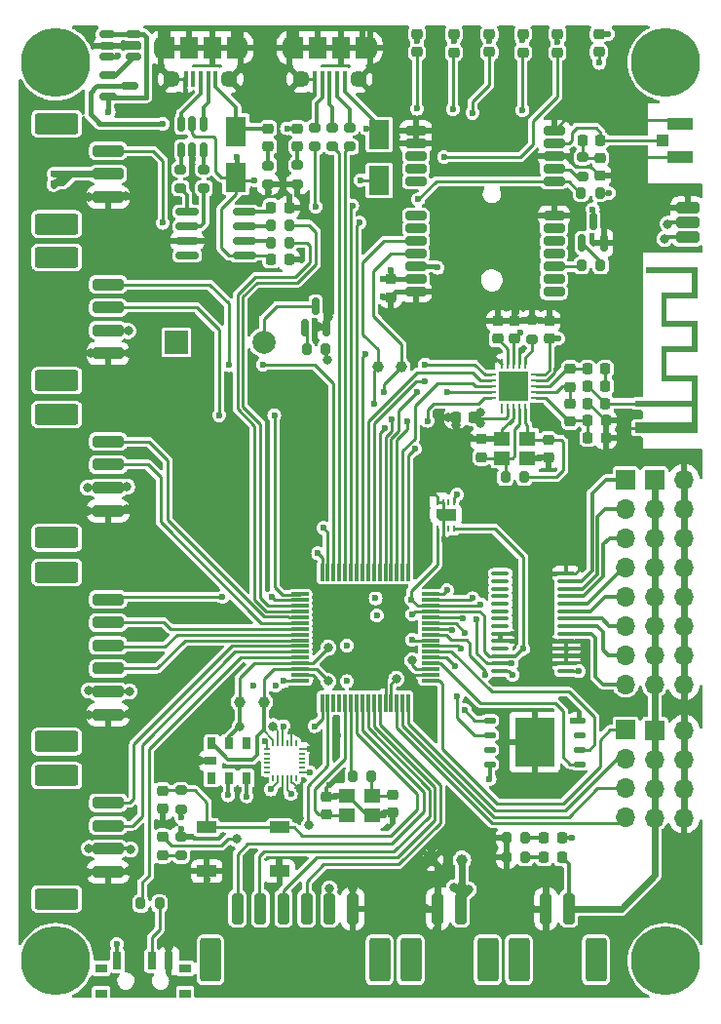
<source format=gbr>
%TF.GenerationSoftware,KiCad,Pcbnew,(6.0.0)*%
%TF.CreationDate,2022-03-02T14:27:28+07:00*%
%TF.ProjectId,FC-32,46432d33-322e-46b6-9963-61645f706362,rev?*%
%TF.SameCoordinates,Original*%
%TF.FileFunction,Copper,L1,Top*%
%TF.FilePolarity,Positive*%
%FSLAX46Y46*%
G04 Gerber Fmt 4.6, Leading zero omitted, Abs format (unit mm)*
G04 Created by KiCad (PCBNEW (6.0.0)) date 2022-03-02 14:27:28*
%MOMM*%
%LPD*%
G01*
G04 APERTURE LIST*
G04 Aperture macros list*
%AMRoundRect*
0 Rectangle with rounded corners*
0 $1 Rounding radius*
0 $2 $3 $4 $5 $6 $7 $8 $9 X,Y pos of 4 corners*
0 Add a 4 corners polygon primitive as box body*
4,1,4,$2,$3,$4,$5,$6,$7,$8,$9,$2,$3,0*
0 Add four circle primitives for the rounded corners*
1,1,$1+$1,$2,$3*
1,1,$1+$1,$4,$5*
1,1,$1+$1,$6,$7*
1,1,$1+$1,$8,$9*
0 Add four rect primitives between the rounded corners*
20,1,$1+$1,$2,$3,$4,$5,0*
20,1,$1+$1,$4,$5,$6,$7,0*
20,1,$1+$1,$6,$7,$8,$9,0*
20,1,$1+$1,$8,$9,$2,$3,0*%
%AMFreePoly0*
4,1,6,0.500000,-0.850000,-0.500000,-0.850000,-0.500000,0.550000,-0.200000,0.850000,0.500000,0.850000,0.500000,-0.850000,0.500000,-0.850000,$1*%
G04 Aperture macros list end*
%TA.AperFunction,ComponentPad*%
%ADD10R,2.000000X2.000000*%
%TD*%
%TA.AperFunction,ComponentPad*%
%ADD11C,2.000000*%
%TD*%
%TA.AperFunction,SMDPad,CuDef*%
%ADD12RoundRect,0.218750X-0.218750X-0.256250X0.218750X-0.256250X0.218750X0.256250X-0.218750X0.256250X0*%
%TD*%
%TA.AperFunction,SMDPad,CuDef*%
%ADD13RoundRect,0.218750X-0.256250X0.218750X-0.256250X-0.218750X0.256250X-0.218750X0.256250X0.218750X0*%
%TD*%
%TA.AperFunction,SMDPad,CuDef*%
%ADD14RoundRect,0.225000X0.250000X-0.225000X0.250000X0.225000X-0.250000X0.225000X-0.250000X-0.225000X0*%
%TD*%
%TA.AperFunction,SMDPad,CuDef*%
%ADD15RoundRect,0.150000X0.150000X-0.512500X0.150000X0.512500X-0.150000X0.512500X-0.150000X-0.512500X0*%
%TD*%
%TA.AperFunction,SMDPad,CuDef*%
%ADD16RoundRect,0.200000X0.275000X-0.200000X0.275000X0.200000X-0.275000X0.200000X-0.275000X-0.200000X0*%
%TD*%
%TA.AperFunction,SMDPad,CuDef*%
%ADD17RoundRect,0.150000X-0.825000X-0.150000X0.825000X-0.150000X0.825000X0.150000X-0.825000X0.150000X0*%
%TD*%
%TA.AperFunction,SMDPad,CuDef*%
%ADD18RoundRect,0.225000X0.225000X0.250000X-0.225000X0.250000X-0.225000X-0.250000X0.225000X-0.250000X0*%
%TD*%
%TA.AperFunction,SMDPad,CuDef*%
%ADD19RoundRect,0.200000X-0.200000X-0.275000X0.200000X-0.275000X0.200000X0.275000X-0.200000X0.275000X0*%
%TD*%
%TA.AperFunction,ComponentPad*%
%ADD20C,0.800000*%
%TD*%
%TA.AperFunction,ComponentPad*%
%ADD21C,6.000000*%
%TD*%
%TA.AperFunction,SMDPad,CuDef*%
%ADD22RoundRect,0.200000X0.200000X0.275000X-0.200000X0.275000X-0.200000X-0.275000X0.200000X-0.275000X0*%
%TD*%
%TA.AperFunction,SMDPad,CuDef*%
%ADD23RoundRect,0.250000X-0.250000X-1.100000X0.250000X-1.100000X0.250000X1.100000X-0.250000X1.100000X0*%
%TD*%
%TA.AperFunction,SMDPad,CuDef*%
%ADD24RoundRect,0.250000X-0.650000X-1.650000X0.650000X-1.650000X0.650000X1.650000X-0.650000X1.650000X0*%
%TD*%
%TA.AperFunction,SMDPad,CuDef*%
%ADD25RoundRect,0.200000X-0.275000X0.200000X-0.275000X-0.200000X0.275000X-0.200000X0.275000X0.200000X0*%
%TD*%
%TA.AperFunction,SMDPad,CuDef*%
%ADD26RoundRect,0.250000X0.750000X0.250000X-0.750000X0.250000X-0.750000X-0.250000X0.750000X-0.250000X0*%
%TD*%
%TA.AperFunction,SMDPad,CuDef*%
%ADD27R,1.400000X1.200000*%
%TD*%
%TA.AperFunction,SMDPad,CuDef*%
%ADD28RoundRect,0.225000X-0.250000X0.225000X-0.250000X-0.225000X0.250000X-0.225000X0.250000X0.225000X0*%
%TD*%
%TA.AperFunction,SMDPad,CuDef*%
%ADD29RoundRect,0.150000X0.150000X-0.587500X0.150000X0.587500X-0.150000X0.587500X-0.150000X-0.587500X0*%
%TD*%
%TA.AperFunction,SMDPad,CuDef*%
%ADD30RoundRect,0.250000X-1.100000X0.250000X-1.100000X-0.250000X1.100000X-0.250000X1.100000X0.250000X0*%
%TD*%
%TA.AperFunction,SMDPad,CuDef*%
%ADD31RoundRect,0.250000X-1.650000X0.650000X-1.650000X-0.650000X1.650000X-0.650000X1.650000X0.650000X0*%
%TD*%
%TA.AperFunction,ComponentPad*%
%ADD32R,1.700000X1.700000*%
%TD*%
%TA.AperFunction,ComponentPad*%
%ADD33O,1.700000X1.700000*%
%TD*%
%TA.AperFunction,SMDPad,CuDef*%
%ADD34RoundRect,0.150000X-0.512500X-0.150000X0.512500X-0.150000X0.512500X0.150000X-0.512500X0.150000X0*%
%TD*%
%TA.AperFunction,SMDPad,CuDef*%
%ADD35RoundRect,0.066000X0.404000X0.154000X-0.404000X0.154000X-0.404000X-0.154000X0.404000X-0.154000X0*%
%TD*%
%TA.AperFunction,SMDPad,CuDef*%
%ADD36R,3.400000X4.300000*%
%TD*%
%TA.AperFunction,SMDPad,CuDef*%
%ADD37C,1.000000*%
%TD*%
%TA.AperFunction,SMDPad,CuDef*%
%ADD38RoundRect,0.218750X0.256250X-0.218750X0.256250X0.218750X-0.256250X0.218750X-0.256250X-0.218750X0*%
%TD*%
%TA.AperFunction,SMDPad,CuDef*%
%ADD39RoundRect,0.050000X-0.225000X-0.050000X0.225000X-0.050000X0.225000X0.050000X-0.225000X0.050000X0*%
%TD*%
%TA.AperFunction,SMDPad,CuDef*%
%ADD40RoundRect,0.050000X0.050000X-0.225000X0.050000X0.225000X-0.050000X0.225000X-0.050000X-0.225000X0*%
%TD*%
%TA.AperFunction,SMDPad,CuDef*%
%ADD41RoundRect,0.150000X-0.587500X-0.150000X0.587500X-0.150000X0.587500X0.150000X-0.587500X0.150000X0*%
%TD*%
%TA.AperFunction,SMDPad,CuDef*%
%ADD42R,1.800000X2.500000*%
%TD*%
%TA.AperFunction,SMDPad,CuDef*%
%ADD43RoundRect,0.062500X-0.350000X-0.062500X0.350000X-0.062500X0.350000X0.062500X-0.350000X0.062500X0*%
%TD*%
%TA.AperFunction,SMDPad,CuDef*%
%ADD44RoundRect,0.062500X-0.062500X-0.350000X0.062500X-0.350000X0.062500X0.350000X-0.062500X0.350000X0*%
%TD*%
%TA.AperFunction,SMDPad,CuDef*%
%ADD45R,2.500000X2.500000*%
%TD*%
%TA.AperFunction,SMDPad,CuDef*%
%ADD46R,1.000000X0.800000*%
%TD*%
%TA.AperFunction,SMDPad,CuDef*%
%ADD47R,0.700000X1.500000*%
%TD*%
%TA.AperFunction,SMDPad,CuDef*%
%ADD48RoundRect,0.100000X0.637500X0.100000X-0.637500X0.100000X-0.637500X-0.100000X0.637500X-0.100000X0*%
%TD*%
%TA.AperFunction,SMDPad,CuDef*%
%ADD49R,0.800000X1.000000*%
%TD*%
%TA.AperFunction,SMDPad,CuDef*%
%ADD50RoundRect,0.075000X0.075000X-0.700000X0.075000X0.700000X-0.075000X0.700000X-0.075000X-0.700000X0*%
%TD*%
%TA.AperFunction,SMDPad,CuDef*%
%ADD51RoundRect,0.075000X0.700000X-0.075000X0.700000X0.075000X-0.700000X0.075000X-0.700000X-0.075000X0*%
%TD*%
%TA.AperFunction,SMDPad,CuDef*%
%ADD52RoundRect,0.200000X0.700000X0.200000X-0.700000X0.200000X-0.700000X-0.200000X0.700000X-0.200000X0*%
%TD*%
%TA.AperFunction,SMDPad,CuDef*%
%ADD53R,1.700000X1.000000*%
%TD*%
%TA.AperFunction,SMDPad,CuDef*%
%ADD54RoundRect,0.225000X-0.225000X-0.250000X0.225000X-0.250000X0.225000X0.250000X-0.225000X0.250000X0*%
%TD*%
%TA.AperFunction,SMDPad,CuDef*%
%ADD55R,0.250000X0.550000*%
%TD*%
%TA.AperFunction,SMDPad,CuDef*%
%ADD56FreePoly0,90.000000*%
%TD*%
%TA.AperFunction,SMDPad,CuDef*%
%ADD57R,0.400000X1.350000*%
%TD*%
%TA.AperFunction,ComponentPad*%
%ADD58O,1.200000X1.900000*%
%TD*%
%TA.AperFunction,ComponentPad*%
%ADD59C,1.450000*%
%TD*%
%TA.AperFunction,SMDPad,CuDef*%
%ADD60R,1.500000X1.900000*%
%TD*%
%TA.AperFunction,SMDPad,CuDef*%
%ADD61R,1.200000X1.900000*%
%TD*%
%TA.AperFunction,SMDPad,CuDef*%
%ADD62R,1.050000X1.000000*%
%TD*%
%TA.AperFunction,SMDPad,CuDef*%
%ADD63R,2.200000X1.050000*%
%TD*%
%TA.AperFunction,ConnectorPad*%
%ADD64R,0.500000X0.500000*%
%TD*%
%TA.AperFunction,ComponentPad*%
%ADD65R,0.500000X0.900000*%
%TD*%
%TA.AperFunction,ViaPad*%
%ADD66C,0.800000*%
%TD*%
%TA.AperFunction,ViaPad*%
%ADD67C,0.600000*%
%TD*%
%TA.AperFunction,Conductor*%
%ADD68C,0.250000*%
%TD*%
%TA.AperFunction,Conductor*%
%ADD69C,0.290000*%
%TD*%
%TA.AperFunction,Conductor*%
%ADD70C,0.400000*%
%TD*%
%TA.AperFunction,Conductor*%
%ADD71C,0.300000*%
%TD*%
%TA.AperFunction,Conductor*%
%ADD72C,0.600000*%
%TD*%
%TA.AperFunction,Conductor*%
%ADD73C,0.200000*%
%TD*%
G04 APERTURE END LIST*
%TO.C,ANT1*%
G36*
X183850000Y-89750000D02*
G01*
X188750000Y-89750000D01*
X188750000Y-88350000D01*
X183850000Y-88350000D01*
X183850000Y-87850000D01*
X188750000Y-87850000D01*
X188750000Y-86150000D01*
X186110000Y-86150000D01*
X186110000Y-83150000D01*
X188750000Y-83150000D01*
X188750000Y-81450000D01*
X186110000Y-81450000D01*
X186110000Y-78450000D01*
X188750000Y-78450000D01*
X188750000Y-76750000D01*
X184810000Y-76750000D01*
X184810000Y-76250000D01*
X189250000Y-76250000D01*
X189250000Y-78950000D01*
X186610000Y-78950000D01*
X186610000Y-80950000D01*
X189250000Y-80950000D01*
X189250000Y-83650000D01*
X186610000Y-83650000D01*
X186610000Y-85650000D01*
X189250000Y-85650000D01*
X189250000Y-90650000D01*
X183850000Y-90650000D01*
X183850000Y-90225156D01*
X183953957Y-90225156D01*
X183966065Y-90267819D01*
X183970419Y-90275731D01*
X184003203Y-90313674D01*
X184045605Y-90337742D01*
X184093215Y-90347583D01*
X184141622Y-90342847D01*
X184186416Y-90323185D01*
X184223186Y-90288245D01*
X184240092Y-90255353D01*
X184247982Y-90207267D01*
X184241408Y-90157682D01*
X184221313Y-90112372D01*
X184188643Y-90077112D01*
X184156417Y-90060218D01*
X184108158Y-90051778D01*
X184058632Y-90058309D01*
X184013447Y-90078868D01*
X183978213Y-90112511D01*
X183967600Y-90131122D01*
X183954700Y-90176637D01*
X183953957Y-90225156D01*
X183850000Y-90225156D01*
X183850000Y-89750000D01*
G37*
%TD*%
D10*
%TO.P,BZ1,1,-*%
%TO.N,+3V3*%
X143990000Y-82790000D03*
D11*
%TO.P,BZ1,2,+*%
%TO.N,Net-(BZ1-Pad2)*%
X151590000Y-82790000D03*
%TD*%
D12*
%TO.P,D2,1,K*%
%TO.N,Net-(D2-Pad1)*%
X175937500Y-127500000D03*
%TO.P,D2,2,A*%
%TO.N,+5V*%
X177512500Y-127500000D03*
%TD*%
D13*
%TO.P,D11,1,K*%
%TO.N,Net-(D11-Pad1)*%
X168100000Y-56025000D03*
%TO.P,D11,2,A*%
%TO.N,LED_2*%
X168100000Y-57600000D03*
%TD*%
D14*
%TO.P,C29,1*%
%TO.N,Net-(C29-Pad1)*%
X171900000Y-82475000D03*
%TO.P,C29,2*%
%TO.N,GND*%
X171900000Y-80925000D03*
%TD*%
D15*
%TO.P,U11,1,I/O1*%
%TO.N,Net-(R23-Pad1)*%
X144418000Y-66097000D03*
%TO.P,U11,2,GND*%
%TO.N,GND*%
X145368000Y-66097000D03*
%TO.P,U11,3,I/O2*%
%TO.N,Net-(R24-Pad1)*%
X146318000Y-66097000D03*
%TO.P,U11,4,I/O2*%
%TO.N,Net-(J5-Pad2)*%
X146318000Y-63822000D03*
%TO.P,U11,5,VBUS*%
%TO.N,V_USB*%
X145368000Y-63822000D03*
%TO.P,U11,6,I/O1*%
%TO.N,Net-(J5-Pad3)*%
X144418000Y-63822000D03*
%TD*%
D16*
%TO.P,R29,1*%
%TO.N,Net-(D9-Pad1)*%
X144400000Y-127350000D03*
%TO.P,R29,2*%
%TO.N,GND*%
X144400000Y-125700000D03*
%TD*%
D17*
%TO.P,U12,1,UD+*%
%TO.N,Net-(R23-Pad2)*%
X144925000Y-71436500D03*
%TO.P,U12,2,UD-*%
%TO.N,Net-(R24-Pad2)*%
X144925000Y-72706500D03*
%TO.P,U12,3,GND*%
%TO.N,GND*%
X144925000Y-73976500D03*
%TO.P,U12,4,~{RTS}*%
%TO.N,unconnected-(U12-Pad4)*%
X144925000Y-75246500D03*
%TO.P,U12,5,VCC*%
%TO.N,V_USB*%
X149875000Y-75246500D03*
%TO.P,U12,6,TXD*%
%TO.N,Net-(R27-Pad1)*%
X149875000Y-73976500D03*
%TO.P,U12,7,RXD*%
%TO.N,Net-(R28-Pad1)*%
X149875000Y-72706500D03*
%TO.P,U12,8,V3*%
%TO.N,Net-(C42-Pad2)*%
X149875000Y-71436500D03*
%TD*%
D14*
%TO.P,C11,1*%
%TO.N,HSE_IN*%
X157000000Y-123775000D03*
%TO.P,C11,2*%
%TO.N,GND*%
X157000000Y-122225000D03*
%TD*%
D18*
%TO.P,C31,1*%
%TO.N,+3V3*%
X169800000Y-89300000D03*
%TO.P,C31,2*%
%TO.N,GND*%
X168250000Y-89300000D03*
%TD*%
D19*
%TO.P,R27,1*%
%TO.N,Net-(R27-Pad1)*%
X152163000Y-74103500D03*
%TO.P,R27,2*%
%TO.N,UART4_RX*%
X153813000Y-74103500D03*
%TD*%
D20*
%TO.P,H4,1*%
%TO.N,N/C*%
X131909010Y-134909010D03*
X135750000Y-136500000D03*
X135090990Y-138090990D03*
D21*
X133500000Y-136500000D03*
D20*
X131250000Y-136500000D03*
X135090990Y-134909010D03*
X133500000Y-134250000D03*
X131909010Y-138090990D03*
X133500000Y-138750000D03*
%TD*%
D22*
%TO.P,R19,2*%
%TO.N,Net-(Q2-Pad1)*%
X155290000Y-83370000D03*
%TO.P,R19,1*%
%TO.N,Buzzer*%
X156940000Y-83370000D03*
%TD*%
D23*
%TO.P,J6,1,Pin_1*%
%TO.N,GND*%
X166700000Y-131950000D03*
%TO.P,J6,2,Pin_2*%
%TO.N,+3V3*%
X168700000Y-131950000D03*
D24*
%TO.P,J6,MP*%
%TO.N,N/C*%
X164350000Y-136400000D03*
X171050000Y-136400000D03*
%TD*%
D25*
%TO.P,R13,1*%
%TO.N,GND*%
X174900000Y-80875000D03*
%TO.P,R13,2*%
%TO.N,Net-(R13-Pad2)*%
X174900000Y-82525000D03*
%TD*%
%TO.P,R25,1*%
%TO.N,Net-(D6-Pad1)*%
X154512000Y-67373500D03*
%TO.P,R25,2*%
%TO.N,GND*%
X154512000Y-69023500D03*
%TD*%
%TO.P,R20,1*%
%TO.N,Net-(J4-Pad3)*%
X157560000Y-64134500D03*
%TO.P,R20,2*%
%TO.N,USB_DP*%
X157560000Y-65784500D03*
%TD*%
D26*
%TO.P,I2C1,1,Pin_1*%
%TO.N,I2C2_SCL*%
X188400000Y-73670000D03*
%TO.P,I2C1,2,Pin_2*%
%TO.N,I2C2_SDA*%
X188400000Y-72400000D03*
%TO.P,I2C1,3,Pin_3*%
%TO.N,GND*%
X188400000Y-71130000D03*
%TD*%
D22*
%TO.P,R4,1*%
%TO.N,Net-(D1-Pad1)*%
X174325000Y-125800000D03*
%TO.P,R4,2*%
%TO.N,GND*%
X172675000Y-125800000D03*
%TD*%
D25*
%TO.P,R21,1*%
%TO.N,Net-(J4-Pad2)*%
X159084000Y-64134500D03*
%TO.P,R21,2*%
%TO.N,USB_DM*%
X159084000Y-65784500D03*
%TD*%
D27*
%TO.P,Y2,1,1*%
%TO.N,Net-(C33-Pad1)*%
X172300000Y-92825000D03*
%TO.P,Y2,2,2*%
%TO.N,GND*%
X174500000Y-92825000D03*
%TO.P,Y2,3,3*%
%TO.N,Net-(C34-Pad1)*%
X174500000Y-91125000D03*
%TO.P,Y2,4,4*%
%TO.N,GND*%
X172300000Y-91125000D03*
%TD*%
D19*
%TO.P,R28,1*%
%TO.N,Net-(R28-Pad1)*%
X152163000Y-72579500D03*
%TO.P,R28,2*%
%TO.N,UART4_TX*%
X153813000Y-72579500D03*
%TD*%
D18*
%TO.P,C37,1*%
%TO.N,Net-(C37-Pad1)*%
X181275000Y-86575000D03*
%TO.P,C37,2*%
%TO.N,Net-(ANT1-Pad1)*%
X179725000Y-86575000D03*
%TD*%
D28*
%TO.P,C34,1*%
%TO.N,Net-(C34-Pad1)*%
X176300000Y-91225000D03*
%TO.P,C34,2*%
%TO.N,GND*%
X176300000Y-92775000D03*
%TD*%
D13*
%TO.P,D13,1,K*%
%TO.N,Net-(D13-Pad1)*%
X177100000Y-56025000D03*
%TO.P,D13,2,A*%
%TO.N,LED_4*%
X177100000Y-57600000D03*
%TD*%
D29*
%TO.P,Q2,1,B*%
%TO.N,Net-(Q2-Pad1)*%
X155140000Y-81507500D03*
%TO.P,Q2,2,E*%
%TO.N,GND*%
X157040000Y-81507500D03*
%TO.P,Q2,3,C*%
%TO.N,Net-(BZ1-Pad2)*%
X156090000Y-79632500D03*
%TD*%
D30*
%TO.P,UART1,1,Pin_1*%
%TO.N,UART1_TX*%
X138050000Y-122750000D03*
%TO.P,UART1,2,Pin_2*%
%TO.N,UART1_RX*%
X138050000Y-124750000D03*
%TO.P,UART1,3,Pin_3*%
%TO.N,+3V3*%
X138050000Y-126750000D03*
%TO.P,UART1,4,Pin_4*%
%TO.N,GND*%
X138050000Y-128750000D03*
D31*
%TO.P,UART1,MP*%
%TO.N,N/C*%
X133600000Y-120400000D03*
X133600000Y-131100000D03*
%TD*%
D32*
%TO.P,POW1,1,Pin_1*%
%TO.N,+5V*%
X185560000Y-94700000D03*
D33*
%TO.P,POW1,2,Pin_2*%
%TO.N,GND*%
X188100000Y-94700000D03*
%TO.P,POW1,3,Pin_3*%
%TO.N,+5V*%
X185560000Y-97240000D03*
%TO.P,POW1,4,Pin_4*%
%TO.N,GND*%
X188100000Y-97240000D03*
%TO.P,POW1,5,Pin_5*%
%TO.N,+5V*%
X185560000Y-99780000D03*
%TO.P,POW1,6,Pin_6*%
%TO.N,GND*%
X188100000Y-99780000D03*
%TO.P,POW1,7,Pin_7*%
%TO.N,+5V*%
X185560000Y-102320000D03*
%TO.P,POW1,8,Pin_8*%
%TO.N,GND*%
X188100000Y-102320000D03*
%TO.P,POW1,9,Pin_9*%
%TO.N,+5V*%
X185560000Y-104860000D03*
%TO.P,POW1,10,Pin_10*%
%TO.N,GND*%
X188100000Y-104860000D03*
%TO.P,POW1,11,Pin_11*%
%TO.N,+5V*%
X185560000Y-107400000D03*
%TO.P,POW1,12,Pin_12*%
%TO.N,GND*%
X188100000Y-107400000D03*
%TO.P,POW1,13,Pin_13*%
%TO.N,+5V*%
X185560000Y-109940000D03*
%TO.P,POW1,14,Pin_14*%
%TO.N,GND*%
X188100000Y-109940000D03*
%TO.P,POW1,15,Pin_15*%
%TO.N,+5V*%
X185560000Y-112480000D03*
%TO.P,POW1,16,Pin_16*%
%TO.N,GND*%
X188100000Y-112480000D03*
%TD*%
D16*
%TO.P,R10,1*%
%TO.N,/WirelessCommunication/VCC_RF*%
X179300000Y-68350000D03*
%TO.P,R10,2*%
%TO.N,Net-(C28-Pad2)*%
X179300000Y-66700000D03*
%TD*%
D20*
%TO.P,H2,1*%
%TO.N,N/C*%
X188090990Y-56909010D03*
X184250000Y-58500000D03*
X188750000Y-58500000D03*
X184909010Y-60090990D03*
X188090990Y-60090990D03*
D21*
X186500000Y-58500000D03*
D20*
X186500000Y-60750000D03*
X184909010Y-56909010D03*
X186500000Y-56250000D03*
%TD*%
D34*
%TO.P,U14,1,+*%
%TO.N,+5V*%
X137962500Y-56050000D03*
%TO.P,U14,2,V-*%
%TO.N,GND*%
X137962500Y-57000000D03*
%TO.P,U14,3,-*%
%TO.N,+3V3*%
X137962500Y-57950000D03*
%TO.P,U14,4*%
%TO.N,Net-(Q3-Pad1)*%
X140237500Y-57950000D03*
%TO.P,U14,5,V+*%
%TO.N,+5V*%
X140237500Y-56050000D03*
%TD*%
D23*
%TO.P,J1,1,Pin_1*%
%TO.N,GND*%
X176100000Y-131950000D03*
%TO.P,J1,2,Pin_2*%
%TO.N,+5V*%
X178100000Y-131950000D03*
D24*
%TO.P,J1,MP*%
%TO.N,N/C*%
X173750000Y-136400000D03*
X180450000Y-136400000D03*
%TD*%
D35*
%TO.P,U9,1,~{CS}*%
%TO.N,SPI1_CSN*%
X179020000Y-119405000D03*
%TO.P,U9,2,DO(IO1)*%
%TO.N,SPI1_MISO*%
X179020000Y-118135000D03*
%TO.P,U9,3,IO2*%
%TO.N,unconnected-(U9-Pad3)*%
X179020000Y-116865000D03*
%TO.P,U9,4,GND*%
%TO.N,GND*%
X179020000Y-115595000D03*
%TO.P,U9,5,DI(IO0)*%
%TO.N,SPI1_MOSI*%
X171230000Y-115595000D03*
%TO.P,U9,6,CLK*%
%TO.N,SPI1_SCK*%
X171230000Y-116865000D03*
%TO.P,U9,7,IO3*%
%TO.N,unconnected-(U9-Pad7)*%
X171230000Y-118135000D03*
%TO.P,U9,8,VCC*%
%TO.N,+3V3*%
X171230000Y-119405000D03*
D36*
%TO.P,U9,9,EXP*%
%TO.N,GND*%
X175125000Y-117500000D03*
%TD*%
D30*
%TO.P,SBUS1,1,Pin_1*%
%TO.N,UART5_TX*%
X138050000Y-91400000D03*
%TO.P,SBUS1,2,Pin_2*%
%TO.N,UART5_RX*%
X138050000Y-93400000D03*
%TO.P,SBUS1,3,Pin_3*%
%TO.N,+3V3*%
X138050000Y-95400000D03*
%TO.P,SBUS1,4,Pin_4*%
%TO.N,GND*%
X138050000Y-97400000D03*
D31*
%TO.P,SBUS1,MP*%
%TO.N,N/C*%
X133600000Y-99750000D03*
X133600000Y-89050000D03*
%TD*%
D37*
%TO.P,TP2,1,1*%
%TO.N,UART6_TX*%
X163532000Y-84900000D03*
%TD*%
D22*
%TO.P,R3,1*%
%TO.N,Net-(C12-Pad1)*%
X160950000Y-120425000D03*
%TO.P,R3,2*%
%TO.N,HSE_OUT*%
X159300000Y-120425000D03*
%TD*%
D19*
%TO.P,R11,1*%
%TO.N,Net-(R11-Pad1)*%
X179200000Y-76100000D03*
%TO.P,R11,2*%
%TO.N,Net-(Q1-Pad1)*%
X180850000Y-76100000D03*
%TD*%
D38*
%TO.P,D8,1,K*%
%TO.N,Net-(D8-Pad1)*%
X151972000Y-65772500D03*
%TO.P,D8,2,A*%
%TO.N,Net-(D7-Pad2)*%
X151972000Y-64197500D03*
%TD*%
D25*
%TO.P,R22,1*%
%TO.N,Net-(J4-Pad4)*%
X156036000Y-64134500D03*
%TO.P,R22,2*%
%TO.N,USB_ID*%
X156036000Y-65784500D03*
%TD*%
D37*
%TO.P,TP3,1,1*%
%TO.N,GND*%
X166200000Y-127700000D03*
%TD*%
D13*
%TO.P,D10,1,K*%
%TO.N,Net-(D10-Pad1)*%
X171200000Y-56012500D03*
%TO.P,D10,2,A*%
%TO.N,LED_1*%
X171200000Y-57587500D03*
%TD*%
D39*
%TO.P,U5,1,RESV_VDDIO*%
%TO.N,+3V3*%
X151900000Y-118100000D03*
%TO.P,U5,2*%
%TO.N,N/C*%
X151900000Y-118500000D03*
%TO.P,U5,3*%
X151900000Y-118900000D03*
%TO.P,U5,4*%
X151900000Y-119300000D03*
%TO.P,U5,5*%
X151900000Y-119700000D03*
%TO.P,U5,6*%
X151900000Y-120100000D03*
D40*
%TO.P,U5,7,AUX_SCL*%
%TO.N,unconnected-(U5-Pad7)*%
X152400000Y-120600000D03*
%TO.P,U5,8,VDDIO*%
%TO.N,+3V3*%
X152800000Y-120600000D03*
%TO.P,U5,9,AD0/MISO*%
%TO.N,GND*%
X153200000Y-120600000D03*
%TO.P,U5,10,REGOUT*%
%TO.N,Net-(C24-Pad2)*%
X153600000Y-120600000D03*
%TO.P,U5,11,FSYNC*%
%TO.N,GND*%
X154000000Y-120600000D03*
%TO.P,U5,12,INT*%
%TO.N,unconnected-(U5-Pad12)*%
X154400000Y-120600000D03*
D39*
%TO.P,U5,13,VDD*%
%TO.N,+3V3*%
X154900000Y-120100000D03*
%TO.P,U5,14*%
%TO.N,N/C*%
X154900000Y-119700000D03*
%TO.P,U5,15*%
X154900000Y-119300000D03*
%TO.P,U5,16*%
X154900000Y-118900000D03*
%TO.P,U5,17*%
X154900000Y-118500000D03*
%TO.P,U5,18,GND*%
%TO.N,GND*%
X154900000Y-118100000D03*
D40*
%TO.P,U5,19*%
%TO.N,N/C*%
X154400000Y-117600000D03*
%TO.P,U5,20,RESV_GND*%
%TO.N,GND*%
X154000000Y-117600000D03*
%TO.P,U5,21,AUX_SDA*%
%TO.N,unconnected-(U5-Pad21)*%
X153600000Y-117600000D03*
%TO.P,U5,22,~{CS}*%
%TO.N,+3V3*%
X153200000Y-117600000D03*
%TO.P,U5,23,SCL/SCLK*%
%TO.N,I2C1_SCL*%
X152800000Y-117600000D03*
%TO.P,U5,24,SDA/MOSI*%
%TO.N,I2C1_SDA*%
X152400000Y-117600000D03*
%TD*%
D41*
%TO.P,Q3,1,G*%
%TO.N,Net-(Q3-Pad1)*%
X138062500Y-59550000D03*
%TO.P,Q3,2,S*%
%TO.N,+5V*%
X138062500Y-61450000D03*
%TO.P,Q3,3,D*%
%TO.N,V_USB*%
X139937500Y-60500000D03*
%TD*%
D20*
%TO.P,H1,1*%
%TO.N,N/C*%
X188090990Y-138090990D03*
X188090990Y-134909010D03*
X188750000Y-136500000D03*
X186500000Y-134250000D03*
X186500000Y-138750000D03*
X184909010Y-138090990D03*
X184909010Y-134909010D03*
X184250000Y-136500000D03*
D21*
X186500000Y-136500000D03*
%TD*%
D19*
%TO.P,R2,1*%
%TO.N,BOOT0*%
X140875000Y-131500000D03*
%TO.P,R2,2*%
%TO.N,Net-(BOOT1-Pad2)*%
X142525000Y-131500000D03*
%TD*%
D30*
%TO.P,ST-Link1,1,Pin_1*%
%TO.N,SWDIO*%
X138050000Y-77750000D03*
%TO.P,ST-Link1,2,Pin_2*%
%TO.N,SWCLK*%
X138050000Y-79750000D03*
%TO.P,ST-Link1,3,Pin_3*%
%TO.N,+3V3*%
X138050000Y-81750000D03*
%TO.P,ST-Link1,4,Pin_4*%
%TO.N,GND*%
X138050000Y-83750000D03*
D31*
%TO.P,ST-Link1,MP*%
%TO.N,N/C*%
X133600000Y-75400000D03*
X133600000Y-86100000D03*
%TD*%
D30*
%TO.P,RCIN1,1,Pin_1*%
%TO.N,TIM2_CH1*%
X138050000Y-105100000D03*
%TO.P,RCIN1,2,Pin_2*%
%TO.N,TIM2_CH2*%
X138050000Y-107100000D03*
%TO.P,RCIN1,3,Pin_3*%
%TO.N,TIM3_CH1*%
X138050000Y-109100000D03*
%TO.P,RCIN1,4,Pin_4*%
%TO.N,TIM3_CH2*%
X138050000Y-111100000D03*
%TO.P,RCIN1,5,Pin_5*%
%TO.N,+3V3*%
X138050000Y-113100000D03*
%TO.P,RCIN1,6,Pin_6*%
%TO.N,GND*%
X138050000Y-115100000D03*
D31*
%TO.P,RCIN1,MP*%
%TO.N,N/C*%
X133600000Y-117450000D03*
X133600000Y-102750000D03*
%TD*%
D14*
%TO.P,C32,1*%
%TO.N,+3V3*%
X176400000Y-82475000D03*
%TO.P,C32,2*%
%TO.N,GND*%
X176400000Y-80925000D03*
%TD*%
D23*
%TO.P,ADC1,1,Pin_1*%
%TO.N,ADC1_IN10*%
X149300000Y-131950000D03*
%TO.P,ADC1,2,Pin_2*%
%TO.N,ADC1_IN11*%
X151300000Y-131950000D03*
%TO.P,ADC1,3,Pin_3*%
%TO.N,ADC1_IN12*%
X153300000Y-131950000D03*
%TO.P,ADC1,4,Pin_4*%
%TO.N,ADC1_IN13*%
X155300000Y-131950000D03*
%TO.P,ADC1,5,Pin_5*%
%TO.N,+3V3*%
X157300000Y-131950000D03*
%TO.P,ADC1,6,Pin_6*%
%TO.N,GND*%
X159300000Y-131950000D03*
D24*
%TO.P,ADC1,MP*%
%TO.N,N/C*%
X146950000Y-136400000D03*
X161650000Y-136400000D03*
%TD*%
D32*
%TO.P,PWM_SIG1,1,Pin_1*%
%TO.N,TIM5_CH4*%
X183035000Y-116435000D03*
D33*
%TO.P,PWM_SIG1,2,Pin_2*%
%TO.N,TIM5_CH3*%
X183035000Y-118975000D03*
%TO.P,PWM_SIG1,3,Pin_3*%
%TO.N,TIM5_CH2*%
X183035000Y-121515000D03*
%TO.P,PWM_SIG1,4,Pin_4*%
%TO.N,TIM5_CH1*%
X183035000Y-124055000D03*
%TD*%
D20*
%TO.P,H3,1*%
%TO.N,N/C*%
X135090990Y-60090990D03*
D21*
X133500000Y-58500000D03*
D20*
X131909010Y-60090990D03*
X131909010Y-56909010D03*
X133500000Y-56250000D03*
X133500000Y-60750000D03*
X135750000Y-58500000D03*
X131250000Y-58500000D03*
X135090990Y-56909010D03*
%TD*%
D42*
%TO.P,D7,1,K*%
%TO.N,V_USB*%
X149178000Y-68451500D03*
%TO.P,D7,2,A*%
%TO.N,Net-(D7-Pad2)*%
X149178000Y-64451500D03*
%TD*%
D32*
%TO.P,SIG1,1,Pin_1*%
%TO.N,PWM_7*%
X183035000Y-94695000D03*
D33*
%TO.P,SIG1,2,Pin_2*%
%TO.N,PWM_6*%
X183035000Y-97235000D03*
%TO.P,SIG1,3,Pin_3*%
%TO.N,PWM_5*%
X183035000Y-99775000D03*
%TO.P,SIG1,4,Pin_4*%
%TO.N,PWM_4*%
X183035000Y-102315000D03*
%TO.P,SIG1,5,Pin_5*%
%TO.N,PWM_3*%
X183035000Y-104855000D03*
%TO.P,SIG1,6,Pin_6*%
%TO.N,PWM_2*%
X183035000Y-107395000D03*
%TO.P,SIG1,7,Pin_7*%
%TO.N,PWM_1*%
X183035000Y-109935000D03*
%TO.P,SIG1,8,Pin_8*%
%TO.N,PWM_0*%
X183035000Y-112475000D03*
%TD*%
D22*
%TO.P,R9,1*%
%TO.N,+3V3*%
X180800000Y-69800000D03*
%TO.P,R9,2*%
%TO.N,GPS_RESET*%
X179150000Y-69800000D03*
%TD*%
D37*
%TO.P,TP4,1,1*%
%TO.N,I2C1_SDA*%
X151600000Y-114000000D03*
%TD*%
D43*
%TO.P,U8,1,CE*%
%TO.N,SPI2_CE*%
X171337500Y-85600000D03*
%TO.P,U8,2,CSN*%
%TO.N,SPI2_CSN*%
X171337500Y-86100000D03*
%TO.P,U8,3,SCK*%
%TO.N,SPI2_SCK*%
X171337500Y-86600000D03*
%TO.P,U8,4,MOSI*%
%TO.N,SPI2_MOSI*%
X171337500Y-87100000D03*
%TO.P,U8,5,MISO*%
%TO.N,SPI2_MISO*%
X171337500Y-87600000D03*
D44*
%TO.P,U8,6,IRQ*%
%TO.N,unconnected-(U8-Pad6)*%
X172275000Y-88537500D03*
%TO.P,U8,7,VDD*%
%TO.N,+3V3*%
X172775000Y-88537500D03*
%TO.P,U8,8,VSS*%
%TO.N,GND*%
X173275000Y-88537500D03*
%TO.P,U8,9,XC2*%
%TO.N,Net-(C33-Pad1)*%
X173775000Y-88537500D03*
%TO.P,U8,10,XC1*%
%TO.N,Net-(C34-Pad1)*%
X174275000Y-88537500D03*
D43*
%TO.P,U8,11,VDD_PA*%
%TO.N,VDD_PA*%
X175212500Y-87600000D03*
%TO.P,U8,12,ANT1*%
%TO.N,ANT1*%
X175212500Y-87100000D03*
%TO.P,U8,13,ANT2*%
%TO.N,ANT2*%
X175212500Y-86600000D03*
%TO.P,U8,14,VSS*%
%TO.N,GND*%
X175212500Y-86100000D03*
%TO.P,U8,15,VDD*%
%TO.N,+3V3*%
X175212500Y-85600000D03*
D44*
%TO.P,U8,16,IREF*%
%TO.N,Net-(R13-Pad2)*%
X174275000Y-84662500D03*
%TO.P,U8,17,VSS*%
%TO.N,GND*%
X173775000Y-84662500D03*
%TO.P,U8,18,VDD*%
%TO.N,+3V3*%
X173275000Y-84662500D03*
%TO.P,U8,19,DVDD*%
%TO.N,Net-(C29-Pad1)*%
X172775000Y-84662500D03*
%TO.P,U8,20,VSS*%
%TO.N,GND*%
X172275000Y-84662500D03*
D45*
%TO.P,U8,21*%
%TO.N,N/C*%
X173275000Y-86600000D03*
%TD*%
D16*
%TO.P,R1,1*%
%TO.N,+3V3*%
X144400000Y-123325000D03*
%TO.P,R1,2*%
%TO.N,NRST*%
X144400000Y-121675000D03*
%TD*%
D25*
%TO.P,R23,1*%
%TO.N,Net-(R23-Pad1)*%
X144352000Y-67753500D03*
%TO.P,R23,2*%
%TO.N,Net-(R23-Pad2)*%
X144352000Y-69403500D03*
%TD*%
D42*
%TO.P,D5,1,K*%
%TO.N,V_USB*%
X161624000Y-68737500D03*
%TO.P,D5,2,A*%
%TO.N,Net-(D5-Pad2)*%
X161624000Y-64737500D03*
%TD*%
D32*
%TO.P,PWM_POW1,1,Pin_1*%
%TO.N,+5V*%
X185570000Y-116445000D03*
D33*
%TO.P,PWM_POW1,2,Pin_2*%
%TO.N,GND*%
X188110000Y-116445000D03*
%TO.P,PWM_POW1,3,Pin_3*%
%TO.N,+5V*%
X185570000Y-118985000D03*
%TO.P,PWM_POW1,4,Pin_4*%
%TO.N,GND*%
X188110000Y-118985000D03*
%TO.P,PWM_POW1,5,Pin_5*%
%TO.N,+5V*%
X185570000Y-121525000D03*
%TO.P,PWM_POW1,6,Pin_6*%
%TO.N,GND*%
X188110000Y-121525000D03*
%TO.P,PWM_POW1,7,Pin_7*%
%TO.N,+5V*%
X185570000Y-124065000D03*
%TO.P,PWM_POW1,8,Pin_8*%
%TO.N,GND*%
X188110000Y-124065000D03*
%TD*%
D38*
%TO.P,D6,1,K*%
%TO.N,Net-(D6-Pad1)*%
X154512000Y-65772500D03*
%TO.P,D6,2,A*%
%TO.N,Net-(D5-Pad2)*%
X154512000Y-64197500D03*
%TD*%
D13*
%TO.P,L5,1*%
%TO.N,ANT1*%
X178200000Y-88075000D03*
%TO.P,L5,2*%
%TO.N,VDD_PA*%
X178200000Y-89650000D03*
%TD*%
D46*
%TO.P,BOOT1,*%
%TO.N,*%
X137450000Y-139330000D03*
X144750000Y-137120000D03*
X137450000Y-137120000D03*
X144750000Y-139330000D03*
D47*
%TO.P,BOOT1,1,A*%
%TO.N,+3V3*%
X138850000Y-136470000D03*
%TO.P,BOOT1,2,B*%
%TO.N,Net-(BOOT1-Pad2)*%
X141850000Y-136470000D03*
%TO.P,BOOT1,3,C*%
%TO.N,GND*%
X143350000Y-136470000D03*
%TD*%
D13*
%TO.P,D14,1,K*%
%TO.N,Net-(D14-Pad1)*%
X174100000Y-56025000D03*
%TO.P,D14,2,A*%
%TO.N,LED_5*%
X174100000Y-57600000D03*
%TD*%
%TO.P,L3,1*%
%TO.N,ANT2*%
X178200000Y-85075000D03*
%TO.P,L3,2*%
%TO.N,ANT1*%
X178200000Y-86650000D03*
%TD*%
D12*
%TO.P,D1,1,K*%
%TO.N,Net-(D1-Pad1)*%
X175900000Y-125800000D03*
%TO.P,D1,2,A*%
%TO.N,+3V3*%
X177475000Y-125800000D03*
%TD*%
%TO.P,L2,1*%
%TO.N,Net-(C28-Pad2)*%
X179260000Y-65250000D03*
%TO.P,L2,2*%
%TO.N,/WirelessCommunication/RF_IN*%
X180835000Y-65250000D03*
%TD*%
D14*
%TO.P,C28,1*%
%TO.N,GND*%
X180800000Y-68300000D03*
%TO.P,C28,2*%
%TO.N,Net-(C28-Pad2)*%
X180800000Y-66750000D03*
%TD*%
D18*
%TO.P,C42,1*%
%TO.N,GND*%
X153776000Y-71055500D03*
%TO.P,C42,2*%
%TO.N,Net-(C42-Pad2)*%
X152226000Y-71055500D03*
%TD*%
D22*
%TO.P,R14,1*%
%TO.N,Net-(C34-Pad1)*%
X174225000Y-94475000D03*
%TO.P,R14,2*%
%TO.N,Net-(C33-Pad1)*%
X172575000Y-94475000D03*
%TD*%
D48*
%TO.P,U10,1,A0*%
%TO.N,+3V3*%
X177862500Y-111325000D03*
%TO.P,U10,2,A1*%
%TO.N,GND*%
X177862500Y-110675000D03*
%TO.P,U10,3,A2*%
X177862500Y-110025000D03*
%TO.P,U10,4,A3*%
X177862500Y-109375000D03*
%TO.P,U10,5,A4*%
X177862500Y-108725000D03*
%TO.P,U10,6,LED0*%
%TO.N,PWM_0*%
X177862500Y-108075000D03*
%TO.P,U10,7,LED1*%
%TO.N,PWM_1*%
X177862500Y-107425000D03*
%TO.P,U10,8,LED2*%
%TO.N,PWM_2*%
X177862500Y-106775000D03*
%TO.P,U10,9,LED3*%
%TO.N,PWM_3*%
X177862500Y-106125000D03*
%TO.P,U10,10,LED4*%
%TO.N,PWM_4*%
X177862500Y-105475000D03*
%TO.P,U10,11,LED5*%
%TO.N,PWM_5*%
X177862500Y-104825000D03*
%TO.P,U10,12,LED6*%
%TO.N,PWM_6*%
X177862500Y-104175000D03*
%TO.P,U10,13,LED7*%
%TO.N,PWM_7*%
X177862500Y-103525000D03*
%TO.P,U10,14,VSS*%
%TO.N,GND*%
X177862500Y-102875000D03*
%TO.P,U10,15,LED8*%
%TO.N,unconnected-(U10-Pad15)*%
X172137500Y-102875000D03*
%TO.P,U10,16,LED9*%
%TO.N,unconnected-(U10-Pad16)*%
X172137500Y-103525000D03*
%TO.P,U10,17,LED10*%
%TO.N,unconnected-(U10-Pad17)*%
X172137500Y-104175000D03*
%TO.P,U10,18,LED11*%
%TO.N,unconnected-(U10-Pad18)*%
X172137500Y-104825000D03*
%TO.P,U10,19,LED12*%
%TO.N,unconnected-(U10-Pad19)*%
X172137500Y-105475000D03*
%TO.P,U10,20,LED13*%
%TO.N,unconnected-(U10-Pad20)*%
X172137500Y-106125000D03*
%TO.P,U10,21,LED14*%
%TO.N,unconnected-(U10-Pad21)*%
X172137500Y-106775000D03*
%TO.P,U10,22,LED15*%
%TO.N,unconnected-(U10-Pad22)*%
X172137500Y-107425000D03*
%TO.P,U10,23,~{OE}*%
%TO.N,GND*%
X172137500Y-108075000D03*
%TO.P,U10,24,A5*%
X172137500Y-108725000D03*
%TO.P,U10,25,EXTCLK*%
%TO.N,unconnected-(U10-Pad25)*%
X172137500Y-109375000D03*
%TO.P,U10,26,SCL*%
%TO.N,I2C2_SCL*%
X172137500Y-110025000D03*
%TO.P,U10,27,SDA*%
%TO.N,I2C2_SDA*%
X172137500Y-110675000D03*
%TO.P,U10,28,VDD*%
%TO.N,+3V3*%
X172137500Y-111325000D03*
%TD*%
D49*
%TO.P,U6,1,CSB*%
%TO.N,unconnected-(U6-Pad1)*%
X147075000Y-120600000D03*
%TO.P,U6,2,VDD*%
%TO.N,+3V3*%
X148575000Y-120600000D03*
%TO.P,U6,3,VDDIO*%
X150075000Y-120600000D03*
%TO.P,U6,4,SDO*%
%TO.N,unconnected-(U6-Pad4)*%
X150075000Y-117600000D03*
%TO.P,U6,5,SCL*%
%TO.N,I2C1_SCL*%
X148575000Y-117600000D03*
%TO.P,U6,6,SDA*%
%TO.N,I2C1_SDA*%
X147075000Y-117600000D03*
D46*
%TO.P,U6,7,GND*%
%TO.N,GND*%
X146975000Y-119100000D03*
%TD*%
D25*
%TO.P,R24,1*%
%TO.N,Net-(R24-Pad1)*%
X146384000Y-67753500D03*
%TO.P,R24,2*%
%TO.N,Net-(R24-Pad2)*%
X146384000Y-69403500D03*
%TD*%
D22*
%TO.P,R5,1*%
%TO.N,Net-(D2-Pad1)*%
X174325000Y-127500000D03*
%TO.P,R5,2*%
%TO.N,GND*%
X172675000Y-127500000D03*
%TD*%
D30*
%TO.P,LED1,1,Pin_1*%
%TO.N,WS2812B*%
X138050000Y-66150000D03*
%TO.P,LED1,2,Pin_2*%
%TO.N,+5V*%
X138050000Y-68150000D03*
%TO.P,LED1,3,Pin_3*%
%TO.N,GND*%
X138050000Y-70150000D03*
D31*
%TO.P,LED1,MP*%
%TO.N,N/C*%
X133600000Y-72500000D03*
X133600000Y-63800000D03*
%TD*%
D37*
%TO.P,TP5,1,1*%
%TO.N,+3V3*%
X168800000Y-127700000D03*
%TD*%
D12*
%TO.P,L4,1*%
%TO.N,ANT2*%
X179700000Y-85075000D03*
%TO.P,L4,2*%
%TO.N,Net-(C37-Pad1)*%
X181275000Y-85075000D03*
%TD*%
D38*
%TO.P,D9,1,K*%
%TO.N,Net-(D9-Pad1)*%
X142800000Y-127300000D03*
%TO.P,D9,2,A*%
%TO.N,LED_PC13*%
X142800000Y-125725000D03*
%TD*%
D50*
%TO.P,U1,1,VBAT*%
%TO.N,+3V3*%
X156650000Y-114075000D03*
%TO.P,U1,2,PC13*%
%TO.N,LED_PC13*%
X157150000Y-114075000D03*
%TO.P,U1,3,PC14*%
%TO.N,unconnected-(U1-Pad3)*%
X157650000Y-114075000D03*
%TO.P,U1,4,PC15*%
%TO.N,unconnected-(U1-Pad4)*%
X158150000Y-114075000D03*
%TO.P,U1,5,PH0*%
%TO.N,HSE_IN*%
X158650000Y-114075000D03*
%TO.P,U1,6,PH1*%
%TO.N,HSE_OUT*%
X159150000Y-114075000D03*
%TO.P,U1,7,NRST*%
%TO.N,NRST*%
X159650000Y-114075000D03*
%TO.P,U1,8,PC0*%
%TO.N,ADC1_IN10*%
X160150000Y-114075000D03*
%TO.P,U1,9,PC1*%
%TO.N,ADC1_IN11*%
X160650000Y-114075000D03*
%TO.P,U1,10,PC2*%
%TO.N,ADC1_IN12*%
X161150000Y-114075000D03*
%TO.P,U1,11,PC3*%
%TO.N,ADC1_IN13*%
X161650000Y-114075000D03*
%TO.P,U1,12,VSSA*%
%TO.N,GND*%
X162150000Y-114075000D03*
%TO.P,U1,13,VDDA*%
%TO.N,+3V3*%
X162650000Y-114075000D03*
%TO.P,U1,14,PA0*%
%TO.N,TIM5_CH1*%
X163150000Y-114075000D03*
%TO.P,U1,15,PA1*%
%TO.N,TIM5_CH2*%
X163650000Y-114075000D03*
%TO.P,U1,16,PA2*%
%TO.N,TIM5_CH3*%
X164150000Y-114075000D03*
D51*
%TO.P,U1,17,PA3*%
%TO.N,TIM5_CH4*%
X166075000Y-112150000D03*
%TO.P,U1,18,VSS*%
%TO.N,GND*%
X166075000Y-111650000D03*
%TO.P,U1,19,VDD*%
%TO.N,+3V3*%
X166075000Y-111150000D03*
%TO.P,U1,20,PA4*%
%TO.N,SPI1_CSN*%
X166075000Y-110650000D03*
%TO.P,U1,21,PA5*%
%TO.N,SPI1_SCK*%
X166075000Y-110150000D03*
%TO.P,U1,22,PA6*%
%TO.N,SPI1_MISO*%
X166075000Y-109650000D03*
%TO.P,U1,23,PA7*%
%TO.N,SPI1_MOSI*%
X166075000Y-109150000D03*
%TO.P,U1,24,PC4*%
%TO.N,LED_4*%
X166075000Y-108650000D03*
%TO.P,U1,25,PC5*%
%TO.N,LED_5*%
X166075000Y-108150000D03*
%TO.P,U1,26,PB0*%
%TO.N,LED_1*%
X166075000Y-107650000D03*
%TO.P,U1,27,PB1*%
%TO.N,LED_2*%
X166075000Y-107150000D03*
%TO.P,U1,28,PB2*%
%TO.N,LED_3*%
X166075000Y-106650000D03*
%TO.P,U1,29,PB10*%
%TO.N,I2C2_SCL*%
X166075000Y-106150000D03*
%TO.P,U1,30,PB11*%
%TO.N,I2C2_SDA*%
X166075000Y-105650000D03*
%TO.P,U1,31,VCAP_1*%
%TO.N,/FC/VCAP_1*%
X166075000Y-105150000D03*
%TO.P,U1,32,VDD*%
%TO.N,+3V3*%
X166075000Y-104650000D03*
D50*
%TO.P,U1,33,PB12*%
%TO.N,GPS_RESET*%
X164150000Y-102725000D03*
%TO.P,U1,34,PB13*%
%TO.N,SPI2_SCK*%
X163650000Y-102725000D03*
%TO.P,U1,35,PB14*%
%TO.N,SPI2_MISO*%
X163150000Y-102725000D03*
%TO.P,U1,36,PB15*%
%TO.N,SPI2_MOSI*%
X162650000Y-102725000D03*
%TO.P,U1,37,PC6*%
%TO.N,UART6_TX*%
X162150000Y-102725000D03*
%TO.P,U1,38,PC7*%
%TO.N,UART6_RX*%
X161650000Y-102725000D03*
%TO.P,U1,39,PC8*%
%TO.N,SPI2_CE*%
X161150000Y-102725000D03*
%TO.P,U1,40,PC9*%
%TO.N,SPI2_CSN*%
X160650000Y-102725000D03*
%TO.P,U1,41,PA8*%
%TO.N,Buzzer*%
X160150000Y-102725000D03*
%TO.P,U1,42,PA9*%
%TO.N,WS2812B*%
X159650000Y-102725000D03*
%TO.P,U1,43,PA10*%
%TO.N,USB_ID*%
X159150000Y-102725000D03*
%TO.P,U1,44,PA11*%
%TO.N,USB_DM*%
X158650000Y-102725000D03*
%TO.P,U1,45,PA12*%
%TO.N,USB_DP*%
X158150000Y-102725000D03*
%TO.P,U1,46,PA13*%
%TO.N,SWDIO*%
X157650000Y-102725000D03*
%TO.P,U1,47,VCAP_2*%
%TO.N,/FC/VCAP_2*%
X157150000Y-102725000D03*
%TO.P,U1,48,VDD*%
%TO.N,+3V3*%
X156650000Y-102725000D03*
D51*
%TO.P,U1,49,PA14*%
%TO.N,SWCLK*%
X154725000Y-104650000D03*
%TO.P,U1,50,PA15*%
%TO.N,TIM2_CH1*%
X154725000Y-105150000D03*
%TO.P,U1,51,PC10*%
%TO.N,UART4_TX*%
X154725000Y-105650000D03*
%TO.P,U1,52,PC11*%
%TO.N,UART4_RX*%
X154725000Y-106150000D03*
%TO.P,U1,53,PC12*%
%TO.N,UART5_TX*%
X154725000Y-106650000D03*
%TO.P,U1,54,PD2*%
%TO.N,UART5_RX*%
X154725000Y-107150000D03*
%TO.P,U1,55,PB3*%
%TO.N,TIM2_CH2*%
X154725000Y-107650000D03*
%TO.P,U1,56,PB4*%
%TO.N,TIM3_CH1*%
X154725000Y-108150000D03*
%TO.P,U1,57,PB5*%
%TO.N,TIM3_CH2*%
X154725000Y-108650000D03*
%TO.P,U1,58,PB6*%
%TO.N,UART1_TX*%
X154725000Y-109150000D03*
%TO.P,U1,59,PB7*%
%TO.N,UART1_RX*%
X154725000Y-109650000D03*
%TO.P,U1,60,BOOT0*%
%TO.N,BOOT0*%
X154725000Y-110150000D03*
%TO.P,U1,61,PB8*%
%TO.N,I2C1_SCL*%
X154725000Y-110650000D03*
%TO.P,U1,62,PB9*%
%TO.N,I2C1_SDA*%
X154725000Y-111150000D03*
%TO.P,U1,63,VSS*%
%TO.N,GND*%
X154725000Y-111650000D03*
%TO.P,U1,64,VDD*%
%TO.N,+3V3*%
X154725000Y-112150000D03*
%TD*%
D14*
%TO.P,C27,1*%
%TO.N,GND*%
X162600000Y-78850000D03*
%TO.P,C27,2*%
%TO.N,+3V3*%
X162600000Y-77300000D03*
%TD*%
D52*
%TO.P,U7,1,~{SAFEBOOT}*%
%TO.N,unconnected-(U7-Pad1)*%
X176800000Y-78400000D03*
%TO.P,U7,2,D_SEL*%
%TO.N,unconnected-(U7-Pad2)*%
X176800000Y-77300000D03*
%TO.P,U7,3,TIMEPULSE*%
%TO.N,Net-(R11-Pad1)*%
X176800000Y-76200000D03*
%TO.P,U7,4,EXTINT*%
%TO.N,unconnected-(U7-Pad4)*%
X176800000Y-75100000D03*
%TO.P,U7,5,USB_DM*%
%TO.N,unconnected-(U7-Pad5)*%
X176800000Y-74000000D03*
%TO.P,U7,6,USB_DP*%
%TO.N,unconnected-(U7-Pad6)*%
X176800000Y-72900000D03*
%TO.P,U7,7,VDD_USB*%
%TO.N,GND*%
X176800000Y-71800000D03*
%TO.P,U7,8,~{RESET}*%
%TO.N,GPS_RESET*%
X176800000Y-68800000D03*
%TO.P,U7,9,VCC_RF*%
%TO.N,/WirelessCommunication/VCC_RF*%
X176800000Y-67700000D03*
%TO.P,U7,10,GND*%
%TO.N,GND*%
X176800000Y-66600000D03*
%TO.P,U7,11,RF_IN*%
%TO.N,/WirelessCommunication/RF_IN*%
X176800000Y-65500000D03*
%TO.P,U7,12,GND*%
%TO.N,GND*%
X176800000Y-64400000D03*
%TO.P,U7,13,GND*%
X164800000Y-64400000D03*
%TO.P,U7,14,LNA_EN*%
X164800000Y-65500000D03*
%TO.P,U7,15,RESERVED*%
%TO.N,unconnected-(U7-Pad15)*%
X164800000Y-66600000D03*
%TO.P,U7,16,RESERVED*%
%TO.N,unconnected-(U7-Pad16)*%
X164800000Y-67700000D03*
%TO.P,U7,17,RESERVED*%
%TO.N,unconnected-(U7-Pad17)*%
X164800000Y-68800000D03*
%TO.P,U7,18,SDA/~{SPI_CS}*%
%TO.N,unconnected-(U7-Pad18)*%
X164800000Y-71800000D03*
%TO.P,U7,19,SCL/SPI_CLK*%
%TO.N,unconnected-(U7-Pad19)*%
X164800000Y-72900000D03*
%TO.P,U7,20,TXD/SPI_MISO*%
%TO.N,UART6_RX*%
X164800000Y-74000000D03*
%TO.P,U7,21,RXD/SPI_MOSI*%
%TO.N,UART6_TX*%
X164800000Y-75100000D03*
%TO.P,U7,22,V_BCKP*%
%TO.N,/WirelessCommunication/V_BCKP*%
X164800000Y-76200000D03*
%TO.P,U7,23,VCC*%
%TO.N,+3V3*%
X164800000Y-77300000D03*
%TO.P,U7,24,GND*%
%TO.N,GND*%
X164800000Y-78400000D03*
%TD*%
D29*
%TO.P,Q1,1,B*%
%TO.N,Net-(Q1-Pad1)*%
X179250000Y-74137500D03*
%TO.P,Q1,2,E*%
%TO.N,GND*%
X181150000Y-74137500D03*
%TO.P,Q1,3,C*%
%TO.N,Net-(Q1-Pad3)*%
X180200000Y-72262500D03*
%TD*%
D53*
%TO.P,Reset1,1,1*%
%TO.N,GND*%
X146650000Y-128700000D03*
X152950000Y-128700000D03*
%TO.P,Reset1,2,2*%
%TO.N,NRST*%
X146650000Y-124900000D03*
X152950000Y-124900000D03*
%TD*%
D54*
%TO.P,C35,1*%
%TO.N,VDD_PA*%
X179750000Y-91075000D03*
%TO.P,C35,2*%
%TO.N,GND*%
X181300000Y-91075000D03*
%TD*%
D55*
%TO.P,U13,1,SDA*%
%TO.N,I2C2_SDA*%
X166650000Y-98975000D03*
%TO.P,U13,2,ADDR*%
%TO.N,GND*%
X167150000Y-98975000D03*
%TO.P,U13,3,ALERT*%
%TO.N,unconnected-(U13-Pad3)*%
X167650000Y-98975000D03*
%TO.P,U13,4,SCL*%
%TO.N,I2C2_SCL*%
X168150000Y-98975000D03*
%TO.P,U13,5,VDD*%
%TO.N,+3V3*%
X168150000Y-96625000D03*
%TO.P,U13,6,~{RESET}*%
%TO.N,unconnected-(U13-Pad6)*%
X167650000Y-96625000D03*
%TO.P,U13,7,R*%
%TO.N,GND*%
X167150000Y-96625000D03*
%TO.P,U13,8,VSS*%
X166650000Y-96625000D03*
D56*
%TO.P,U13,9,VSS*%
X167400000Y-97800000D03*
%TD*%
D54*
%TO.P,C36,1*%
%TO.N,VDD_PA*%
X179750000Y-89575000D03*
%TO.P,C36,2*%
%TO.N,GND*%
X181300000Y-89575000D03*
%TD*%
D57*
%TO.P,J4,1,VBUS*%
%TO.N,Net-(D5-Pad2)*%
X158600000Y-59904000D03*
%TO.P,J4,2,D-*%
%TO.N,Net-(J4-Pad2)*%
X157950000Y-59904000D03*
%TO.P,J4,3,D+*%
%TO.N,Net-(J4-Pad3)*%
X157300000Y-59904000D03*
%TO.P,J4,4,ID*%
%TO.N,Net-(J4-Pad4)*%
X156650000Y-59904000D03*
%TO.P,J4,5,GND*%
%TO.N,GND*%
X156000000Y-59904000D03*
D58*
%TO.P,J4,6,Shield*%
X153800000Y-57204000D03*
D59*
X159800000Y-59904000D03*
D58*
X160800000Y-57204000D03*
D59*
X154800000Y-59904000D03*
D60*
X158300000Y-57204000D03*
D61*
X154400000Y-57204000D03*
D60*
X156300000Y-57204000D03*
D61*
X160200000Y-57204000D03*
%TD*%
D62*
%TO.P,J2,1*%
%TO.N,/WirelessCommunication/RF_IN*%
X186275000Y-65250000D03*
D63*
%TO.P,J2,2*%
%TO.N,GND*%
X187800000Y-63775000D03*
%TO.P,J2,3*%
X187800000Y-66725000D03*
%TD*%
D38*
%TO.P,D4,1,K*%
%TO.N,Net-(D4-Pad1)*%
X180700000Y-57575000D03*
%TO.P,D4,2,A*%
%TO.N,+3V3*%
X180700000Y-56000000D03*
%TD*%
D37*
%TO.P,TP6,1,1*%
%TO.N,I2C1_SCL*%
X149500000Y-114000000D03*
%TD*%
D18*
%TO.P,C41,1*%
%TO.N,GND*%
X153775000Y-75600000D03*
%TO.P,C41,2*%
%TO.N,V_USB*%
X152225000Y-75600000D03*
%TD*%
D28*
%TO.P,C12,1*%
%TO.N,Net-(C12-Pad1)*%
X162800000Y-122075000D03*
%TO.P,C12,2*%
%TO.N,GND*%
X162800000Y-123625000D03*
%TD*%
D13*
%TO.P,D12,1,K*%
%TO.N,Net-(D12-Pad1)*%
X164900000Y-56012500D03*
%TO.P,D12,2,A*%
%TO.N,LED_3*%
X164900000Y-57587500D03*
%TD*%
D27*
%TO.P,Y1,1,1*%
%TO.N,HSE_IN*%
X158800000Y-123825000D03*
%TO.P,Y1,2,2*%
%TO.N,GND*%
X161000000Y-123825000D03*
%TO.P,Y1,3,3*%
%TO.N,Net-(C12-Pad1)*%
X161000000Y-122125000D03*
%TO.P,Y1,4,4*%
%TO.N,GND*%
X158800000Y-122125000D03*
%TD*%
D37*
%TO.P,TP1,1,1*%
%TO.N,UART6_RX*%
X161500000Y-84900000D03*
%TD*%
D25*
%TO.P,R26,1*%
%TO.N,Net-(D8-Pad1)*%
X151972000Y-67436500D03*
%TO.P,R26,2*%
%TO.N,GND*%
X151972000Y-69086500D03*
%TD*%
D18*
%TO.P,C38,1*%
%TO.N,Net-(ANT1-Pad1)*%
X181275000Y-88075000D03*
%TO.P,C38,2*%
%TO.N,GND*%
X179725000Y-88075000D03*
%TD*%
D57*
%TO.P,J5,1,VBUS*%
%TO.N,Net-(D7-Pad2)*%
X147400000Y-59900000D03*
%TO.P,J5,2,D-*%
%TO.N,Net-(J5-Pad2)*%
X146750000Y-59900000D03*
%TO.P,J5,3,D+*%
%TO.N,Net-(J5-Pad3)*%
X146100000Y-59900000D03*
%TO.P,J5,4,ID*%
%TO.N,unconnected-(J5-Pad4)*%
X145450000Y-59900000D03*
%TO.P,J5,5,GND*%
%TO.N,GND*%
X144800000Y-59900000D03*
D59*
%TO.P,J5,6,Shield*%
X143600000Y-59900000D03*
D61*
X143200000Y-57200000D03*
X149000000Y-57200000D03*
D60*
X147100000Y-57200000D03*
X145100000Y-57200000D03*
D58*
X149600000Y-57200000D03*
D59*
X148600000Y-59900000D03*
D58*
X142600000Y-57200000D03*
%TD*%
D28*
%TO.P,C10,1*%
%TO.N,NRST*%
X142800000Y-121725000D03*
%TO.P,C10,2*%
%TO.N,GND*%
X142800000Y-123275000D03*
%TD*%
D14*
%TO.P,C30,1*%
%TO.N,+3V3*%
X173400000Y-82475000D03*
%TO.P,C30,2*%
%TO.N,GND*%
X173400000Y-80925000D03*
%TD*%
D64*
%TO.P,ANT1,1,SIG*%
%TO.N,Net-(ANT1-Pad1)*%
X184100000Y-88100000D03*
D65*
%TO.P,ANT1,2,GND*%
%TO.N,GND*%
X184100000Y-90200000D03*
%TD*%
D14*
%TO.P,C33,1*%
%TO.N,Net-(C33-Pad1)*%
X170500000Y-92750000D03*
%TO.P,C33,2*%
%TO.N,GND*%
X170500000Y-91200000D03*
%TD*%
D66*
%TO.N,GND*%
X156380000Y-81450000D03*
X157190000Y-80620000D03*
%TO.N,Buzzer*%
X157120000Y-84270000D03*
D67*
%TO.N,+3V3*%
X171200000Y-120700000D03*
X161900000Y-77300000D03*
X150100000Y-122200000D03*
X178970000Y-111340000D03*
X150700000Y-112600000D03*
D66*
X139700000Y-95300000D03*
X136400000Y-126700000D03*
D67*
X152600000Y-112600000D03*
D66*
X139800000Y-81800000D03*
D67*
X178400000Y-125800000D03*
X181500000Y-56000000D03*
X161400000Y-106500000D03*
X156300000Y-101100000D03*
D66*
X170400000Y-88900000D03*
X170400000Y-89800000D03*
D67*
X138900000Y-57900000D03*
X153300000Y-116100000D03*
D66*
X163100000Y-112000000D03*
X140000000Y-126800000D03*
D67*
X151649500Y-117400000D03*
D66*
X136400000Y-113000000D03*
D67*
X155600000Y-120100000D03*
D66*
X169400000Y-130300000D03*
D67*
X162600000Y-76500000D03*
X158800000Y-109100000D03*
X167500000Y-104300000D03*
X148500000Y-122100000D03*
X152200000Y-121600000D03*
D66*
X168800000Y-129900000D03*
D67*
X173210000Y-111650000D03*
D66*
X136300000Y-95400000D03*
D67*
X156000000Y-116100000D03*
X173890000Y-81940000D03*
X158800000Y-112200000D03*
X153300000Y-112200000D03*
D66*
X139900000Y-113100000D03*
X164500000Y-110400000D03*
D67*
X138800000Y-135000000D03*
X161300000Y-105000000D03*
X144400000Y-124025000D03*
D66*
X168100000Y-130100000D03*
D67*
X181560000Y-69810000D03*
D66*
X157300000Y-130200000D03*
D67*
X168380000Y-96000000D03*
X177150000Y-82450000D03*
D66*
%TO.N,GND*%
X182730000Y-57630000D03*
D67*
X146700000Y-129400000D03*
X176430000Y-80200000D03*
X154500000Y-75600000D03*
D66*
X136300000Y-128800000D03*
X154675500Y-124100000D03*
X165600000Y-131900000D03*
D67*
X173560000Y-80160000D03*
X175670000Y-110630000D03*
X176100000Y-129900000D03*
D66*
X186300000Y-71200000D03*
D67*
X175000000Y-131900000D03*
X145400000Y-66900000D03*
D66*
X182660000Y-56000000D03*
X182350000Y-61800000D03*
D67*
X171800000Y-127500000D03*
X158000000Y-116900000D03*
X162600000Y-79500000D03*
D66*
X139800000Y-128700000D03*
X167600000Y-89300000D03*
X136400000Y-115100000D03*
D67*
X174020000Y-83470000D03*
X142800000Y-123925000D03*
X154622287Y-121586533D03*
X181990000Y-74150000D03*
X167840000Y-101950000D03*
D66*
X165300000Y-127700000D03*
D67*
X145500000Y-128700000D03*
D66*
X168300000Y-90000000D03*
D67*
X181290000Y-91950000D03*
D66*
X182870000Y-59860000D03*
X143300000Y-135300000D03*
D67*
X166000000Y-65500000D03*
X166000000Y-64400000D03*
X153033278Y-121857519D03*
X153800000Y-100400000D03*
D66*
X139800000Y-115000000D03*
X146000000Y-119100000D03*
D67*
X169730000Y-101960000D03*
D66*
X150900000Y-123900000D03*
D67*
X172600000Y-121000000D03*
X167274500Y-99860000D03*
D66*
X166200000Y-126800000D03*
D67*
X178450000Y-71810000D03*
X154000000Y-116600000D03*
X156200000Y-112400000D03*
D66*
X136500000Y-83700000D03*
D67*
X168630000Y-102030000D03*
X137000000Y-57000000D03*
D66*
X184300000Y-61820000D03*
D67*
X157241589Y-121241589D03*
X176100000Y-133900000D03*
X175200000Y-117500000D03*
X171340000Y-63410000D03*
X176280000Y-111300000D03*
X171800000Y-125800000D03*
D66*
X136400000Y-70200000D03*
D67*
X171210000Y-61520000D03*
X154500000Y-71100000D03*
D66*
X148000000Y-124000000D03*
D67*
X153900000Y-98800000D03*
X174890000Y-80070000D03*
X173450000Y-108060000D03*
X148500000Y-112500000D03*
D66*
X183900000Y-55790000D03*
D67*
X139000000Y-57000000D03*
D66*
X166600000Y-133800000D03*
X136300000Y-97400000D03*
D67*
X173500000Y-121700000D03*
X166380000Y-95920000D03*
D66*
X139800000Y-83700000D03*
X169500000Y-91100000D03*
D67*
X155600000Y-118100000D03*
X144400000Y-125025000D03*
X154500000Y-69600000D03*
D66*
X139600000Y-70100000D03*
D67*
X179104992Y-102404993D03*
D66*
X159300000Y-130200000D03*
D67*
X171700000Y-84320000D03*
X176290000Y-93690000D03*
X146400000Y-74000000D03*
X152000000Y-69700000D03*
X152900000Y-127900000D03*
D66*
X164400000Y-111800000D03*
D67*
X178410000Y-115590000D03*
D66*
X151791559Y-123885932D03*
X162000000Y-111900000D03*
D67*
X161900000Y-78800000D03*
D66*
X139700000Y-97300000D03*
D67*
X176690000Y-108720000D03*
X177050000Y-84800000D03*
%TO.N,/WirelessCommunication/V_BCKP*%
X166700000Y-76300000D03*
%TO.N,/FC/VCAP_1*%
X169700000Y-105000000D03*
%TO.N,/FC/VCAP_2*%
X156800000Y-98900000D03*
%TO.N,+5V*%
X134970000Y-68120000D03*
X134080000Y-68120000D03*
X133320000Y-68980000D03*
X138100000Y-62800000D03*
X133340000Y-68160000D03*
X134115000Y-68915000D03*
%TO.N,Net-(C24-Pad2)*%
X153938000Y-122000000D03*
%TO.N,V_USB*%
X150800000Y-68700000D03*
X149200000Y-66700000D03*
X142800000Y-63800000D03*
X160000000Y-68700000D03*
%TO.N,Net-(D4-Pad1)*%
X180740000Y-58520000D03*
%TO.N,Net-(D5-Pad2)*%
X153600000Y-64200000D03*
X160500000Y-64200000D03*
D66*
%TO.N,LED_PC13*%
X155500000Y-124700000D03*
X149200000Y-125900000D03*
D67*
%TO.N,Net-(D10-Pad1)*%
X171200000Y-56650500D03*
%TO.N,LED_1*%
X167950000Y-107774500D03*
X169700000Y-62850000D03*
%TO.N,Net-(D11-Pad1)*%
X168080000Y-56640000D03*
%TO.N,LED_2*%
X169090000Y-107990000D03*
X168010000Y-62540000D03*
%TO.N,Net-(D12-Pad1)*%
X164890000Y-56650500D03*
%TO.N,LED_3*%
X164900000Y-62500000D03*
X168858411Y-106774500D03*
%TO.N,Net-(D13-Pad1)*%
X177110000Y-56663000D03*
%TO.N,LED_4*%
X167250000Y-66690000D03*
X164470000Y-108600000D03*
%TO.N,Net-(D14-Pad1)*%
X174070000Y-56550000D03*
%TO.N,LED_5*%
X174070000Y-62630000D03*
X170820000Y-111610000D03*
%TO.N,WS2812B*%
X159900000Y-72400000D03*
X142800000Y-72400000D03*
%TO.N,Net-(Q1-Pad3)*%
X180170000Y-71230000D03*
%TO.N,GPS_RESET*%
X165010000Y-70370000D03*
X164720000Y-92030000D03*
D66*
%TO.N,I2C1_SDA*%
X157200000Y-112200000D03*
%TO.N,I2C1_SCL*%
X157200000Y-109300000D03*
X152400000Y-116100000D03*
X149500000Y-116100000D03*
D67*
%TO.N,I2C2_SDA*%
X170418965Y-105529319D03*
X170075500Y-106800000D03*
X173113528Y-110674500D03*
X164400000Y-105100000D03*
D66*
X186700000Y-72500000D03*
D67*
%TO.N,I2C2_SCL*%
X174120000Y-109380000D03*
X164500000Y-106400000D03*
D66*
X186400000Y-73800000D03*
D67*
%TO.N,Buzzer*%
X160370000Y-83810000D03*
%TO.N,USB_ID*%
X159274500Y-70900000D03*
X156100000Y-71000000D03*
%TO.N,TIM2_CH1*%
X152300000Y-104900000D03*
X148000000Y-104900000D03*
%TO.N,SWCLK*%
X147700000Y-89100000D03*
X152500000Y-89100000D03*
%TO.N,SWDIO*%
X151500000Y-84700000D03*
X148540000Y-84760000D03*
%TO.N,UART6_RX*%
X162075500Y-90200000D03*
X161200000Y-88100000D03*
%TO.N,UART6_TX*%
X162000000Y-87100000D03*
X162700000Y-89500000D03*
%TO.N,SPI1_SCK*%
X168400000Y-113500000D03*
X168200000Y-110900000D03*
%TO.N,SPI1_MOSI*%
X169024500Y-114700000D03*
X168700000Y-109400000D03*
%TO.N,SPI2_MISO*%
X164075500Y-89600000D03*
X165800000Y-89600000D03*
%TO.N,SPI2_MOSI*%
X167500000Y-87100000D03*
X164900000Y-87100000D03*
%TO.N,SPI2_CE*%
X165600000Y-86200000D03*
X165600000Y-84700000D03*
%TD*%
D68*
%TO.N,GND*%
X156437500Y-81507500D02*
X156380000Y-81450000D01*
X157040000Y-81507500D02*
X156437500Y-81507500D01*
X157040000Y-80770000D02*
X157190000Y-80620000D01*
X157040000Y-81507500D02*
X157040000Y-80770000D01*
%TO.N,Net-(BZ1-Pad2)*%
X151590000Y-80740000D02*
X151590000Y-82790000D01*
X152697500Y-79632500D02*
X151590000Y-80740000D01*
X156090000Y-79632500D02*
X152697500Y-79632500D01*
%TO.N,Net-(Q2-Pad1)*%
X155290000Y-81657500D02*
X155140000Y-81507500D01*
X155290000Y-83370000D02*
X155290000Y-81657500D01*
%TO.N,Buzzer*%
X160150000Y-84030000D02*
X160150000Y-102725000D01*
X160370000Y-83810000D02*
X160150000Y-84030000D01*
X156940000Y-84090000D02*
X157120000Y-84270000D01*
X156940000Y-83370000D02*
X156940000Y-84090000D01*
%TO.N,UART4_TX*%
X155479500Y-72579500D02*
X153813000Y-72579500D01*
X156120000Y-73220000D02*
X155479500Y-72579500D01*
X156120000Y-75980000D02*
X156120000Y-73220000D01*
X149759520Y-78840480D02*
X151000000Y-77600000D01*
X154500000Y-77600000D02*
X156120000Y-75980000D01*
X149759520Y-88359520D02*
X149759520Y-78840480D01*
X151300000Y-89900000D02*
X149759520Y-88359520D01*
X151300000Y-105000000D02*
X151300000Y-89900000D01*
X151950000Y-105650000D02*
X151300000Y-105000000D01*
X154725000Y-105650000D02*
X151950000Y-105650000D01*
X151000000Y-77600000D02*
X154500000Y-77600000D01*
%TO.N,UART4_RX*%
X155303500Y-74103500D02*
X153813000Y-74103500D01*
X155600000Y-74400000D02*
X155303500Y-74103500D01*
X155600000Y-75864282D02*
X155600000Y-74400000D01*
X150832141Y-77132141D02*
X154332141Y-77132141D01*
X149310000Y-78654282D02*
X150832141Y-77132141D01*
X154332141Y-77132141D02*
X155600000Y-75864282D01*
X149310000Y-88545718D02*
X149310000Y-78654282D01*
X150800000Y-90035718D02*
X149310000Y-88545718D01*
X151814282Y-106150000D02*
X150800000Y-105135718D01*
X150800000Y-105135718D02*
X150800000Y-90035718D01*
X154725000Y-106150000D02*
X151814282Y-106150000D01*
%TO.N,SWDIO*%
X146850000Y-77750000D02*
X138050000Y-77750000D01*
X148530000Y-79430000D02*
X146850000Y-77750000D01*
X148540000Y-84760000D02*
X148530000Y-84750000D01*
X148530000Y-84750000D02*
X148530000Y-79430000D01*
%TO.N,SWCLK*%
X145770000Y-79750000D02*
X138050000Y-79750000D01*
X147700000Y-81680000D02*
X145770000Y-79750000D01*
X147700000Y-89100000D02*
X147700000Y-81680000D01*
%TO.N,ADC1_IN10*%
X149300000Y-127200000D02*
X149300000Y-131950000D01*
X160150000Y-114075000D02*
X160150000Y-116450000D01*
X165500000Y-123500000D02*
X162700000Y-126300000D01*
X160150000Y-116450000D02*
X165500000Y-121800000D01*
X165500000Y-121800000D02*
X165500000Y-123500000D01*
X162700000Y-126300000D02*
X150200000Y-126300000D01*
X150200000Y-126300000D02*
X149300000Y-127200000D01*
%TO.N,ADC1_IN11*%
X162900000Y-127000000D02*
X151600000Y-127000000D01*
X160650000Y-116250000D02*
X166000960Y-121600960D01*
X151200000Y-127400000D02*
X151200000Y-131850000D01*
X151600000Y-127000000D02*
X151200000Y-127400000D01*
X160650000Y-114075000D02*
X160650000Y-116250000D01*
X166000960Y-123899040D02*
X162900000Y-127000000D01*
X151200000Y-131850000D02*
X151300000Y-131950000D01*
X166000960Y-121600960D02*
X166000960Y-123899040D01*
%TO.N,ADC1_IN12*%
X156200000Y-127500000D02*
X153300000Y-130400000D01*
X163200000Y-127500000D02*
X156200000Y-127500000D01*
X161150000Y-114075000D02*
X161150000Y-116114282D01*
X161150000Y-116114282D02*
X166450480Y-121414762D01*
X166450480Y-124249520D02*
X163200000Y-127500000D01*
X153300000Y-130400000D02*
X153300000Y-131950000D01*
X166450480Y-121414762D02*
X166450480Y-124249520D01*
%TO.N,ADC1_IN13*%
X155300000Y-129600000D02*
X156800000Y-128100000D01*
X156800000Y-128100000D02*
X163300000Y-128100000D01*
X166900000Y-121228564D02*
X161650000Y-115978564D01*
X155300000Y-131950000D02*
X155300000Y-129600000D01*
X161650000Y-115978564D02*
X161650000Y-114075000D01*
X163300000Y-128100000D02*
X166900000Y-124500000D01*
X166900000Y-124500000D02*
X166900000Y-121228564D01*
%TO.N,+3V3*%
X176000000Y-85600000D02*
X176400000Y-85200000D01*
X169800000Y-89300000D02*
X170000000Y-89300000D01*
X168150000Y-96230000D02*
X168380000Y-96000000D01*
X173275000Y-82600000D02*
X173400000Y-82475000D01*
D69*
X177125000Y-82475000D02*
X177150000Y-82450000D01*
D70*
X138850000Y-57950000D02*
X138900000Y-57900000D01*
D71*
X139950000Y-126750000D02*
X140000000Y-126800000D01*
D68*
X172600000Y-89400000D02*
X169900000Y-89400000D01*
D71*
X138050000Y-81750000D02*
X139750000Y-81750000D01*
X138050000Y-126750000D02*
X136450000Y-126750000D01*
D68*
X172775000Y-88537500D02*
X172775000Y-89225000D01*
X153300000Y-112200000D02*
X153350000Y-112150000D01*
D69*
X181550000Y-69800000D02*
X181560000Y-69810000D01*
D71*
X139750000Y-81750000D02*
X139800000Y-81800000D01*
D72*
X168700000Y-130700000D02*
X168100000Y-130100000D01*
D68*
X153350000Y-112150000D02*
X154725000Y-112150000D01*
X162650000Y-114075000D02*
X162650000Y-112450000D01*
D71*
X138050000Y-95400000D02*
X136300000Y-95400000D01*
X177475000Y-125800000D02*
X178400000Y-125800000D01*
D68*
X164850000Y-111150000D02*
X166075000Y-111150000D01*
D72*
X168700000Y-131950000D02*
X168700000Y-130700000D01*
D68*
X162650000Y-112450000D02*
X163100000Y-112000000D01*
D73*
X153200000Y-116200000D02*
X153300000Y-116100000D01*
D69*
X173400000Y-82475000D02*
X173400000Y-82430000D01*
X176400000Y-82475000D02*
X177125000Y-82475000D01*
D68*
X176400000Y-85200000D02*
X176400000Y-82475000D01*
X169900000Y-89400000D02*
X169800000Y-89300000D01*
D73*
X154900000Y-120100000D02*
X155600000Y-120100000D01*
D68*
X178955000Y-111325000D02*
X178970000Y-111340000D01*
D72*
X168700000Y-131950000D02*
X168700000Y-131000000D01*
D68*
X170000000Y-89300000D02*
X170400000Y-88900000D01*
D71*
X136500000Y-113100000D02*
X136400000Y-113000000D01*
D72*
X168800000Y-127700000D02*
X168800000Y-129900000D01*
D73*
X153200000Y-117600000D02*
X153200000Y-116200000D01*
D69*
X180800000Y-69800000D02*
X181550000Y-69800000D01*
X180700000Y-56000000D02*
X181500000Y-56000000D01*
D68*
X164500000Y-110400000D02*
X164500000Y-110800000D01*
X168150000Y-96625000D02*
X168150000Y-96230000D01*
D71*
X138850000Y-136470000D02*
X138850000Y-135050000D01*
X150100000Y-120625000D02*
X150075000Y-120600000D01*
D70*
X164800000Y-77300000D02*
X162600000Y-77300000D01*
D73*
X151900000Y-117650500D02*
X151900000Y-118100000D01*
D68*
X144400000Y-123325000D02*
X144400000Y-124025000D01*
X169800000Y-89300000D02*
X169900000Y-89300000D01*
D72*
X168700000Y-130000000D02*
X168700000Y-131950000D01*
D68*
X156000000Y-116100000D02*
X156650000Y-115450000D01*
X169900000Y-89300000D02*
X170400000Y-89800000D01*
X156650000Y-101450000D02*
X156300000Y-101100000D01*
D71*
X136450000Y-126750000D02*
X136400000Y-126700000D01*
X148500000Y-122100000D02*
X148500000Y-120675000D01*
D68*
X167150000Y-104650000D02*
X166075000Y-104650000D01*
D71*
X138050000Y-126750000D02*
X139950000Y-126750000D01*
D72*
X168800000Y-129900000D02*
X168700000Y-130000000D01*
D71*
X171230000Y-119405000D02*
X171230000Y-120670000D01*
X138050000Y-113100000D02*
X136500000Y-113100000D01*
X138850000Y-135050000D02*
X138800000Y-135000000D01*
D68*
X172137500Y-111325000D02*
X172885000Y-111325000D01*
D70*
X137962500Y-57950000D02*
X138850000Y-57950000D01*
D73*
X152800000Y-120600000D02*
X152800000Y-121000000D01*
D71*
X138050000Y-95400000D02*
X139600000Y-95400000D01*
X139600000Y-95400000D02*
X139700000Y-95300000D01*
D68*
X172885000Y-111325000D02*
X173210000Y-111650000D01*
D71*
X171230000Y-120670000D02*
X171200000Y-120700000D01*
X157300000Y-131950000D02*
X157300000Y-130200000D01*
X150100000Y-122200000D02*
X150100000Y-120625000D01*
X148500000Y-120675000D02*
X148575000Y-120600000D01*
D69*
X173400000Y-82430000D02*
X173890000Y-81940000D01*
D68*
X164500000Y-110800000D02*
X164850000Y-111150000D01*
X175212500Y-85600000D02*
X176000000Y-85600000D01*
D73*
X151649500Y-117400000D02*
X151900000Y-117650500D01*
D70*
X162600000Y-77300000D02*
X161900000Y-77300000D01*
D68*
X167500000Y-104300000D02*
X167150000Y-104650000D01*
X156650000Y-115450000D02*
X156650000Y-114075000D01*
D73*
X152800000Y-121000000D02*
X152200000Y-121600000D01*
D72*
X168700000Y-131000000D02*
X169400000Y-130300000D01*
D71*
X138050000Y-113100000D02*
X139900000Y-113100000D01*
D68*
X177862500Y-111325000D02*
X178955000Y-111325000D01*
X173275000Y-84662500D02*
X173275000Y-82600000D01*
X172775000Y-89225000D02*
X172600000Y-89400000D01*
X156650000Y-102725000D02*
X156650000Y-101450000D01*
D70*
X162600000Y-77300000D02*
X162600000Y-76500000D01*
D68*
%TO.N,GND*%
X172300000Y-90335718D02*
X172300000Y-91125000D01*
X171932500Y-84320000D02*
X172275000Y-84662500D01*
X167150000Y-99735500D02*
X167274500Y-99860000D01*
D69*
X181300000Y-91940000D02*
X181290000Y-91950000D01*
D71*
X146650000Y-129350000D02*
X146700000Y-129400000D01*
D68*
X155850000Y-111650000D02*
X154725000Y-111650000D01*
D69*
X183300000Y-90200000D02*
X182425000Y-91075000D01*
D68*
X173775000Y-84662500D02*
X173775000Y-83715000D01*
X177862500Y-108725000D02*
X176695000Y-108725000D01*
D69*
X176800000Y-66600000D02*
X177760000Y-66600000D01*
X176400000Y-80230000D02*
X176430000Y-80200000D01*
D70*
X162600000Y-78850000D02*
X162600000Y-79500000D01*
D69*
X182425000Y-91075000D02*
X181300000Y-91075000D01*
D71*
X136350000Y-128750000D02*
X136300000Y-128800000D01*
D69*
X174900000Y-80080000D02*
X174890000Y-80070000D01*
D68*
X156300000Y-57204000D02*
X154400000Y-57204000D01*
X167150000Y-98050000D02*
X167400000Y-97800000D01*
X166075000Y-111650000D02*
X164550000Y-111650000D01*
D71*
X143350000Y-136470000D02*
X143350000Y-135350000D01*
D68*
X176849520Y-85386198D02*
X176135718Y-86100000D01*
X162000000Y-111900000D02*
X162150000Y-112050000D01*
D71*
X152950000Y-128700000D02*
X152950000Y-127950000D01*
D68*
X147100000Y-57200000D02*
X142600000Y-57200000D01*
D71*
X138050000Y-115100000D02*
X136400000Y-115100000D01*
D68*
X172137500Y-108075000D02*
X173435000Y-108075000D01*
D71*
X146650000Y-128700000D02*
X146650000Y-129350000D01*
D68*
X154512000Y-69588000D02*
X154500000Y-69600000D01*
X162800000Y-123625000D02*
X161200000Y-123625000D01*
X173275000Y-88537500D02*
X173275000Y-89360718D01*
D71*
X136450000Y-70150000D02*
X136400000Y-70200000D01*
D69*
X181150000Y-74137500D02*
X181977500Y-74137500D01*
D68*
X144800000Y-59900000D02*
X143600000Y-59900000D01*
D69*
X177700000Y-63500000D02*
X176800000Y-64400000D01*
D71*
X138050000Y-97400000D02*
X139600000Y-97400000D01*
X152950000Y-127950000D02*
X152900000Y-127900000D01*
X146650000Y-128700000D02*
X145500000Y-128700000D01*
D69*
X173400000Y-80925000D02*
X173400000Y-80320000D01*
D68*
X167150000Y-96625000D02*
X167150000Y-97550000D01*
D71*
X172675000Y-127500000D02*
X171800000Y-127500000D01*
D72*
X166200000Y-127700000D02*
X166200000Y-126800000D01*
X176100000Y-131950000D02*
X176100000Y-133900000D01*
D68*
X145368000Y-66868000D02*
X145400000Y-66900000D01*
X173775000Y-83715000D02*
X174020000Y-83470000D01*
D72*
X188100000Y-94700000D02*
X188100000Y-124055000D01*
D68*
X178415000Y-115595000D02*
X178410000Y-115590000D01*
D71*
X138050000Y-70150000D02*
X139550000Y-70150000D01*
D68*
X177862500Y-108725000D02*
X177862500Y-109157500D01*
D72*
X176100000Y-131950000D02*
X176100000Y-129900000D01*
X165650000Y-131950000D02*
X165600000Y-131900000D01*
D68*
X176135718Y-86100000D02*
X175212500Y-86100000D01*
X167150000Y-96625000D02*
X166650000Y-96625000D01*
X174550000Y-92775000D02*
X174500000Y-92825000D01*
D72*
X166700000Y-131950000D02*
X166700000Y-128200000D01*
D71*
X138050000Y-97400000D02*
X136300000Y-97400000D01*
D68*
X142800000Y-123275000D02*
X142800000Y-123925000D01*
D69*
X179725000Y-88075000D02*
X179800000Y-88075000D01*
D70*
X161950000Y-78850000D02*
X161900000Y-78800000D01*
D69*
X187525000Y-63500000D02*
X177700000Y-63500000D01*
D68*
X157000000Y-122225000D02*
X158700000Y-122225000D01*
X151972000Y-69672000D02*
X152000000Y-69700000D01*
X168250000Y-89950000D02*
X168300000Y-90000000D01*
D71*
X143350000Y-135350000D02*
X143300000Y-135300000D01*
D69*
X181300000Y-91075000D02*
X181300000Y-91940000D01*
D68*
X169600000Y-91200000D02*
X169500000Y-91100000D01*
X177862500Y-110675000D02*
X177862500Y-110025000D01*
X179020000Y-115595000D02*
X178415000Y-115595000D01*
D71*
X159300000Y-131950000D02*
X159300000Y-130200000D01*
D68*
X144400000Y-125700000D02*
X144400000Y-125025000D01*
D72*
X166200000Y-127700000D02*
X165300000Y-127700000D01*
D69*
X180010000Y-67510000D02*
X180800000Y-68300000D01*
D68*
X147100000Y-57200000D02*
X149600000Y-57200000D01*
D69*
X181977500Y-74137500D02*
X181990000Y-74150000D01*
D70*
X137962500Y-57000000D02*
X139000000Y-57000000D01*
D69*
X177760000Y-66600000D02*
X178670000Y-67510000D01*
D68*
X166650000Y-96190000D02*
X166380000Y-95920000D01*
X172137500Y-108725000D02*
X172137500Y-108075000D01*
D71*
X139700000Y-115100000D02*
X139800000Y-115000000D01*
D68*
X158900000Y-122125000D02*
X160600000Y-123825000D01*
D72*
X175050000Y-131950000D02*
X175000000Y-131900000D01*
X166700000Y-131950000D02*
X166700000Y-133700000D01*
D71*
X146376500Y-73976500D02*
X146400000Y-74000000D01*
D68*
X156000000Y-59904000D02*
X154800000Y-59904000D01*
X158700000Y-122225000D02*
X158800000Y-122125000D01*
X173275000Y-89360718D02*
X172300000Y-90335718D01*
X177050000Y-84800000D02*
X176849520Y-85000480D01*
D71*
X136550000Y-83750000D02*
X136500000Y-83700000D01*
D68*
X164800000Y-64400000D02*
X166000000Y-64400000D01*
X167150000Y-98975000D02*
X167150000Y-99735500D01*
X168250000Y-89300000D02*
X167600000Y-89300000D01*
X156300000Y-57204000D02*
X158300000Y-57204000D01*
X151972000Y-69086500D02*
X151972000Y-69672000D01*
X154512000Y-69023500D02*
X154512000Y-69588000D01*
D71*
X139600000Y-97400000D02*
X139700000Y-97300000D01*
D69*
X183200000Y-68300000D02*
X184775000Y-66725000D01*
X178440000Y-71800000D02*
X178450000Y-71810000D01*
D71*
X157000000Y-122225000D02*
X157000000Y-121483178D01*
D68*
X176849520Y-85000480D02*
X176849520Y-85386198D01*
X164550000Y-111650000D02*
X164400000Y-111800000D01*
D70*
X163050000Y-78400000D02*
X162600000Y-78850000D01*
D71*
X188400000Y-71130000D02*
X186370000Y-71130000D01*
D70*
X137962500Y-57000000D02*
X137000000Y-57000000D01*
D69*
X184100000Y-90200000D02*
X183300000Y-90200000D01*
D68*
X153776000Y-71055500D02*
X154455500Y-71055500D01*
X160600000Y-123825000D02*
X161000000Y-123825000D01*
D69*
X176300000Y-93680000D02*
X176290000Y-93690000D01*
D71*
X144925000Y-73976500D02*
X146376500Y-73976500D01*
D68*
X153775000Y-75600000D02*
X154500000Y-75600000D01*
X176695000Y-108725000D02*
X176690000Y-108720000D01*
D72*
X166700000Y-128200000D02*
X166200000Y-127700000D01*
D68*
X156200000Y-112400000D02*
X156200000Y-112000000D01*
X162150000Y-112050000D02*
X162150000Y-114075000D01*
X164800000Y-65500000D02*
X166000000Y-65500000D01*
D70*
X164800000Y-78400000D02*
X163050000Y-78400000D01*
D68*
X177862500Y-109157500D02*
X177850000Y-109170000D01*
D71*
X138050000Y-128750000D02*
X139750000Y-128750000D01*
D68*
X167150000Y-98975000D02*
X167150000Y-98050000D01*
X170575000Y-91125000D02*
X170500000Y-91200000D01*
X172300000Y-91125000D02*
X170575000Y-91125000D01*
X177850000Y-109362500D02*
X177862500Y-109375000D01*
X166650000Y-96625000D02*
X166650000Y-96190000D01*
D71*
X138050000Y-83750000D02*
X139750000Y-83750000D01*
D68*
X167150000Y-97550000D02*
X167400000Y-97800000D01*
X177862500Y-109375000D02*
X177862500Y-110025000D01*
D69*
X174900000Y-80875000D02*
X174900000Y-80080000D01*
D73*
X154205225Y-121174520D02*
X154000000Y-120969295D01*
D68*
X179104992Y-102404993D02*
X178634985Y-102875000D01*
D71*
X139750000Y-128750000D02*
X139800000Y-128700000D01*
D69*
X176400000Y-80925000D02*
X176400000Y-80230000D01*
X181300000Y-91075000D02*
X181300000Y-89575000D01*
X180800000Y-68300000D02*
X183200000Y-68300000D01*
X178670000Y-67510000D02*
X180010000Y-67510000D01*
D68*
X145368000Y-66097000D02*
X145368000Y-66868000D01*
D73*
X154900000Y-118100000D02*
X155600000Y-118100000D01*
D71*
X172675000Y-125800000D02*
X171800000Y-125800000D01*
D69*
X187800000Y-63775000D02*
X187525000Y-63500000D01*
D68*
X177850000Y-109170000D02*
X177850000Y-109362500D01*
X168250000Y-89300000D02*
X168250000Y-89950000D01*
D73*
X153200000Y-121690797D02*
X153200000Y-120600000D01*
D68*
X170500000Y-91200000D02*
X169600000Y-91200000D01*
D73*
X154622287Y-121586533D02*
X154210274Y-121174520D01*
D69*
X184775000Y-66725000D02*
X187800000Y-66725000D01*
D73*
X154000000Y-120969295D02*
X154000000Y-120600000D01*
D71*
X138050000Y-128750000D02*
X136350000Y-128750000D01*
D68*
X171700000Y-84320000D02*
X171932500Y-84320000D01*
D69*
X173400000Y-80320000D02*
X173560000Y-80160000D01*
D71*
X146975000Y-119100000D02*
X146000000Y-119100000D01*
D68*
X154455500Y-71055500D02*
X154500000Y-71100000D01*
D70*
X162600000Y-78850000D02*
X161950000Y-78850000D01*
D71*
X172675000Y-127500000D02*
X172675000Y-125800000D01*
D72*
X166700000Y-131950000D02*
X165650000Y-131950000D01*
D68*
X176300000Y-92775000D02*
X174550000Y-92775000D01*
D69*
X176800000Y-71800000D02*
X178440000Y-71800000D01*
D68*
X173435000Y-108075000D02*
X173450000Y-108060000D01*
D73*
X154000000Y-117600000D02*
X154000000Y-116600000D01*
D69*
X176400000Y-80925000D02*
X171900000Y-80925000D01*
D72*
X166700000Y-133700000D02*
X166600000Y-133800000D01*
D71*
X138050000Y-115100000D02*
X139700000Y-115100000D01*
X157000000Y-121483178D02*
X157241589Y-121241589D01*
X139750000Y-83750000D02*
X139800000Y-83700000D01*
D73*
X154210274Y-121174520D02*
X154205225Y-121174520D01*
D68*
X178634985Y-102875000D02*
X177862500Y-102875000D01*
D71*
X139550000Y-70150000D02*
X139600000Y-70100000D01*
D68*
X161200000Y-123625000D02*
X161000000Y-123825000D01*
D69*
X176300000Y-92775000D02*
X176300000Y-93680000D01*
D68*
X160200000Y-57204000D02*
X158300000Y-57204000D01*
D71*
X138050000Y-83750000D02*
X136550000Y-83750000D01*
X186370000Y-71130000D02*
X186300000Y-71200000D01*
D73*
X153033278Y-121857519D02*
X153200000Y-121690797D01*
D68*
X156200000Y-112000000D02*
X155850000Y-111650000D01*
D72*
X176100000Y-131950000D02*
X175050000Y-131950000D01*
D68*
X158800000Y-122125000D02*
X158900000Y-122125000D01*
D69*
X179800000Y-88075000D02*
X181300000Y-89575000D01*
D71*
X138050000Y-70150000D02*
X136450000Y-70150000D01*
D68*
%TO.N,Net-(BOOT1-Pad2)*%
X141850000Y-134450000D02*
X141850000Y-136470000D01*
X142525000Y-131500000D02*
X142525000Y-133775000D01*
X142525000Y-133775000D02*
X141850000Y-134450000D01*
D70*
%TO.N,/WirelessCommunication/V_BCKP*%
X164800000Y-76200000D02*
X166600000Y-76200000D01*
X166600000Y-76200000D02*
X166700000Y-76300000D01*
D68*
%TO.N,/FC/VCAP_1*%
X166075000Y-105150000D02*
X169550000Y-105150000D01*
X169550000Y-105150000D02*
X169700000Y-105000000D01*
%TO.N,/FC/VCAP_2*%
X157150000Y-102725000D02*
X157150000Y-99250000D01*
X157150000Y-99250000D02*
X156800000Y-98900000D01*
%TO.N,NRST*%
X164900000Y-123300000D02*
X162600000Y-125600000D01*
X146650000Y-122750000D02*
X146650000Y-124900000D01*
X162600000Y-125600000D02*
X154900000Y-125600000D01*
X144400000Y-121675000D02*
X142850000Y-121675000D01*
X154900000Y-125600000D02*
X154200000Y-124900000D01*
X144400000Y-121675000D02*
X145575000Y-121675000D01*
X154200000Y-124900000D02*
X152950000Y-124900000D01*
X146650000Y-124900000D02*
X152950000Y-124900000D01*
X159650000Y-116750000D02*
X164900000Y-122000000D01*
X145575000Y-121675000D02*
X146650000Y-122750000D01*
X142850000Y-121675000D02*
X142800000Y-121725000D01*
X159650000Y-114075000D02*
X159650000Y-116750000D01*
X164900000Y-122000000D02*
X164900000Y-123300000D01*
%TO.N,HSE_IN*%
X156375000Y-123775000D02*
X157000000Y-123775000D01*
X158650000Y-118950000D02*
X156000000Y-121600000D01*
X158800000Y-123825000D02*
X157050000Y-123825000D01*
X156000000Y-121600000D02*
X156000000Y-123400000D01*
X156000000Y-123400000D02*
X156375000Y-123775000D01*
X158650000Y-114075000D02*
X158650000Y-118950000D01*
X157050000Y-123825000D02*
X157000000Y-123775000D01*
%TO.N,Net-(C12-Pad1)*%
X162750000Y-122125000D02*
X162800000Y-122075000D01*
X160950000Y-120425000D02*
X160950000Y-122075000D01*
X161000000Y-122125000D02*
X162750000Y-122125000D01*
X160950000Y-122075000D02*
X161000000Y-122125000D01*
D71*
%TO.N,Net-(D1-Pad1)*%
X175900000Y-125800000D02*
X174325000Y-125800000D01*
D72*
%TO.N,+5V*%
X134010000Y-68160000D02*
X134010000Y-68400000D01*
X134115000Y-68915000D02*
X134870000Y-68160000D01*
D70*
X138112500Y-61500000D02*
X141400000Y-61500000D01*
D72*
X134960000Y-68160000D02*
X138040000Y-68160000D01*
X134870000Y-68160000D02*
X134960000Y-68160000D01*
X134010000Y-68400000D02*
X133300000Y-69110000D01*
D70*
X138062500Y-62762500D02*
X138100000Y-62800000D01*
D72*
X138040000Y-68160000D02*
X138050000Y-68150000D01*
X185560000Y-116435000D02*
X185570000Y-116445000D01*
X178100000Y-131950000D02*
X182650000Y-131950000D01*
X185570000Y-116445000D02*
X185570000Y-118985000D01*
X133340000Y-68160000D02*
X134010000Y-68160000D01*
X133300000Y-69110000D02*
X133300000Y-69000000D01*
X134115000Y-68915000D02*
X133385000Y-68915000D01*
X133300000Y-69000000D02*
X133320000Y-68980000D01*
X182650000Y-131950000D02*
X185570000Y-129030000D01*
X185560000Y-112480000D02*
X185560000Y-116435000D01*
X185560000Y-94700000D02*
X185560000Y-112480000D01*
D70*
X140237500Y-56050000D02*
X137962500Y-56050000D01*
D72*
X185570000Y-118985000D02*
X185570000Y-121525000D01*
D70*
X141400000Y-56300000D02*
X141400000Y-61500000D01*
D72*
X134010000Y-68160000D02*
X134960000Y-68160000D01*
X133385000Y-68915000D02*
X133320000Y-68980000D01*
D71*
X178100000Y-128087500D02*
X177512500Y-127500000D01*
X178100000Y-131950000D02*
X178100000Y-128087500D01*
D70*
X141150000Y-56050000D02*
X141400000Y-56300000D01*
X138062500Y-61450000D02*
X138062500Y-62762500D01*
D72*
X185570000Y-124065000D02*
X185570000Y-121525000D01*
X185570000Y-129030000D02*
X185570000Y-124065000D01*
D70*
X138062500Y-61450000D02*
X138112500Y-61500000D01*
X140237500Y-56050000D02*
X141150000Y-56050000D01*
D73*
%TO.N,Net-(C24-Pad2)*%
X153938000Y-122000000D02*
X153600000Y-121662000D01*
X153600000Y-121662000D02*
X153600000Y-120600000D01*
D69*
%TO.N,Net-(C28-Pad2)*%
X179300000Y-66700000D02*
X179300000Y-65290000D01*
X180800000Y-66750000D02*
X179350000Y-66750000D01*
X179350000Y-66750000D02*
X179300000Y-66700000D01*
X179300000Y-65290000D02*
X179260000Y-65250000D01*
D68*
%TO.N,Net-(C29-Pad1)*%
X172775000Y-84662500D02*
X172775000Y-83350000D01*
X172775000Y-83350000D02*
X171900000Y-82475000D01*
%TO.N,Net-(C33-Pad1)*%
X173775000Y-88537500D02*
X173775000Y-89900978D01*
X173400000Y-92600000D02*
X173175000Y-92825000D01*
X173400000Y-90275978D02*
X173400000Y-92600000D01*
X173775000Y-89900978D02*
X173400000Y-90275978D01*
X172575000Y-94475000D02*
X172575000Y-93100000D01*
X170575000Y-92825000D02*
X170500000Y-92750000D01*
X172575000Y-93100000D02*
X172300000Y-92825000D01*
X172300000Y-92825000D02*
X170575000Y-92825000D01*
X173175000Y-92825000D02*
X172300000Y-92825000D01*
%TO.N,Net-(C34-Pad1)*%
X177025000Y-94475000D02*
X174225000Y-94475000D01*
X177600000Y-91400000D02*
X177600000Y-93900000D01*
X174500000Y-90000000D02*
X174500000Y-91125000D01*
X174275000Y-88537500D02*
X174275000Y-89775000D01*
X176300000Y-91225000D02*
X174600000Y-91225000D01*
X174275000Y-89775000D02*
X174500000Y-90000000D01*
X174600000Y-91225000D02*
X174500000Y-91125000D01*
X177425000Y-91225000D02*
X177600000Y-91400000D01*
X177600000Y-93900000D02*
X177025000Y-94475000D01*
X176300000Y-91225000D02*
X177425000Y-91225000D01*
D69*
%TO.N,Net-(C37-Pad1)*%
X181275000Y-86575000D02*
X181275000Y-85075000D01*
%TO.N,Net-(ANT1-Pad1)*%
X181275000Y-88075000D02*
X186100000Y-88075000D01*
X184100000Y-88100000D02*
X181300000Y-88100000D01*
X179775000Y-86575000D02*
X181275000Y-88075000D01*
X181300000Y-88100000D02*
X181275000Y-88075000D01*
X179725000Y-86575000D02*
X179775000Y-86575000D01*
D70*
%TO.N,V_USB*%
X137100000Y-63600000D02*
X137300000Y-63800000D01*
D68*
X147900000Y-74600000D02*
X148546500Y-75246500D01*
D70*
X136500000Y-63000000D02*
X137100000Y-63600000D01*
D68*
X145600000Y-64900000D02*
X145368000Y-64668000D01*
X149178000Y-68451500D02*
X147851500Y-68451500D01*
X147900000Y-71200000D02*
X147900000Y-74600000D01*
X147400000Y-68000000D02*
X147400000Y-65100000D01*
X148546500Y-75246500D02*
X149875000Y-75246500D01*
D70*
X139937500Y-60500000D02*
X137100000Y-60500000D01*
X149200000Y-66700000D02*
X149200000Y-68429500D01*
D68*
X149426500Y-68700000D02*
X149178000Y-68451500D01*
D70*
X149200000Y-68429500D02*
X149178000Y-68451500D01*
D68*
X161624000Y-68737500D02*
X160037500Y-68737500D01*
X149178000Y-68451500D02*
X149178000Y-69922000D01*
X160037500Y-68737500D02*
X160000000Y-68700000D01*
X150800000Y-68700000D02*
X149426500Y-68700000D01*
D70*
X136500000Y-62200000D02*
X136500000Y-63000000D01*
D68*
X149178000Y-69922000D02*
X147900000Y-71200000D01*
X147200000Y-64900000D02*
X145600000Y-64900000D01*
X145368000Y-64668000D02*
X145368000Y-63822000D01*
D70*
X137100000Y-60500000D02*
X137000000Y-60600000D01*
X137000000Y-60600000D02*
X136500000Y-61100000D01*
X137300000Y-63800000D02*
X142800000Y-63800000D01*
X136500000Y-61100000D02*
X136500000Y-62200000D01*
D68*
X147851500Y-68451500D02*
X147400000Y-68000000D01*
X151871500Y-75246500D02*
X152225000Y-75600000D01*
X147400000Y-65100000D02*
X147200000Y-64900000D01*
X149875000Y-75246500D02*
X151871500Y-75246500D01*
D71*
%TO.N,Net-(C42-Pad2)*%
X149875000Y-71436500D02*
X151845000Y-71436500D01*
X151845000Y-71436500D02*
X152226000Y-71055500D01*
D69*
%TO.N,Net-(D4-Pad1)*%
X180740000Y-58520000D02*
X180740000Y-57615000D01*
X180740000Y-57615000D02*
X180700000Y-57575000D01*
D71*
%TO.N,Net-(D5-Pad2)*%
X153602500Y-64197500D02*
X153600000Y-64200000D01*
X158600000Y-61000000D02*
X161624000Y-64024000D01*
X160500000Y-64200000D02*
X161086500Y-64200000D01*
X158600000Y-59904000D02*
X158600000Y-61000000D01*
X154512000Y-64197500D02*
X153602500Y-64197500D01*
X161624000Y-64024000D02*
X161624000Y-64737500D01*
X161086500Y-64200000D02*
X161624000Y-64737500D01*
%TO.N,Net-(D6-Pad1)*%
X154512000Y-67373500D02*
X154512000Y-65772500D01*
%TO.N,Net-(D7-Pad2)*%
X151972000Y-64197500D02*
X149432000Y-64197500D01*
X147400000Y-59900000D02*
X147400000Y-60600000D01*
X147400000Y-60600000D02*
X149178000Y-62378000D01*
X149432000Y-64197500D02*
X149178000Y-64451500D01*
X149178000Y-62378000D02*
X149178000Y-64451500D01*
%TO.N,Net-(D8-Pad1)*%
X151972000Y-65772500D02*
X151972000Y-67436500D01*
D68*
%TO.N,Net-(D9-Pad1)*%
X144350000Y-127300000D02*
X144400000Y-127350000D01*
X142800000Y-127300000D02*
X144350000Y-127300000D01*
%TO.N,LED_PC13*%
X155400000Y-124600000D02*
X155400000Y-121300000D01*
X148500000Y-125900000D02*
X149200000Y-125900000D01*
X155400000Y-121300000D02*
X157150000Y-119550000D01*
X146300000Y-126500000D02*
X147900000Y-126500000D01*
X147900000Y-126500000D02*
X148500000Y-125900000D01*
X142800000Y-125725000D02*
X143575000Y-126500000D01*
X143575000Y-126500000D02*
X146300000Y-126500000D01*
X155500000Y-124700000D02*
X155400000Y-124600000D01*
X157150000Y-119550000D02*
X157150000Y-114075000D01*
D69*
%TO.N,Net-(D10-Pad1)*%
X171200000Y-56650500D02*
X171200000Y-56012500D01*
D68*
%TO.N,LED_1*%
X169700000Y-61890000D02*
X171200000Y-60390000D01*
X171200000Y-60390000D02*
X171200000Y-57587500D01*
X166075000Y-107650000D02*
X167825500Y-107650000D01*
X167825500Y-107650000D02*
X167950000Y-107774500D01*
X169700000Y-62850000D02*
X169700000Y-61890000D01*
D69*
%TO.N,Net-(D11-Pad1)*%
X168080000Y-56640000D02*
X168080000Y-56045000D01*
X168080000Y-56045000D02*
X168100000Y-56025000D01*
D68*
%TO.N,LED_2*%
X168010000Y-62540000D02*
X168010000Y-57690000D01*
X168250000Y-107150000D02*
X169090000Y-107990000D01*
X166075000Y-107150000D02*
X168250000Y-107150000D01*
X168010000Y-57690000D02*
X168100000Y-57600000D01*
D69*
%TO.N,Net-(D12-Pad1)*%
X164890000Y-56650500D02*
X164890000Y-56022500D01*
X164890000Y-56022500D02*
X164900000Y-56012500D01*
D68*
%TO.N,LED_3*%
X164900000Y-62500000D02*
X164900000Y-57587500D01*
X168733911Y-106650000D02*
X168858411Y-106774500D01*
X166075000Y-106650000D02*
X168733911Y-106650000D01*
D69*
%TO.N,Net-(D13-Pad1)*%
X177110000Y-56035000D02*
X177100000Y-56025000D01*
X177110000Y-56663000D02*
X177110000Y-56035000D01*
D68*
%TO.N,LED_4*%
X167250000Y-66690000D02*
X173900000Y-66690000D01*
X174990000Y-65600000D02*
X174990000Y-63580000D01*
X166075000Y-108650000D02*
X164520000Y-108650000D01*
X174990000Y-63580000D02*
X177100000Y-61470000D01*
X177100000Y-61470000D02*
X177100000Y-57600000D01*
X173900000Y-66690000D02*
X174990000Y-65600000D01*
X164520000Y-108650000D02*
X164470000Y-108600000D01*
D69*
%TO.N,Net-(D14-Pad1)*%
X174070000Y-56550000D02*
X174070000Y-56055000D01*
X174070000Y-56055000D02*
X174100000Y-56025000D01*
D68*
%TO.N,LED_5*%
X169194511Y-108614511D02*
X168797704Y-108614511D01*
X170820000Y-111320000D02*
X169490000Y-109990000D01*
X167902307Y-108610000D02*
X167442307Y-108150000D01*
X174070000Y-57630000D02*
X174100000Y-57600000D01*
X169490000Y-109990000D02*
X169490000Y-108910000D01*
X174070000Y-62630000D02*
X174070000Y-57630000D01*
X169490000Y-108910000D02*
X169194511Y-108614511D01*
X167442307Y-108150000D02*
X166075000Y-108150000D01*
X168793193Y-108610000D02*
X167902307Y-108610000D01*
X170820000Y-111610000D02*
X170820000Y-111320000D01*
X168797704Y-108614511D02*
X168793193Y-108610000D01*
D69*
%TO.N,/WirelessCommunication/RF_IN*%
X176800000Y-65500000D02*
X178070000Y-65500000D01*
X178330000Y-64600000D02*
X178770000Y-64160000D01*
X180835000Y-65250000D02*
X186275000Y-65250000D01*
X178330000Y-65240000D02*
X178330000Y-64600000D01*
X178770000Y-64160000D02*
X180440000Y-64160000D01*
X180835000Y-64555000D02*
X180835000Y-65250000D01*
X178070000Y-65500000D02*
X178330000Y-65240000D01*
X180440000Y-64160000D02*
X180835000Y-64555000D01*
D71*
%TO.N,Net-(J4-Pad2)*%
X159084000Y-64134500D02*
X159084000Y-62584000D01*
X159084000Y-62584000D02*
X157950000Y-61450000D01*
X157950000Y-61450000D02*
X157950000Y-59904000D01*
%TO.N,Net-(J4-Pad4)*%
X156200000Y-63970500D02*
X156200000Y-62000000D01*
X156650000Y-61550000D02*
X156650000Y-59904000D01*
X156036000Y-64134500D02*
X156200000Y-63970500D01*
X156200000Y-62000000D02*
X156650000Y-61550000D01*
%TO.N,Net-(J4-Pad3)*%
X157560000Y-64134500D02*
X157560000Y-62360000D01*
X157300000Y-59904000D02*
X157300000Y-62100000D01*
X157560000Y-62360000D02*
X157300000Y-62100000D01*
%TO.N,Net-(J5-Pad2)*%
X146750000Y-61950000D02*
X146750000Y-59900000D01*
X146318000Y-62382000D02*
X146750000Y-61950000D01*
X146318000Y-63822000D02*
X146318000Y-62382000D01*
%TO.N,Net-(J5-Pad3)*%
X146100000Y-61200000D02*
X144418000Y-62882000D01*
X144418000Y-62882000D02*
X144418000Y-63822000D01*
X146100000Y-59900000D02*
X146100000Y-61200000D01*
D69*
%TO.N,ANT2*%
X176440000Y-86600000D02*
X177965000Y-85075000D01*
X177965000Y-85075000D02*
X178200000Y-85075000D01*
X179700000Y-85075000D02*
X178200000Y-85075000D01*
X175212500Y-86600000D02*
X176440000Y-86600000D01*
%TO.N,ANT1*%
X177490000Y-86580000D02*
X178130000Y-86580000D01*
X178200000Y-88075000D02*
X178200000Y-86650000D01*
X176970000Y-87100000D02*
X177490000Y-86580000D01*
X178130000Y-86580000D02*
X178200000Y-86650000D01*
X175212500Y-87100000D02*
X176970000Y-87100000D01*
D68*
%TO.N,WS2812B*%
X159650000Y-72650000D02*
X159900000Y-72400000D01*
X159650000Y-102725000D02*
X159650000Y-72650000D01*
X142800000Y-67000000D02*
X141950000Y-66150000D01*
X141950000Y-66150000D02*
X138050000Y-66150000D01*
X142800000Y-72400000D02*
X142800000Y-67000000D01*
%TO.N,TIM5_CH4*%
X167100000Y-118050000D02*
X171850000Y-122800000D01*
X177600000Y-122800000D02*
X180800000Y-119600000D01*
X180800000Y-119600000D02*
X180800000Y-117300000D01*
X167100000Y-112400000D02*
X167100000Y-118050000D01*
X180800000Y-117300000D02*
X181665000Y-116435000D01*
X181665000Y-116435000D02*
X183035000Y-116435000D01*
X171850000Y-122800000D02*
X177600000Y-122800000D01*
X166850000Y-112150000D02*
X167100000Y-112400000D01*
X166075000Y-112150000D02*
X166850000Y-112150000D01*
%TO.N,TIM5_CH3*%
X182225000Y-118975000D02*
X183035000Y-118975000D01*
X171700000Y-123400000D02*
X177800000Y-123400000D01*
X164150000Y-115850000D02*
X171700000Y-123400000D01*
X177800000Y-123400000D02*
X182225000Y-118975000D01*
X164150000Y-114075000D02*
X164150000Y-115850000D01*
%TO.N,TIM5_CH2*%
X171600000Y-124000000D02*
X178100000Y-124000000D01*
X178100000Y-124000000D02*
X180585000Y-121515000D01*
X163650000Y-114075000D02*
X163650000Y-116050000D01*
X180585000Y-121515000D02*
X183035000Y-121515000D01*
X163650000Y-116050000D02*
X171600000Y-124000000D01*
%TO.N,TIM5_CH1*%
X171400000Y-124500000D02*
X182590000Y-124500000D01*
X182590000Y-124500000D02*
X183035000Y-124055000D01*
X163150000Y-114075000D02*
X163150000Y-116250000D01*
X163150000Y-116250000D02*
X171400000Y-124500000D01*
D69*
%TO.N,Net-(Q1-Pad1)*%
X180850000Y-75737500D02*
X179250000Y-74137500D01*
X180850000Y-76100000D02*
X180850000Y-75737500D01*
%TO.N,Net-(Q1-Pad3)*%
X180200000Y-72262500D02*
X180200000Y-71260000D01*
X180200000Y-71260000D02*
X180170000Y-71230000D01*
D70*
%TO.N,Net-(Q3-Pad1)*%
X138062500Y-59550000D02*
X138650000Y-59550000D01*
X140237500Y-57962500D02*
X140237500Y-57950000D01*
X138650000Y-59550000D02*
X140237500Y-57962500D01*
D68*
%TO.N,BOOT0*%
X154725000Y-110150000D02*
X149550000Y-110150000D01*
X141000000Y-131375000D02*
X140875000Y-131500000D01*
X141649520Y-129050480D02*
X141000000Y-129700000D01*
X141000000Y-129700000D02*
X141000000Y-131375000D01*
X141649520Y-118050480D02*
X141649520Y-129050480D01*
X149550000Y-110150000D02*
X141649520Y-118050480D01*
%TO.N,HSE_OUT*%
X159150000Y-120275000D02*
X159300000Y-120425000D01*
X159150000Y-114075000D02*
X159150000Y-120275000D01*
D69*
%TO.N,GPS_RESET*%
X164720000Y-92030000D02*
X164150000Y-92600000D01*
X179070000Y-69800000D02*
X179150000Y-69800000D01*
X165010000Y-70370000D02*
X166580000Y-68800000D01*
X176800000Y-68800000D02*
X178070000Y-68800000D01*
X178070000Y-68800000D02*
X179070000Y-69800000D01*
X166580000Y-68800000D02*
X176800000Y-68800000D01*
X164150000Y-92600000D02*
X164150000Y-102725000D01*
%TO.N,/WirelessCommunication/VCC_RF*%
X178170000Y-67760000D02*
X176860000Y-67760000D01*
X176860000Y-67760000D02*
X176800000Y-67700000D01*
X179300000Y-68350000D02*
X178760000Y-68350000D01*
X178760000Y-68350000D02*
X178170000Y-67760000D01*
%TO.N,Net-(R11-Pad1)*%
X179100000Y-76200000D02*
X179200000Y-76100000D01*
X176800000Y-76200000D02*
X179100000Y-76200000D01*
D68*
%TO.N,Net-(R13-Pad2)*%
X174900000Y-83500000D02*
X174900000Y-82525000D01*
X174275000Y-84125000D02*
X174900000Y-83500000D01*
X174275000Y-84662500D02*
X174275000Y-84125000D01*
D71*
%TO.N,I2C1_SDA*%
X147075000Y-117600000D02*
X147100000Y-117600000D01*
X151500000Y-116500000D02*
X151600000Y-116500000D01*
X151000000Y-118600000D02*
X151000000Y-117000000D01*
X150600000Y-119000000D02*
X151000000Y-118600000D01*
X148500000Y-119000000D02*
X150600000Y-119000000D01*
D73*
X152400000Y-117300000D02*
X151600000Y-116500000D01*
D71*
X147100000Y-117600000D02*
X148500000Y-119000000D01*
X151000000Y-117000000D02*
X151500000Y-116500000D01*
D73*
X152400000Y-117600000D02*
X152400000Y-117300000D01*
D68*
X154725000Y-111150000D02*
X156150000Y-111150000D01*
D71*
X151600000Y-114000000D02*
X151600000Y-116500000D01*
D68*
X156150000Y-111150000D02*
X157200000Y-112200000D01*
X152450000Y-111150000D02*
X151600000Y-112000000D01*
X154725000Y-111150000D02*
X152450000Y-111150000D01*
X151600000Y-112000000D02*
X151600000Y-114000000D01*
D73*
%TO.N,I2C1_SCL*%
X152800000Y-117600000D02*
X152800000Y-116500000D01*
D68*
X155850000Y-110650000D02*
X157200000Y-109300000D01*
X154725000Y-110650000D02*
X150750000Y-110650000D01*
D71*
X149500000Y-114000000D02*
X149500000Y-116100000D01*
X148575000Y-117025000D02*
X149500000Y-116100000D01*
D68*
X150750000Y-110650000D02*
X149500000Y-111900000D01*
X149500000Y-111900000D02*
X149500000Y-114000000D01*
D73*
X152800000Y-116500000D02*
X152400000Y-116100000D01*
D71*
X148575000Y-117600000D02*
X148575000Y-117025000D01*
D68*
X154725000Y-110650000D02*
X155850000Y-110650000D01*
%TO.N,I2C2_SDA*%
X170418965Y-105529319D02*
X170298284Y-105650000D01*
X170075500Y-106800000D02*
X170075500Y-109775500D01*
D71*
X172138000Y-110674500D02*
X172137500Y-110675000D01*
D68*
X170975000Y-110675000D02*
X172137500Y-110675000D01*
D71*
X186800000Y-72400000D02*
X186700000Y-72500000D01*
X173113528Y-110674500D02*
X172138000Y-110674500D01*
D68*
X170298284Y-105650000D02*
X166075000Y-105650000D01*
D71*
X188400000Y-72400000D02*
X186800000Y-72400000D01*
D68*
X170075500Y-109775500D02*
X170975000Y-110675000D01*
X164400000Y-105100000D02*
X164400000Y-104360000D01*
X166075000Y-105650000D02*
X164950000Y-105650000D01*
X164400000Y-104360000D02*
X166650000Y-102110000D01*
X166650000Y-102110000D02*
X166650000Y-98975000D01*
X164950000Y-105650000D02*
X164400000Y-105100000D01*
D71*
%TO.N,I2C2_SCL*%
X186530000Y-73670000D02*
X186400000Y-73800000D01*
D68*
X171125000Y-110025000D02*
X170700000Y-109600000D01*
X174120000Y-101410000D02*
X174120000Y-109380000D01*
X171685000Y-98975000D02*
X174120000Y-101410000D01*
X164750000Y-106150000D02*
X164500000Y-106400000D01*
X170700000Y-109600000D02*
X170700000Y-106500000D01*
X170700000Y-106500000D02*
X170350000Y-106150000D01*
X166075000Y-106150000D02*
X164750000Y-106150000D01*
X172137500Y-110025000D02*
X171125000Y-110025000D01*
X168150000Y-98975000D02*
X171685000Y-98975000D01*
D71*
X188400000Y-73670000D02*
X186530000Y-73670000D01*
X172137500Y-110025000D02*
X173475000Y-110025000D01*
X173475000Y-110025000D02*
X174120000Y-109380000D01*
D68*
X170350000Y-106150000D02*
X166075000Y-106150000D01*
%TO.N,USB_DP*%
X158150000Y-66374500D02*
X157560000Y-65784500D01*
X158150000Y-102725000D02*
X158150000Y-66374500D01*
%TO.N,USB_DM*%
X158650000Y-66218500D02*
X158650000Y-102725000D01*
X159084000Y-65784500D02*
X158650000Y-66218500D01*
%TO.N,USB_ID*%
X156036000Y-70936000D02*
X156036000Y-65784500D01*
X156100000Y-71000000D02*
X156036000Y-70936000D01*
X159150000Y-71024500D02*
X159274500Y-70900000D01*
X159150000Y-102725000D02*
X159150000Y-71024500D01*
D71*
%TO.N,Net-(R23-Pad1)*%
X144418000Y-66097000D02*
X144418000Y-67687500D01*
X144418000Y-67687500D02*
X144352000Y-67753500D01*
%TO.N,Net-(R23-Pad2)*%
X144925000Y-71436500D02*
X144925000Y-69976500D01*
X144925000Y-69976500D02*
X144352000Y-69403500D01*
%TO.N,Net-(R24-Pad1)*%
X146318000Y-67687500D02*
X146384000Y-67753500D01*
X146318000Y-66097000D02*
X146318000Y-67687500D01*
%TO.N,Net-(R24-Pad2)*%
X146093500Y-72706500D02*
X144925000Y-72706500D01*
X146384000Y-69403500D02*
X146384000Y-72416000D01*
X146384000Y-72416000D02*
X146093500Y-72706500D01*
%TO.N,Net-(R27-Pad1)*%
X152036000Y-73976500D02*
X152163000Y-74103500D01*
X149875000Y-73976500D02*
X152036000Y-73976500D01*
%TO.N,Net-(R28-Pad1)*%
X152036000Y-72706500D02*
X152163000Y-72579500D01*
X149875000Y-72706500D02*
X152036000Y-72706500D01*
%TO.N,Net-(D2-Pad1)*%
X174325000Y-127500000D02*
X175937500Y-127500000D01*
D68*
%TO.N,TIM3_CH2*%
X142300000Y-111100000D02*
X144750000Y-108650000D01*
X144750000Y-108650000D02*
X154725000Y-108650000D01*
X138050000Y-111100000D02*
X142300000Y-111100000D01*
%TO.N,TIM3_CH1*%
X143000000Y-109200000D02*
X138150000Y-109200000D01*
X154725000Y-108150000D02*
X144050000Y-108150000D01*
X144050000Y-108150000D02*
X143000000Y-109200000D01*
X138150000Y-109200000D02*
X138050000Y-109100000D01*
%TO.N,TIM2_CH2*%
X142900000Y-107100000D02*
X138050000Y-107100000D01*
X154725000Y-107650000D02*
X143450000Y-107650000D01*
X143450000Y-107650000D02*
X142900000Y-107100000D01*
%TO.N,TIM2_CH1*%
X154725000Y-105150000D02*
X152550000Y-105150000D01*
X138250000Y-104900000D02*
X138050000Y-105100000D01*
X148000000Y-104900000D02*
X138250000Y-104900000D01*
X152550000Y-105150000D02*
X152300000Y-104900000D01*
%TO.N,UART5_TX*%
X143200000Y-93000000D02*
X141600000Y-91400000D01*
X153700000Y-106599520D02*
X151599520Y-106599520D01*
X151599520Y-106599520D02*
X143200000Y-98200000D01*
X153750480Y-106650000D02*
X153700000Y-106599520D01*
X141600000Y-91400000D02*
X138050000Y-91400000D01*
X154725000Y-106650000D02*
X153750480Y-106650000D01*
X143200000Y-98200000D02*
X143200000Y-93000000D01*
%TO.N,UART5_RX*%
X154725000Y-107150000D02*
X151350000Y-107150000D01*
X142600000Y-98400000D02*
X142600000Y-94500000D01*
X142600000Y-94500000D02*
X141500000Y-93400000D01*
X151350000Y-107150000D02*
X142600000Y-98400000D01*
X141500000Y-93400000D02*
X138050000Y-93400000D01*
D71*
%TO.N,PWM_7*%
X181305000Y-94695000D02*
X183035000Y-94695000D01*
X180100000Y-102600000D02*
X180100000Y-95900000D01*
X180100000Y-95900000D02*
X181305000Y-94695000D01*
X179175000Y-103525000D02*
X180100000Y-102600000D01*
X177862500Y-103525000D02*
X179175000Y-103525000D01*
%TO.N,PWM_6*%
X181265000Y-97235000D02*
X183035000Y-97235000D01*
X177862500Y-104175000D02*
X177887500Y-104200000D01*
X180600000Y-102900000D02*
X180600000Y-97900000D01*
X177862500Y-104175000D02*
X179325000Y-104175000D01*
X179325000Y-104175000D02*
X180600000Y-102900000D01*
X180600000Y-97900000D02*
X181265000Y-97235000D01*
%TO.N,PWM_5*%
X181099519Y-100300481D02*
X181099519Y-103106909D01*
X183035000Y-99775000D02*
X181625000Y-99775000D01*
X181099519Y-103106909D02*
X179381428Y-104825000D01*
X181625000Y-99775000D02*
X181099519Y-100300481D01*
X179381428Y-104825000D02*
X177862500Y-104825000D01*
%TO.N,PWM_4*%
X179725000Y-105475000D02*
X177862500Y-105475000D01*
X182885000Y-102315000D02*
X179725000Y-105475000D01*
X183035000Y-102315000D02*
X182885000Y-102315000D01*
%TO.N,PWM_3*%
X179975000Y-106125000D02*
X181245000Y-104855000D01*
X177862500Y-106125000D02*
X179975000Y-106125000D01*
X181245000Y-104855000D02*
X183035000Y-104855000D01*
%TO.N,PWM_2*%
X180975000Y-106775000D02*
X181595000Y-107395000D01*
X177862500Y-106775000D02*
X180975000Y-106775000D01*
X181595000Y-107395000D02*
X183035000Y-107395000D01*
%TO.N,PWM_1*%
X183035000Y-109935000D02*
X181535000Y-109935000D01*
X181535000Y-109935000D02*
X181050000Y-109450000D01*
X180525000Y-107425000D02*
X177862500Y-107425000D01*
X181050000Y-109450000D02*
X181050000Y-107950000D01*
X181050000Y-107950000D02*
X180525000Y-107425000D01*
%TO.N,PWM_0*%
X180400000Y-111800000D02*
X180400000Y-108400000D01*
X180075000Y-108075000D02*
X177862500Y-108075000D01*
X181075000Y-112475000D02*
X180400000Y-111800000D01*
X183035000Y-112475000D02*
X181075000Y-112475000D01*
X180400000Y-108400000D02*
X180075000Y-108075000D01*
D68*
%TO.N,SWCLK*%
X152500000Y-89400000D02*
X152500000Y-89100000D01*
X154725000Y-104650000D02*
X154725000Y-104675000D01*
X152500000Y-104000000D02*
X152500000Y-89400000D01*
X152600000Y-104100000D02*
X152500000Y-104000000D01*
X154725000Y-104675000D02*
X154724520Y-104675480D01*
X154724520Y-104675480D02*
X153175480Y-104675480D01*
X153175480Y-104675480D02*
X152600000Y-104100000D01*
%TO.N,SWDIO*%
X157200000Y-85900000D02*
X156000000Y-84700000D01*
X157650000Y-102725000D02*
X157650000Y-86350000D01*
X156000000Y-84700000D02*
X152900000Y-84700000D01*
X157650000Y-86350000D02*
X157200000Y-85900000D01*
X152900000Y-84700000D02*
X151500000Y-84700000D01*
%TO.N,UART6_RX*%
X160200000Y-82100000D02*
X161500000Y-83400000D01*
X160200000Y-75800000D02*
X160200000Y-82100000D01*
X164800000Y-74000000D02*
X162000000Y-74000000D01*
X161500000Y-83400000D02*
X161500000Y-84900000D01*
X161200000Y-85200000D02*
X161200000Y-88100000D01*
X161650000Y-90625500D02*
X161650000Y-102725000D01*
X161500000Y-84900000D02*
X161200000Y-85200000D01*
X162000000Y-74000000D02*
X160200000Y-75800000D01*
X162075500Y-90200000D02*
X161650000Y-90625500D01*
%TO.N,UART6_TX*%
X162700000Y-90458693D02*
X162150000Y-91008693D01*
X162000000Y-86432000D02*
X163532000Y-84900000D01*
X161100000Y-76600000D02*
X162600000Y-75100000D01*
X163532000Y-84900000D02*
X163532000Y-82932000D01*
X162600000Y-75100000D02*
X164800000Y-75100000D01*
X161100000Y-80500000D02*
X161100000Y-76600000D01*
X162700000Y-89500000D02*
X162700000Y-90458693D01*
X163532000Y-82932000D02*
X161100000Y-80500000D01*
X162000000Y-87100000D02*
X162000000Y-86432000D01*
X162150000Y-91008693D02*
X162150000Y-102725000D01*
%TO.N,SPI1_CSN*%
X178205000Y-119405000D02*
X179020000Y-119405000D01*
X166075000Y-110650000D02*
X166950000Y-110650000D01*
X166950000Y-110650000D02*
X170400000Y-114100000D01*
X176900000Y-114100000D02*
X177600000Y-114800000D01*
X170400000Y-114100000D02*
X176900000Y-114100000D01*
X177600000Y-114800000D02*
X177600000Y-118800000D01*
X177600000Y-118800000D02*
X178205000Y-119405000D01*
%TO.N,SPI1_SCK*%
X167450000Y-110150000D02*
X166075000Y-110150000D01*
X169865000Y-116865000D02*
X171230000Y-116865000D01*
X168400000Y-113500000D02*
X168400000Y-115400000D01*
X168400000Y-115400000D02*
X169865000Y-116865000D01*
X168200000Y-110900000D02*
X167450000Y-110150000D01*
%TO.N,SPI1_MISO*%
X178130000Y-113130000D02*
X171380000Y-113130000D01*
X171380000Y-113130000D02*
X167900000Y-109650000D01*
X167900000Y-109650000D02*
X166075000Y-109650000D01*
X180300000Y-115300000D02*
X178130000Y-113130000D01*
X180300000Y-117700000D02*
X180300000Y-115300000D01*
X179865000Y-118135000D02*
X180300000Y-117700000D01*
X179020000Y-118135000D02*
X179865000Y-118135000D01*
%TO.N,SPI1_MOSI*%
X169024500Y-114700000D02*
X169919500Y-115595000D01*
X168450000Y-109150000D02*
X166075000Y-109150000D01*
X168700000Y-109400000D02*
X168450000Y-109150000D01*
X169919500Y-115595000D02*
X171230000Y-115595000D01*
%TO.N,SPI2_SCK*%
X163650000Y-92216807D02*
X164700011Y-91166796D01*
X166700000Y-86300000D02*
X169700000Y-86300000D01*
X164700011Y-91166796D02*
X164700011Y-88299989D01*
X169700000Y-86300000D02*
X170000000Y-86600000D01*
X164700011Y-88299989D02*
X166700000Y-86300000D01*
X163650000Y-102725000D02*
X163650000Y-92216807D01*
X170000000Y-86600000D02*
X171337500Y-86600000D01*
%TO.N,SPI2_MISO*%
X166300000Y-88100000D02*
X170200000Y-88100000D01*
X164075500Y-89600000D02*
X164075500Y-90354629D01*
X170200000Y-88100000D02*
X170700000Y-87600000D01*
X163150000Y-91280129D02*
X163150000Y-102725000D01*
X170700000Y-87600000D02*
X171337500Y-87600000D01*
X164075500Y-90354629D02*
X163150000Y-91280129D01*
X165800000Y-89600000D02*
X165800000Y-88600000D01*
X165800000Y-88600000D02*
X166300000Y-88100000D01*
%TO.N,SPI2_MOSI*%
X171337500Y-87100000D02*
X167500000Y-87100000D01*
X162650000Y-91144411D02*
X163324511Y-90469900D01*
X163324511Y-90469900D02*
X163324511Y-88675489D01*
X163324511Y-88675489D02*
X164900000Y-87100000D01*
X162650000Y-102725000D02*
X162650000Y-91144411D01*
%TO.N,SPI2_CE*%
X170800000Y-85600000D02*
X171337500Y-85600000D01*
X169900000Y-84700000D02*
X170800000Y-85600000D01*
X165600000Y-84700000D02*
X169900000Y-84700000D01*
X161150000Y-89850000D02*
X161150000Y-102725000D01*
X164800000Y-86200000D02*
X161150000Y-89850000D01*
X165600000Y-86200000D02*
X164800000Y-86200000D01*
%TO.N,SPI2_CSN*%
X169700000Y-85400000D02*
X164900000Y-85400000D01*
X171337500Y-86100000D02*
X170400000Y-86100000D01*
X170400000Y-86100000D02*
X169700000Y-85400000D01*
X160650000Y-89650000D02*
X160650000Y-102725000D01*
X164900000Y-85400000D02*
X160650000Y-89650000D01*
%TO.N,UART1_TX*%
X138050000Y-122750000D02*
X139950000Y-122750000D01*
X140300000Y-117700000D02*
X148850000Y-109150000D01*
X139950000Y-122750000D02*
X140300000Y-122400000D01*
X140300000Y-122400000D02*
X140300000Y-117700000D01*
X148850000Y-109150000D02*
X154725000Y-109150000D01*
%TO.N,UART1_RX*%
X141000000Y-117750000D02*
X149100000Y-109650000D01*
X149100000Y-109650000D02*
X154725000Y-109650000D01*
X141000000Y-123900000D02*
X141000000Y-117750000D01*
X138050000Y-124750000D02*
X140150000Y-124750000D01*
X140150000Y-124750000D02*
X141000000Y-123900000D01*
D69*
%TO.N,VDD_PA*%
X179750000Y-89575000D02*
X178275000Y-89575000D01*
X176050000Y-87600000D02*
X178100000Y-89650000D01*
X179750000Y-91075000D02*
X179750000Y-89575000D01*
X178275000Y-89575000D02*
X178200000Y-89650000D01*
X175212500Y-87600000D02*
X176050000Y-87600000D01*
X178100000Y-89650000D02*
X178200000Y-89650000D01*
%TD*%
%TA.AperFunction,Conductor*%
%TO.N,GND*%
G36*
X164180891Y-55320002D02*
G01*
X164227384Y-55373658D01*
X164237488Y-55443932D01*
X164213133Y-55502180D01*
X164187119Y-55536452D01*
X164134747Y-55668727D01*
X164133774Y-55676764D01*
X164133774Y-55676766D01*
X164132099Y-55690608D01*
X164124500Y-55753406D01*
X164124500Y-56271594D01*
X164127358Y-56295211D01*
X164133667Y-56347345D01*
X164134747Y-56356273D01*
X164187119Y-56488548D01*
X164257233Y-56580919D01*
X164259759Y-56584247D01*
X164284486Y-56649220D01*
X164284318Y-56650500D01*
X164285299Y-56657950D01*
X164285299Y-56657954D01*
X164296223Y-56740928D01*
X164304956Y-56807262D01*
X164308115Y-56814888D01*
X164308116Y-56814891D01*
X164320294Y-56844291D01*
X164327883Y-56914880D01*
X164296104Y-56978367D01*
X164280067Y-56992869D01*
X164279979Y-56992936D01*
X164279977Y-56992938D01*
X164273133Y-56998133D01*
X164267942Y-57004972D01*
X164267941Y-57004973D01*
X164267590Y-57005436D01*
X164187119Y-57111452D01*
X164134747Y-57243727D01*
X164133774Y-57251764D01*
X164133774Y-57251766D01*
X164132144Y-57265239D01*
X164124500Y-57328406D01*
X164124500Y-57846594D01*
X164126634Y-57864230D01*
X164133134Y-57917940D01*
X164134747Y-57931273D01*
X164187119Y-58063548D01*
X164273133Y-58176867D01*
X164386452Y-58262881D01*
X164394433Y-58266041D01*
X164394878Y-58266217D01*
X164395222Y-58266485D01*
X164401921Y-58270260D01*
X164401353Y-58271269D01*
X164450854Y-58309889D01*
X164474500Y-58383371D01*
X164474500Y-62025321D01*
X164454498Y-62093442D01*
X164448462Y-62102025D01*
X164380494Y-62190603D01*
X164380492Y-62190606D01*
X164375464Y-62197159D01*
X164314956Y-62343238D01*
X164294318Y-62500000D01*
X164314956Y-62656762D01*
X164318116Y-62664391D01*
X164319949Y-62668816D01*
X164375464Y-62802841D01*
X164471718Y-62928282D01*
X164597159Y-63024536D01*
X164743238Y-63085044D01*
X164900000Y-63105682D01*
X164908188Y-63104604D01*
X164914683Y-63103749D01*
X165056762Y-63085044D01*
X165202841Y-63024536D01*
X165328282Y-62928282D01*
X165424536Y-62802841D01*
X165480051Y-62668816D01*
X165481884Y-62664391D01*
X165485044Y-62656762D01*
X165505682Y-62500000D01*
X165485044Y-62343238D01*
X165424536Y-62197159D01*
X165419508Y-62190606D01*
X165419506Y-62190603D01*
X165351538Y-62102025D01*
X165325937Y-62035805D01*
X165325500Y-62025321D01*
X165325500Y-58383371D01*
X165345502Y-58315250D01*
X165398753Y-58271455D01*
X165398079Y-58270260D01*
X165404834Y-58266454D01*
X165405122Y-58266217D01*
X165405567Y-58266041D01*
X165413548Y-58262881D01*
X165526867Y-58176867D01*
X165612881Y-58063548D01*
X165665253Y-57931273D01*
X165666867Y-57917940D01*
X165673366Y-57864230D01*
X165675500Y-57846594D01*
X165675500Y-57328406D01*
X165667856Y-57265239D01*
X165666226Y-57251766D01*
X165666226Y-57251764D01*
X165665253Y-57243727D01*
X165612881Y-57111452D01*
X165532410Y-57005436D01*
X165532059Y-57004973D01*
X165532058Y-57004972D01*
X165526867Y-56998133D01*
X165504720Y-56981322D01*
X165462553Y-56924206D01*
X165457959Y-56853359D01*
X165464490Y-56832743D01*
X165471883Y-56814895D01*
X165471885Y-56814888D01*
X165475044Y-56807262D01*
X165492995Y-56670913D01*
X165521716Y-56605987D01*
X165522357Y-56605290D01*
X165526867Y-56601867D01*
X165612881Y-56488548D01*
X165665253Y-56356273D01*
X165666334Y-56347345D01*
X165672642Y-56295211D01*
X165675500Y-56271594D01*
X165675500Y-55753406D01*
X165667901Y-55690608D01*
X165666226Y-55676766D01*
X165666226Y-55676764D01*
X165665253Y-55668727D01*
X165612881Y-55536452D01*
X165586867Y-55502180D01*
X165561614Y-55435826D01*
X165576242Y-55366353D01*
X165626109Y-55315817D01*
X165687230Y-55300000D01*
X167322258Y-55300000D01*
X167390379Y-55320002D01*
X167436872Y-55373658D01*
X167446976Y-55443932D01*
X167422621Y-55502180D01*
X167387119Y-55548952D01*
X167334747Y-55681227D01*
X167324500Y-55765906D01*
X167324500Y-56284094D01*
X167324956Y-56287860D01*
X167332262Y-56348234D01*
X167334747Y-56368773D01*
X167387119Y-56501048D01*
X167439838Y-56570502D01*
X167450286Y-56584267D01*
X167474845Y-56644000D01*
X167494956Y-56796762D01*
X167498116Y-56804391D01*
X167519934Y-56857064D01*
X167527523Y-56927654D01*
X167495744Y-56991141D01*
X167480385Y-57005030D01*
X167479976Y-57005439D01*
X167473133Y-57010633D01*
X167387119Y-57123952D01*
X167334747Y-57256227D01*
X167324500Y-57340906D01*
X167324500Y-57859094D01*
X167324956Y-57862860D01*
X167333453Y-57933076D01*
X167334747Y-57943773D01*
X167387119Y-58076048D01*
X167473133Y-58189367D01*
X167534681Y-58236084D01*
X167576846Y-58293201D01*
X167584500Y-58336446D01*
X167584500Y-62065321D01*
X167564498Y-62133442D01*
X167558462Y-62142025D01*
X167490494Y-62230603D01*
X167490492Y-62230606D01*
X167485464Y-62237159D01*
X167424956Y-62383238D01*
X167404318Y-62540000D01*
X167424956Y-62696762D01*
X167485464Y-62842841D01*
X167581718Y-62968282D01*
X167707159Y-63064536D01*
X167853238Y-63125044D01*
X168010000Y-63145682D01*
X168018188Y-63144604D01*
X168038591Y-63141918D01*
X168166762Y-63125044D01*
X168312841Y-63064536D01*
X168438282Y-62968282D01*
X168534536Y-62842841D01*
X168595044Y-62696762D01*
X168615682Y-62540000D01*
X168595044Y-62383238D01*
X168534536Y-62237159D01*
X168529508Y-62230606D01*
X168529506Y-62230603D01*
X168461538Y-62142025D01*
X168435937Y-62075805D01*
X168435500Y-62065321D01*
X168435500Y-58431505D01*
X168455502Y-58363384D01*
X168515115Y-58314354D01*
X168613548Y-58275381D01*
X168726867Y-58189367D01*
X168812881Y-58076048D01*
X168865253Y-57943773D01*
X168866548Y-57933076D01*
X168875044Y-57862860D01*
X168875500Y-57859094D01*
X168875500Y-57340906D01*
X168865253Y-57256227D01*
X168812881Y-57123952D01*
X168726867Y-57010633D01*
X168720032Y-57005445D01*
X168720027Y-57005440D01*
X168689863Y-56982544D01*
X168647696Y-56925426D01*
X168643104Y-56854578D01*
X168649635Y-56833963D01*
X168661883Y-56804395D01*
X168661884Y-56804390D01*
X168665044Y-56796762D01*
X168677996Y-56698382D01*
X168706718Y-56633455D01*
X168714442Y-56626125D01*
X168713952Y-56625635D01*
X168720032Y-56619555D01*
X168726867Y-56614367D01*
X168812881Y-56501048D01*
X168865253Y-56368773D01*
X168867739Y-56348234D01*
X168875044Y-56287860D01*
X168875500Y-56284094D01*
X168875500Y-55765906D01*
X168865253Y-55681227D01*
X168812881Y-55548952D01*
X168777379Y-55502180D01*
X168752126Y-55435826D01*
X168766754Y-55366353D01*
X168816621Y-55315817D01*
X168877742Y-55300000D01*
X170412770Y-55300000D01*
X170480891Y-55320002D01*
X170527384Y-55373658D01*
X170537488Y-55443932D01*
X170513133Y-55502180D01*
X170487119Y-55536452D01*
X170434747Y-55668727D01*
X170433774Y-55676764D01*
X170433774Y-55676766D01*
X170432099Y-55690608D01*
X170424500Y-55753406D01*
X170424500Y-56271594D01*
X170427358Y-56295211D01*
X170433667Y-56347345D01*
X170434747Y-56356273D01*
X170487119Y-56488548D01*
X170492309Y-56495385D01*
X170492311Y-56495389D01*
X170570819Y-56598820D01*
X170595378Y-56658553D01*
X170606223Y-56740928D01*
X170614956Y-56807262D01*
X170627902Y-56838517D01*
X170635491Y-56909105D01*
X170603712Y-56972592D01*
X170587675Y-56987095D01*
X170573133Y-56998133D01*
X170567942Y-57004972D01*
X170567941Y-57004973D01*
X170567590Y-57005436D01*
X170487119Y-57111452D01*
X170434747Y-57243727D01*
X170433774Y-57251764D01*
X170433774Y-57251766D01*
X170432144Y-57265239D01*
X170424500Y-57328406D01*
X170424500Y-57846594D01*
X170426634Y-57864230D01*
X170433134Y-57917940D01*
X170434747Y-57931273D01*
X170487119Y-58063548D01*
X170573133Y-58176867D01*
X170686452Y-58262881D01*
X170694433Y-58266041D01*
X170694878Y-58266217D01*
X170695222Y-58266485D01*
X170701921Y-58270260D01*
X170701353Y-58271269D01*
X170750854Y-58309889D01*
X170774500Y-58383371D01*
X170774500Y-60161562D01*
X170754498Y-60229683D01*
X170737595Y-60250657D01*
X169351472Y-61636780D01*
X169340577Y-61658163D01*
X169330253Y-61675009D01*
X169316151Y-61694419D01*
X169313087Y-61703850D01*
X169313085Y-61703853D01*
X169308736Y-61717237D01*
X169301172Y-61735498D01*
X169294784Y-61748036D01*
X169290281Y-61756874D01*
X169286738Y-61779242D01*
X169286528Y-61780570D01*
X169281914Y-61799790D01*
X169274500Y-61822607D01*
X169274500Y-62375321D01*
X169254498Y-62443442D01*
X169248462Y-62452025D01*
X169180494Y-62540603D01*
X169180492Y-62540606D01*
X169175464Y-62547159D01*
X169114956Y-62693238D01*
X169094318Y-62850000D01*
X169114956Y-63006762D01*
X169175464Y-63152841D01*
X169271718Y-63278282D01*
X169397159Y-63374536D01*
X169543238Y-63435044D01*
X169551426Y-63436122D01*
X169585812Y-63440649D01*
X169700000Y-63455682D01*
X169708188Y-63454604D01*
X169848574Y-63436122D01*
X169856762Y-63435044D01*
X170002841Y-63374536D01*
X170128282Y-63278282D01*
X170224536Y-63152841D01*
X170285044Y-63006762D01*
X170305682Y-62850000D01*
X170285044Y-62693238D01*
X170224536Y-62547159D01*
X170219508Y-62540606D01*
X170219506Y-62540603D01*
X170151538Y-62452025D01*
X170125937Y-62385805D01*
X170125500Y-62375321D01*
X170125500Y-62118438D01*
X170145502Y-62050317D01*
X170162405Y-62029343D01*
X171548528Y-60643220D01*
X171559423Y-60621837D01*
X171569747Y-60604991D01*
X171578020Y-60593604D01*
X171583849Y-60585581D01*
X171586913Y-60576150D01*
X171586915Y-60576147D01*
X171591264Y-60562763D01*
X171598828Y-60544502D01*
X171605216Y-60531964D01*
X171605216Y-60531963D01*
X171609719Y-60523126D01*
X171613472Y-60499429D01*
X171618086Y-60480210D01*
X171625500Y-60457393D01*
X171625500Y-58383371D01*
X171645502Y-58315250D01*
X171698753Y-58271455D01*
X171698079Y-58270260D01*
X171704834Y-58266454D01*
X171705122Y-58266217D01*
X171705567Y-58266041D01*
X171713548Y-58262881D01*
X171826867Y-58176867D01*
X171912881Y-58063548D01*
X171965253Y-57931273D01*
X171966867Y-57917940D01*
X171973366Y-57864230D01*
X171975500Y-57846594D01*
X171975500Y-57328406D01*
X171967856Y-57265239D01*
X171966226Y-57251766D01*
X171966226Y-57251764D01*
X171965253Y-57243727D01*
X171912881Y-57111452D01*
X171832410Y-57005436D01*
X171832059Y-57004973D01*
X171832058Y-57004972D01*
X171826867Y-56998133D01*
X171812326Y-56987096D01*
X171770160Y-56929977D01*
X171765568Y-56859129D01*
X171772096Y-56838521D01*
X171785044Y-56807262D01*
X171793777Y-56740928D01*
X171804622Y-56658553D01*
X171829181Y-56598820D01*
X171907689Y-56495389D01*
X171907691Y-56495385D01*
X171912881Y-56488548D01*
X171965253Y-56356273D01*
X171966334Y-56347345D01*
X171972642Y-56295211D01*
X171975500Y-56271594D01*
X171975500Y-55753406D01*
X171967901Y-55690608D01*
X171966226Y-55676766D01*
X171966226Y-55676764D01*
X171965253Y-55668727D01*
X171912881Y-55536452D01*
X171886867Y-55502180D01*
X171861614Y-55435826D01*
X171876242Y-55366353D01*
X171926109Y-55315817D01*
X171987230Y-55300000D01*
X173322258Y-55300000D01*
X173390379Y-55320002D01*
X173436872Y-55373658D01*
X173446976Y-55443932D01*
X173422621Y-55502180D01*
X173387119Y-55548952D01*
X173334747Y-55681227D01*
X173324500Y-55765906D01*
X173324500Y-56284094D01*
X173324956Y-56287860D01*
X173332262Y-56348234D01*
X173334747Y-56368773D01*
X173387119Y-56501048D01*
X173419547Y-56543770D01*
X173452522Y-56587214D01*
X173477081Y-56646947D01*
X173484956Y-56706762D01*
X173538903Y-56837000D01*
X173540688Y-56841310D01*
X173548277Y-56911899D01*
X173516498Y-56975386D01*
X173500460Y-56989890D01*
X173479970Y-57005443D01*
X173479968Y-57005445D01*
X173473133Y-57010633D01*
X173387119Y-57123952D01*
X173334747Y-57256227D01*
X173324500Y-57340906D01*
X173324500Y-57859094D01*
X173324956Y-57862860D01*
X173333453Y-57933076D01*
X173334747Y-57943773D01*
X173387119Y-58076048D01*
X173473133Y-58189367D01*
X173494897Y-58205887D01*
X173574379Y-58266217D01*
X173581035Y-58271269D01*
X173586452Y-58275381D01*
X173585816Y-58276219D01*
X173629881Y-58321471D01*
X173644500Y-58380380D01*
X173644500Y-62155321D01*
X173624498Y-62223442D01*
X173618462Y-62232025D01*
X173550494Y-62320603D01*
X173550492Y-62320606D01*
X173545464Y-62327159D01*
X173484956Y-62473238D01*
X173464318Y-62630000D01*
X173469428Y-62668816D01*
X173483408Y-62775000D01*
X173484956Y-62786762D01*
X173545464Y-62932841D01*
X173641718Y-63058282D01*
X173767159Y-63154536D01*
X173913238Y-63215044D01*
X174070000Y-63235682D01*
X174078188Y-63234604D01*
X174108944Y-63230555D01*
X174226762Y-63215044D01*
X174372841Y-63154536D01*
X174498282Y-63058282D01*
X174594536Y-62932841D01*
X174655044Y-62786762D01*
X174656593Y-62775000D01*
X174670572Y-62668816D01*
X174675682Y-62630000D01*
X174655044Y-62473238D01*
X174594536Y-62327159D01*
X174589508Y-62320606D01*
X174589506Y-62320603D01*
X174521538Y-62232025D01*
X174495937Y-62165805D01*
X174495500Y-62155321D01*
X174495500Y-58407749D01*
X174515502Y-58339628D01*
X174575117Y-58290597D01*
X174591893Y-58283955D01*
X174613548Y-58275381D01*
X174726867Y-58189367D01*
X174812881Y-58076048D01*
X174865253Y-57943773D01*
X174866548Y-57933076D01*
X174875044Y-57862860D01*
X174875500Y-57859094D01*
X174875500Y-57340906D01*
X174865253Y-57256227D01*
X174812881Y-57123952D01*
X174726867Y-57010633D01*
X174720032Y-57005445D01*
X174720029Y-57005442D01*
X174653894Y-56955243D01*
X174611727Y-56898125D01*
X174607134Y-56827277D01*
X174613664Y-56806662D01*
X174621502Y-56787740D01*
X174655044Y-56706762D01*
X174655804Y-56700986D01*
X174692168Y-56641324D01*
X174700739Y-56634199D01*
X174726867Y-56614367D01*
X174732061Y-56607525D01*
X174760162Y-56570502D01*
X174812881Y-56501048D01*
X174865253Y-56368773D01*
X174867739Y-56348234D01*
X174875044Y-56287860D01*
X174875500Y-56284094D01*
X174875500Y-55765906D01*
X174865253Y-55681227D01*
X174812881Y-55548952D01*
X174777379Y-55502180D01*
X174752126Y-55435826D01*
X174766754Y-55366353D01*
X174816621Y-55315817D01*
X174877742Y-55300000D01*
X176322258Y-55300000D01*
X176390379Y-55320002D01*
X176436872Y-55373658D01*
X176446976Y-55443932D01*
X176422621Y-55502180D01*
X176387119Y-55548952D01*
X176334747Y-55681227D01*
X176324500Y-55765906D01*
X176324500Y-56284094D01*
X176324956Y-56287860D01*
X176332262Y-56348234D01*
X176334747Y-56368773D01*
X176387119Y-56501048D01*
X176473133Y-56614367D01*
X176473153Y-56614382D01*
X176505203Y-56673070D01*
X176507004Y-56683403D01*
X176524956Y-56819762D01*
X176528116Y-56827390D01*
X176528117Y-56827395D01*
X176535510Y-56845243D01*
X176543099Y-56915832D01*
X176511319Y-56979319D01*
X176495284Y-56993820D01*
X176473133Y-57010633D01*
X176387119Y-57123952D01*
X176334747Y-57256227D01*
X176324500Y-57340906D01*
X176324500Y-57859094D01*
X176324956Y-57862860D01*
X176333453Y-57933076D01*
X176334747Y-57943773D01*
X176387119Y-58076048D01*
X176473133Y-58189367D01*
X176586452Y-58275381D01*
X176594433Y-58278541D01*
X176594878Y-58278717D01*
X176595222Y-58278985D01*
X176601921Y-58282760D01*
X176601353Y-58283769D01*
X176650854Y-58322389D01*
X176674500Y-58395871D01*
X176674500Y-61241562D01*
X176654498Y-61309683D01*
X176637595Y-61330657D01*
X174641472Y-63326780D01*
X174630577Y-63348163D01*
X174620253Y-63365009D01*
X174606151Y-63384419D01*
X174603087Y-63393850D01*
X174603085Y-63393853D01*
X174598736Y-63407237D01*
X174591172Y-63425498D01*
X174585759Y-63436122D01*
X174580281Y-63446874D01*
X174578730Y-63456668D01*
X174576528Y-63470570D01*
X174571914Y-63489790D01*
X174564500Y-63512607D01*
X174564500Y-65371562D01*
X174544498Y-65439683D01*
X174527595Y-65460657D01*
X173760657Y-66227595D01*
X173698345Y-66261621D01*
X173671562Y-66264500D01*
X167724679Y-66264500D01*
X167656558Y-66244498D01*
X167647975Y-66238462D01*
X167559397Y-66170494D01*
X167559392Y-66170491D01*
X167552841Y-66165464D01*
X167406762Y-66104956D01*
X167250000Y-66084318D01*
X167093238Y-66104956D01*
X166947159Y-66165464D01*
X166861483Y-66231205D01*
X166838882Y-66248548D01*
X166821718Y-66261718D01*
X166816695Y-66268264D01*
X166803087Y-66285999D01*
X166725464Y-66387159D01*
X166664956Y-66533238D01*
X166663878Y-66541426D01*
X166661999Y-66555697D01*
X166644318Y-66690000D01*
X166664956Y-66846762D01*
X166725464Y-66992841D01*
X166821718Y-67118282D01*
X166828264Y-67123305D01*
X166844510Y-67135771D01*
X166947159Y-67214536D01*
X167093238Y-67275044D01*
X167250000Y-67295682D01*
X167258188Y-67294604D01*
X167398574Y-67276122D01*
X167406762Y-67275044D01*
X167552841Y-67214536D01*
X167559394Y-67209508D01*
X167559397Y-67209506D01*
X167647975Y-67141538D01*
X167714195Y-67115937D01*
X167724679Y-67115500D01*
X173967393Y-67115500D01*
X173990210Y-67108086D01*
X174009429Y-67103472D01*
X174033126Y-67099719D01*
X174041964Y-67095216D01*
X174054502Y-67088828D01*
X174072763Y-67081264D01*
X174086147Y-67076915D01*
X174086150Y-67076913D01*
X174095581Y-67073849D01*
X174114991Y-67059747D01*
X174131837Y-67049423D01*
X174153220Y-67038528D01*
X175273861Y-65917887D01*
X175336173Y-65883861D01*
X175406988Y-65888926D01*
X175463824Y-65931473D01*
X175488635Y-65997993D01*
X175470732Y-66072253D01*
X175453923Y-66100008D01*
X175447715Y-66113757D01*
X175400744Y-66263644D01*
X175398131Y-66276694D01*
X175393087Y-66331586D01*
X175396475Y-66343124D01*
X175397865Y-66344329D01*
X175405548Y-66346000D01*
X178189884Y-66346000D01*
X178205123Y-66341525D01*
X178206328Y-66340135D01*
X178207291Y-66335706D01*
X178201868Y-66276685D01*
X178199257Y-66263649D01*
X178152283Y-66113753D01*
X178143913Y-66095213D01*
X178134112Y-66024896D01*
X178163884Y-65960443D01*
X178204147Y-65929812D01*
X178204756Y-65929520D01*
X178210196Y-65927290D01*
X178215935Y-65926242D01*
X178224288Y-65921903D01*
X178224291Y-65921902D01*
X178267421Y-65899497D01*
X178270962Y-65897728D01*
X178314743Y-65876705D01*
X178314744Y-65876704D01*
X178323237Y-65872626D01*
X178328480Y-65867779D01*
X178334816Y-65864488D01*
X178339806Y-65860226D01*
X178376608Y-65823424D01*
X178380174Y-65819994D01*
X178421609Y-65781692D01*
X178423782Y-65784042D01*
X178468705Y-65752664D01*
X178539649Y-65749931D01*
X178600808Y-65785987D01*
X178609194Y-65795925D01*
X178665442Y-65870029D01*
X178665445Y-65870032D01*
X178670633Y-65876867D01*
X178677468Y-65882055D01*
X178677473Y-65882060D01*
X178712049Y-65908305D01*
X178754216Y-65965423D01*
X178758808Y-66036271D01*
X178724368Y-66098355D01*
X178711438Y-66109490D01*
X178667454Y-66142454D01*
X178662072Y-66149635D01*
X178586856Y-66249994D01*
X178586854Y-66249997D01*
X178581474Y-66257176D01*
X178549658Y-66342046D01*
X178544413Y-66356039D01*
X178531149Y-66391420D01*
X178530296Y-66399270D01*
X178530296Y-66399271D01*
X178526300Y-66436051D01*
X178524500Y-66452623D01*
X178524501Y-66947376D01*
X178524870Y-66950770D01*
X178524870Y-66950776D01*
X178530163Y-66999501D01*
X178531149Y-67008580D01*
X178581474Y-67142824D01*
X178586854Y-67150003D01*
X178586856Y-67150006D01*
X178650977Y-67235561D01*
X178667454Y-67257546D01*
X178674635Y-67262928D01*
X178774994Y-67338144D01*
X178774997Y-67338146D01*
X178782176Y-67343526D01*
X178871561Y-67377034D01*
X178909025Y-67391079D01*
X178909027Y-67391079D01*
X178916420Y-67393851D01*
X178924269Y-67394704D01*
X178924270Y-67394704D01*
X178970606Y-67399738D01*
X179036168Y-67426981D01*
X179076594Y-67485344D01*
X179079048Y-67556299D01*
X179042752Y-67617316D01*
X178979230Y-67649024D01*
X178970610Y-67650263D01*
X178950604Y-67652436D01*
X178924279Y-67655295D01*
X178924276Y-67655296D01*
X178916420Y-67656149D01*
X178832192Y-67687724D01*
X178761386Y-67692907D01*
X178698869Y-67658837D01*
X178509003Y-67468971D01*
X178499148Y-67457882D01*
X178492324Y-67449226D01*
X178478410Y-67431576D01*
X178470663Y-67426222D01*
X178470659Y-67426218D01*
X178430688Y-67398592D01*
X178427468Y-67396292D01*
X178388388Y-67367427D01*
X178380817Y-67361835D01*
X178374080Y-67359469D01*
X178368207Y-67355410D01*
X178312913Y-67337923D01*
X178309157Y-67336670D01*
X178263314Y-67320571D01*
X178254421Y-67317448D01*
X178247286Y-67317168D01*
X178240479Y-67315015D01*
X178233936Y-67314500D01*
X178233572Y-67314500D01*
X178226265Y-67313076D01*
X178226501Y-67311865D01*
X178167419Y-67291968D01*
X178123067Y-67236531D01*
X178115727Y-67165914D01*
X178131868Y-67123454D01*
X178146078Y-67099990D01*
X178152285Y-67086243D01*
X178199256Y-66936356D01*
X178201869Y-66923306D01*
X178206913Y-66868414D01*
X178203525Y-66856876D01*
X178202135Y-66855671D01*
X178194452Y-66854000D01*
X175410116Y-66854000D01*
X175394877Y-66858475D01*
X175393672Y-66859865D01*
X175392709Y-66864294D01*
X175398132Y-66923315D01*
X175400743Y-66936351D01*
X175447715Y-67086243D01*
X175453921Y-67099988D01*
X175534824Y-67233574D01*
X175544131Y-67245443D01*
X175573328Y-67274640D01*
X175607354Y-67336952D01*
X175606848Y-67389555D01*
X175606149Y-67391420D01*
X175599500Y-67452623D01*
X175599501Y-67947376D01*
X175599870Y-67950770D01*
X175599870Y-67950776D01*
X175605155Y-67999428D01*
X175606149Y-68008580D01*
X175638290Y-68094318D01*
X175647212Y-68118116D01*
X175656474Y-68142824D01*
X175661857Y-68150007D01*
X175661859Y-68150010D01*
X175664051Y-68152935D01*
X175665321Y-68156334D01*
X175666169Y-68157883D01*
X175665945Y-68158005D01*
X175688899Y-68219442D01*
X175673846Y-68288824D01*
X175623672Y-68339054D01*
X175563225Y-68354500D01*
X166613914Y-68354500D01*
X166599105Y-68353627D01*
X166589587Y-68352501D01*
X166565848Y-68349691D01*
X166508768Y-68360115D01*
X166504924Y-68360755D01*
X166475803Y-68365133D01*
X166456835Y-68367985D01*
X166456834Y-68367985D01*
X166447525Y-68369385D01*
X166441090Y-68372475D01*
X166434065Y-68373758D01*
X166425712Y-68378097D01*
X166425709Y-68378098D01*
X166382579Y-68400503D01*
X166379038Y-68402272D01*
X166335257Y-68423295D01*
X166335256Y-68423296D01*
X166326763Y-68427374D01*
X166321520Y-68432221D01*
X166315184Y-68435512D01*
X166310193Y-68439775D01*
X166273392Y-68476576D01*
X166269827Y-68480005D01*
X166269312Y-68480481D01*
X166235304Y-68511917D01*
X166235302Y-68511920D01*
X166228391Y-68518308D01*
X166224732Y-68524608D01*
X166219336Y-68530632D01*
X166203378Y-68546590D01*
X166141066Y-68580616D01*
X166070251Y-68575551D01*
X166013415Y-68533004D01*
X165993925Y-68491392D01*
X165993851Y-68491420D01*
X165993503Y-68490490D01*
X165993500Y-68490483D01*
X165989496Y-68479801D01*
X165946677Y-68365581D01*
X165946676Y-68365580D01*
X165943526Y-68357176D01*
X165938143Y-68349993D01*
X165938141Y-68349990D01*
X165919836Y-68325566D01*
X165894987Y-68259060D01*
X165910039Y-68189678D01*
X165919836Y-68174434D01*
X165938141Y-68150010D01*
X165938143Y-68150007D01*
X165943526Y-68142824D01*
X165950625Y-68123888D01*
X165991079Y-68015975D01*
X165991079Y-68015973D01*
X165993851Y-68008580D01*
X166000500Y-67947377D01*
X166000499Y-67452624D01*
X165999836Y-67446517D01*
X165994705Y-67399278D01*
X165994704Y-67399274D01*
X165993851Y-67391420D01*
X165953459Y-67283673D01*
X165946677Y-67265581D01*
X165946676Y-67265580D01*
X165943526Y-67257176D01*
X165938143Y-67249993D01*
X165938141Y-67249990D01*
X165919836Y-67225566D01*
X165894987Y-67159060D01*
X165910039Y-67089678D01*
X165919836Y-67074434D01*
X165938141Y-67050010D01*
X165938143Y-67050007D01*
X165943526Y-67042824D01*
X165952035Y-67020127D01*
X165991079Y-66915975D01*
X165991079Y-66915973D01*
X165993851Y-66908580D01*
X165996848Y-66880998D01*
X166000131Y-66850774D01*
X166000131Y-66850773D01*
X166000500Y-66847377D01*
X166000499Y-66352624D01*
X165999780Y-66346000D01*
X165995835Y-66309687D01*
X165993851Y-66291420D01*
X165993332Y-66290034D01*
X165996888Y-66221977D01*
X166026672Y-66174640D01*
X166055869Y-66145443D01*
X166065176Y-66133574D01*
X166146079Y-65999988D01*
X166152285Y-65986243D01*
X166199256Y-65836356D01*
X166201869Y-65823306D01*
X166206913Y-65768414D01*
X166203525Y-65756876D01*
X166202135Y-65755671D01*
X166194452Y-65754000D01*
X163410116Y-65754000D01*
X163394877Y-65758475D01*
X163393672Y-65759865D01*
X163392709Y-65764294D01*
X163398132Y-65823315D01*
X163400743Y-65836351D01*
X163447715Y-65986243D01*
X163453921Y-65999988D01*
X163534824Y-66133574D01*
X163544131Y-66145443D01*
X163573328Y-66174640D01*
X163607354Y-66236952D01*
X163606848Y-66289555D01*
X163606149Y-66291420D01*
X163599500Y-66352623D01*
X163599501Y-66847376D01*
X163599870Y-66850770D01*
X163599870Y-66850776D01*
X163604193Y-66890569D01*
X163606149Y-66908580D01*
X163656474Y-67042824D01*
X163661857Y-67050007D01*
X163661859Y-67050010D01*
X163680164Y-67074434D01*
X163705013Y-67140940D01*
X163689961Y-67210322D01*
X163680164Y-67225566D01*
X163661859Y-67249990D01*
X163661857Y-67249993D01*
X163656474Y-67257176D01*
X163653324Y-67265580D01*
X163653323Y-67265581D01*
X163616211Y-67364580D01*
X163606149Y-67391420D01*
X163605296Y-67399270D01*
X163605296Y-67399271D01*
X163601666Y-67432684D01*
X163599500Y-67452623D01*
X163599501Y-67947376D01*
X163599870Y-67950770D01*
X163599870Y-67950776D01*
X163605155Y-67999428D01*
X163606149Y-68008580D01*
X163638290Y-68094318D01*
X163647212Y-68118116D01*
X163656474Y-68142824D01*
X163661857Y-68150007D01*
X163661859Y-68150010D01*
X163680164Y-68174434D01*
X163705013Y-68240940D01*
X163689961Y-68310322D01*
X163680164Y-68325566D01*
X163661859Y-68349990D01*
X163661857Y-68349993D01*
X163656474Y-68357176D01*
X163653324Y-68365580D01*
X163653323Y-68365581D01*
X163610505Y-68479801D01*
X163606149Y-68491420D01*
X163605296Y-68499270D01*
X163605296Y-68499271D01*
X163600155Y-68546590D01*
X163599500Y-68552623D01*
X163599501Y-69047376D01*
X163599870Y-69050770D01*
X163599870Y-69050776D01*
X163605107Y-69098986D01*
X163606149Y-69108580D01*
X163656474Y-69242824D01*
X163661854Y-69250003D01*
X163661856Y-69250006D01*
X163735528Y-69348305D01*
X163742454Y-69357546D01*
X163749635Y-69362928D01*
X163849994Y-69438144D01*
X163849997Y-69438146D01*
X163857176Y-69443526D01*
X163929413Y-69470606D01*
X163984025Y-69491079D01*
X163984027Y-69491079D01*
X163991420Y-69493851D01*
X163999270Y-69494704D01*
X163999271Y-69494704D01*
X164049217Y-69500130D01*
X164052623Y-69500500D01*
X164065918Y-69500500D01*
X164945280Y-69500499D01*
X165013400Y-69520501D01*
X165059893Y-69574157D01*
X165069997Y-69644431D01*
X165040504Y-69709011D01*
X165034374Y-69715594D01*
X165012202Y-69737766D01*
X164949890Y-69771792D01*
X164939558Y-69773592D01*
X164853238Y-69784956D01*
X164707159Y-69845464D01*
X164641299Y-69896000D01*
X164593991Y-69932301D01*
X164581718Y-69941718D01*
X164485464Y-70067159D01*
X164424956Y-70213238D01*
X164423878Y-70221426D01*
X164416422Y-70278063D01*
X164404318Y-70370000D01*
X164424956Y-70526762D01*
X164485464Y-70672841D01*
X164539481Y-70743238D01*
X164573792Y-70787952D01*
X164581718Y-70798282D01*
X164588263Y-70803304D01*
X164588268Y-70803309D01*
X164679793Y-70873539D01*
X164721660Y-70930877D01*
X164725882Y-71001748D01*
X164691118Y-71063651D01*
X164628405Y-71096932D01*
X164603093Y-71099501D01*
X164052624Y-71099501D01*
X164049230Y-71099870D01*
X164049224Y-71099870D01*
X163999278Y-71105295D01*
X163999274Y-71105296D01*
X163991420Y-71106149D01*
X163857176Y-71156474D01*
X163849997Y-71161854D01*
X163849994Y-71161856D01*
X163751276Y-71235842D01*
X163742454Y-71242454D01*
X163737072Y-71249635D01*
X163661856Y-71349994D01*
X163661854Y-71349997D01*
X163656474Y-71357176D01*
X163638007Y-71406438D01*
X163616562Y-71463644D01*
X163606149Y-71491420D01*
X163605296Y-71499270D01*
X163605296Y-71499271D01*
X163599981Y-71548195D01*
X163599500Y-71552623D01*
X163599501Y-72047376D01*
X163599870Y-72050770D01*
X163599870Y-72050776D01*
X163604945Y-72097492D01*
X163606149Y-72108580D01*
X163656474Y-72242824D01*
X163661857Y-72250007D01*
X163661859Y-72250010D01*
X163680164Y-72274434D01*
X163705013Y-72340940D01*
X163689961Y-72410322D01*
X163680164Y-72425566D01*
X163661859Y-72449990D01*
X163661857Y-72449993D01*
X163656474Y-72457176D01*
X163653324Y-72465580D01*
X163653323Y-72465581D01*
X163616282Y-72564391D01*
X163606149Y-72591420D01*
X163605296Y-72599270D01*
X163605296Y-72599271D01*
X163599869Y-72649224D01*
X163599500Y-72652623D01*
X163599501Y-73147376D01*
X163599870Y-73150770D01*
X163599870Y-73150776D01*
X163605056Y-73198516D01*
X163606149Y-73208580D01*
X163656474Y-73342824D01*
X163661856Y-73350005D01*
X163679041Y-73372935D01*
X163703888Y-73439442D01*
X163688835Y-73508824D01*
X163638660Y-73559054D01*
X163578214Y-73574500D01*
X161932607Y-73574500D01*
X161909790Y-73581914D01*
X161890571Y-73586528D01*
X161866874Y-73590281D01*
X161858037Y-73594784D01*
X161858036Y-73594784D01*
X161845498Y-73601172D01*
X161827237Y-73608736D01*
X161813853Y-73613085D01*
X161813850Y-73613087D01*
X161804419Y-73616151D01*
X161796396Y-73621980D01*
X161785009Y-73630253D01*
X161768163Y-73640577D01*
X161746780Y-73651472D01*
X160290595Y-75107657D01*
X160228283Y-75141683D01*
X160157468Y-75136618D01*
X160100632Y-75094071D01*
X160075821Y-75027551D01*
X160075500Y-75018562D01*
X160075500Y-73061473D01*
X160095502Y-72993352D01*
X160153282Y-72945064D01*
X160167663Y-72939107D01*
X160202841Y-72924536D01*
X160328282Y-72828282D01*
X160424536Y-72702841D01*
X160485044Y-72556762D01*
X160505682Y-72400000D01*
X160485044Y-72243238D01*
X160424536Y-72097159D01*
X160328282Y-71971718D01*
X160202841Y-71875464D01*
X160070458Y-71820629D01*
X160064391Y-71818116D01*
X160056762Y-71814956D01*
X159900000Y-71794318D01*
X159743238Y-71814956D01*
X159735605Y-71818118D01*
X159734111Y-71818518D01*
X159663135Y-71816828D01*
X159604339Y-71777034D01*
X159576391Y-71711770D01*
X159575500Y-71696811D01*
X159575500Y-71488086D01*
X159595502Y-71419965D01*
X159624796Y-71388124D01*
X159696232Y-71333309D01*
X159696236Y-71333305D01*
X159702782Y-71328282D01*
X159799036Y-71202841D01*
X159859544Y-71056762D01*
X159880182Y-70900000D01*
X159859544Y-70743238D01*
X159799036Y-70597159D01*
X159702782Y-70471718D01*
X159577341Y-70375464D01*
X159431262Y-70314956D01*
X159274500Y-70294318D01*
X159266312Y-70295396D01*
X159266310Y-70295396D01*
X159217945Y-70301763D01*
X159147797Y-70290823D01*
X159094698Y-70243695D01*
X159075500Y-70176841D01*
X159075500Y-68700000D01*
X159394318Y-68700000D01*
X159414956Y-68856762D01*
X159475464Y-69002841D01*
X159520031Y-69060922D01*
X159550571Y-69100722D01*
X159571718Y-69128282D01*
X159578264Y-69133305D01*
X159607918Y-69156059D01*
X159697159Y-69224536D01*
X159843238Y-69285044D01*
X160000000Y-69305682D01*
X160008188Y-69304604D01*
X160033232Y-69301307D01*
X160156762Y-69285044D01*
X160190882Y-69270911D01*
X160249282Y-69246721D01*
X160319872Y-69239132D01*
X160383359Y-69270911D01*
X160419586Y-69331969D01*
X160423500Y-69363130D01*
X160423500Y-70032146D01*
X160426618Y-70058346D01*
X160430456Y-70066986D01*
X160430456Y-70066987D01*
X160463356Y-70141055D01*
X160472061Y-70160653D01*
X160480294Y-70168872D01*
X160480295Y-70168873D01*
X160495028Y-70183580D01*
X160551287Y-70239741D01*
X160561924Y-70244444D01*
X160561926Y-70244445D01*
X160621462Y-70270765D01*
X160653673Y-70285006D01*
X160679354Y-70288000D01*
X162568646Y-70288000D01*
X162572350Y-70287559D01*
X162572353Y-70287559D01*
X162579746Y-70286679D01*
X162594846Y-70284882D01*
X162604811Y-70280456D01*
X162686518Y-70244163D01*
X162697153Y-70239439D01*
X162708977Y-70227595D01*
X162744327Y-70192183D01*
X162776241Y-70160213D01*
X162782963Y-70145010D01*
X162809365Y-70085288D01*
X162821506Y-70057827D01*
X162824500Y-70032146D01*
X162824500Y-67442854D01*
X162821382Y-67416654D01*
X162810823Y-67392881D01*
X162780663Y-67324982D01*
X162775939Y-67314347D01*
X162765802Y-67304227D01*
X162724430Y-67262928D01*
X162696713Y-67235259D01*
X162686076Y-67230556D01*
X162686074Y-67230555D01*
X162606781Y-67195500D01*
X162594327Y-67189994D01*
X162568646Y-67187000D01*
X160679354Y-67187000D01*
X160675650Y-67187441D01*
X160675647Y-67187441D01*
X160668254Y-67188321D01*
X160653154Y-67190118D01*
X160644514Y-67193956D01*
X160644513Y-67193956D01*
X160569213Y-67227403D01*
X160550847Y-67235561D01*
X160542628Y-67243794D01*
X160542627Y-67243795D01*
X160528900Y-67257546D01*
X160471759Y-67314787D01*
X160467056Y-67325424D01*
X160467055Y-67325426D01*
X160448487Y-67367427D01*
X160426494Y-67417173D01*
X160423500Y-67442854D01*
X160423500Y-68036870D01*
X160403498Y-68104991D01*
X160349842Y-68151484D01*
X160279568Y-68161588D01*
X160249282Y-68153279D01*
X160164391Y-68118116D01*
X160156762Y-68114956D01*
X160000000Y-68094318D01*
X159843238Y-68114956D01*
X159697159Y-68175464D01*
X159669974Y-68196324D01*
X159600022Y-68250000D01*
X159571718Y-68271718D01*
X159475464Y-68397159D01*
X159414956Y-68543238D01*
X159413878Y-68551426D01*
X159407449Y-68600257D01*
X159394318Y-68700000D01*
X159075500Y-68700000D01*
X159075500Y-66611000D01*
X159095502Y-66542879D01*
X159149158Y-66496386D01*
X159201499Y-66485000D01*
X159397637Y-66484999D01*
X159406376Y-66484999D01*
X159409770Y-66484630D01*
X159409776Y-66484630D01*
X159459722Y-66479205D01*
X159459726Y-66479204D01*
X159467580Y-66478351D01*
X159601824Y-66428026D01*
X159609003Y-66422646D01*
X159609006Y-66422644D01*
X159709365Y-66347428D01*
X159716546Y-66342046D01*
X159721928Y-66334865D01*
X159797144Y-66234506D01*
X159797146Y-66234503D01*
X159802526Y-66227324D01*
X159843471Y-66118102D01*
X159850079Y-66100475D01*
X159850079Y-66100473D01*
X159852851Y-66093080D01*
X159855740Y-66066492D01*
X159859131Y-66035274D01*
X159859131Y-66035273D01*
X159859500Y-66031877D01*
X159859499Y-65537124D01*
X159859130Y-65533724D01*
X159853705Y-65483778D01*
X159853704Y-65483774D01*
X159852851Y-65475920D01*
X159802526Y-65341676D01*
X159797146Y-65334497D01*
X159797144Y-65334494D01*
X159721928Y-65234135D01*
X159721926Y-65234133D01*
X159716546Y-65226954D01*
X159709365Y-65221572D01*
X159609006Y-65146356D01*
X159609003Y-65146354D01*
X159601824Y-65140974D01*
X159478584Y-65094774D01*
X159474975Y-65093421D01*
X159474973Y-65093421D01*
X159467580Y-65090649D01*
X159459731Y-65089796D01*
X159459730Y-65089796D01*
X159413394Y-65084762D01*
X159347832Y-65057519D01*
X159307406Y-64999156D01*
X159304952Y-64928201D01*
X159341248Y-64867184D01*
X159404770Y-64835476D01*
X159413390Y-64834237D01*
X159433396Y-64832064D01*
X159459721Y-64829205D01*
X159459724Y-64829204D01*
X159467580Y-64828351D01*
X159601824Y-64778026D01*
X159609003Y-64772646D01*
X159609006Y-64772644D01*
X159709365Y-64697428D01*
X159716546Y-64692046D01*
X159722834Y-64683656D01*
X159797140Y-64584511D01*
X159797141Y-64584509D01*
X159802526Y-64577324D01*
X159805177Y-64570252D01*
X159854926Y-64520614D01*
X159924317Y-64505599D01*
X159990809Y-64530483D01*
X160015151Y-64554564D01*
X160066691Y-64621732D01*
X160066695Y-64621736D01*
X160071718Y-64628282D01*
X160078264Y-64633305D01*
X160103659Y-64652791D01*
X160197159Y-64724536D01*
X160341920Y-64784498D01*
X160343238Y-64785044D01*
X160342125Y-64787730D01*
X160390749Y-64817380D01*
X160421759Y-64881246D01*
X160423500Y-64902118D01*
X160423500Y-66032146D01*
X160426618Y-66058346D01*
X160430456Y-66066986D01*
X160430456Y-66066987D01*
X160455691Y-66123799D01*
X160472061Y-66160653D01*
X160551287Y-66239741D01*
X160561924Y-66244444D01*
X160561926Y-66244445D01*
X160605365Y-66263649D01*
X160653673Y-66285006D01*
X160679354Y-66288000D01*
X162568646Y-66288000D01*
X162572350Y-66287559D01*
X162572353Y-66287559D01*
X162579746Y-66286679D01*
X162594846Y-66284882D01*
X162609746Y-66278264D01*
X162686518Y-66244163D01*
X162697153Y-66239439D01*
X162708977Y-66227595D01*
X162750357Y-66186142D01*
X162776241Y-66160213D01*
X162783087Y-66144730D01*
X162809318Y-66085396D01*
X162821506Y-66057827D01*
X162824500Y-66032146D01*
X162824500Y-64664294D01*
X163392709Y-64664294D01*
X163398132Y-64723315D01*
X163400743Y-64736351D01*
X163447714Y-64886239D01*
X163453091Y-64898147D01*
X163462895Y-64968464D01*
X163453091Y-65001853D01*
X163447714Y-65013761D01*
X163400744Y-65163644D01*
X163398131Y-65176694D01*
X163393087Y-65231586D01*
X163396475Y-65243124D01*
X163397865Y-65244329D01*
X163405548Y-65246000D01*
X164527885Y-65246000D01*
X164543124Y-65241525D01*
X164544329Y-65240135D01*
X164546000Y-65232452D01*
X164546000Y-65227885D01*
X165054000Y-65227885D01*
X165058475Y-65243124D01*
X165059865Y-65244329D01*
X165067548Y-65246000D01*
X166189884Y-65246000D01*
X166205123Y-65241525D01*
X166206328Y-65240135D01*
X166207291Y-65235706D01*
X166201868Y-65176685D01*
X166199257Y-65163649D01*
X166152286Y-65013761D01*
X166146909Y-65001853D01*
X166137105Y-64931536D01*
X166146909Y-64898147D01*
X166152286Y-64886239D01*
X166199256Y-64736356D01*
X166201869Y-64723306D01*
X166206913Y-64668414D01*
X166203525Y-64656876D01*
X166202135Y-64655671D01*
X166194452Y-64654000D01*
X165072115Y-64654000D01*
X165056876Y-64658475D01*
X165055671Y-64659865D01*
X165054000Y-64667548D01*
X165054000Y-65227885D01*
X164546000Y-65227885D01*
X164546000Y-64672115D01*
X164541525Y-64656876D01*
X164540135Y-64655671D01*
X164532452Y-64654000D01*
X163410116Y-64654000D01*
X163394877Y-64658475D01*
X163393672Y-64659865D01*
X163392709Y-64664294D01*
X162824500Y-64664294D01*
X162824500Y-64131586D01*
X163393087Y-64131586D01*
X163396475Y-64143124D01*
X163397865Y-64144329D01*
X163405548Y-64146000D01*
X164527885Y-64146000D01*
X164543124Y-64141525D01*
X164544329Y-64140135D01*
X164546000Y-64132452D01*
X164546000Y-64127885D01*
X165054000Y-64127885D01*
X165058475Y-64143124D01*
X165059865Y-64144329D01*
X165067548Y-64146000D01*
X166189884Y-64146000D01*
X166205123Y-64141525D01*
X166206328Y-64140135D01*
X166207291Y-64135706D01*
X166201868Y-64076685D01*
X166199257Y-64063649D01*
X166152285Y-63913757D01*
X166146079Y-63900012D01*
X166065176Y-63766426D01*
X166055869Y-63754557D01*
X165945443Y-63644131D01*
X165933574Y-63634824D01*
X165799988Y-63553921D01*
X165786243Y-63547715D01*
X165636356Y-63500744D01*
X165623306Y-63498131D01*
X165559479Y-63492266D01*
X165553691Y-63492000D01*
X165072115Y-63492000D01*
X165056876Y-63496475D01*
X165055671Y-63497865D01*
X165054000Y-63505548D01*
X165054000Y-64127885D01*
X164546000Y-64127885D01*
X164546000Y-63510116D01*
X164541525Y-63494877D01*
X164540135Y-63493672D01*
X164532452Y-63492001D01*
X164046295Y-63492001D01*
X164040546Y-63492264D01*
X163976685Y-63498132D01*
X163963649Y-63500743D01*
X163813757Y-63547715D01*
X163800012Y-63553921D01*
X163666426Y-63634824D01*
X163654557Y-63644131D01*
X163544131Y-63754557D01*
X163534824Y-63766426D01*
X163453921Y-63900012D01*
X163447715Y-63913757D01*
X163400744Y-64063644D01*
X163398131Y-64076694D01*
X163393087Y-64131586D01*
X162824500Y-64131586D01*
X162824500Y-63442854D01*
X162821382Y-63416654D01*
X162789078Y-63343926D01*
X162780663Y-63324982D01*
X162775939Y-63314347D01*
X162759542Y-63297978D01*
X162718044Y-63256553D01*
X162696713Y-63235259D01*
X162686076Y-63230556D01*
X162686074Y-63230555D01*
X162606546Y-63195396D01*
X162594327Y-63189994D01*
X162568646Y-63187000D01*
X161476293Y-63187000D01*
X161408172Y-63166998D01*
X161387198Y-63150095D01*
X159583218Y-61346115D01*
X159549192Y-61283803D01*
X159554257Y-61212988D01*
X159596804Y-61156152D01*
X159663324Y-61131341D01*
X159683295Y-61131500D01*
X159794514Y-61141231D01*
X159805475Y-61141231D01*
X160009446Y-61123385D01*
X160020241Y-61121482D01*
X160218012Y-61068490D01*
X160228304Y-61064744D01*
X160413868Y-60978214D01*
X160423363Y-60972731D01*
X160459197Y-60947640D01*
X160467573Y-60937161D01*
X160460505Y-60923715D01*
X159529885Y-59993095D01*
X159495859Y-59930783D01*
X159497694Y-59905132D01*
X160164408Y-59905132D01*
X160164539Y-59906965D01*
X160168790Y-59913580D01*
X160820436Y-60565226D01*
X160832211Y-60571656D01*
X160844226Y-60562360D01*
X160868731Y-60527363D01*
X160874214Y-60517868D01*
X160960744Y-60332304D01*
X160964490Y-60322012D01*
X161017482Y-60124241D01*
X161019385Y-60113446D01*
X161037231Y-59909475D01*
X161037231Y-59898525D01*
X161019385Y-59694554D01*
X161017482Y-59683759D01*
X160964490Y-59485988D01*
X160960744Y-59475696D01*
X160874214Y-59290132D01*
X160868731Y-59280637D01*
X160843640Y-59244803D01*
X160833161Y-59236427D01*
X160819715Y-59243495D01*
X160172022Y-59891188D01*
X160164408Y-59905132D01*
X159497694Y-59905132D01*
X159500924Y-59859968D01*
X159529885Y-59814905D01*
X160461226Y-58883564D01*
X160467656Y-58871790D01*
X160459493Y-58861239D01*
X160433630Y-58795121D01*
X160447618Y-58725516D01*
X160497017Y-58674523D01*
X160523652Y-58663242D01*
X160543124Y-58657525D01*
X160544329Y-58656134D01*
X160546000Y-58648451D01*
X160546000Y-58614402D01*
X161054000Y-58614402D01*
X161057973Y-58627933D01*
X161067399Y-58629288D01*
X161156537Y-58607806D01*
X161167832Y-58603917D01*
X161349382Y-58521371D01*
X161359724Y-58515424D01*
X161522397Y-58400032D01*
X161531425Y-58392239D01*
X161669342Y-58248169D01*
X161676738Y-58238804D01*
X161784921Y-58071259D01*
X161790417Y-58060655D01*
X161864961Y-57875688D01*
X161868355Y-57864230D01*
X161906857Y-57667072D01*
X161907934Y-57658209D01*
X161908000Y-57655500D01*
X161908000Y-57476115D01*
X161903525Y-57460876D01*
X161902135Y-57459671D01*
X161894452Y-57458000D01*
X161072115Y-57458000D01*
X161056876Y-57462475D01*
X161055671Y-57463865D01*
X161054000Y-57471548D01*
X161054000Y-58614402D01*
X160546000Y-58614402D01*
X160546000Y-57476115D01*
X160541525Y-57460876D01*
X160540135Y-57459671D01*
X160532452Y-57458000D01*
X158572115Y-57458000D01*
X158556876Y-57462475D01*
X158555671Y-57463865D01*
X158554000Y-57471548D01*
X158554000Y-58643884D01*
X158558475Y-58659123D01*
X158559865Y-58660328D01*
X158567548Y-58661999D01*
X159024471Y-58661999D01*
X159092592Y-58682001D01*
X159139085Y-58735657D01*
X159149189Y-58805931D01*
X159119695Y-58870511D01*
X159096741Y-58891213D01*
X159032066Y-58936498D01*
X158964791Y-58959185D01*
X158908849Y-58948524D01*
X158878995Y-58935326D01*
X158878994Y-58935326D01*
X158870327Y-58931494D01*
X158844646Y-58928500D01*
X158355354Y-58928500D01*
X158351650Y-58928941D01*
X158351647Y-58928941D01*
X158338539Y-58930501D01*
X158338538Y-58930501D01*
X158329154Y-58931618D01*
X158320516Y-58935455D01*
X158311398Y-58937961D01*
X158310600Y-58935058D01*
X158255660Y-58942375D01*
X158238279Y-58937289D01*
X158238135Y-58937817D01*
X158228989Y-58935324D01*
X158220327Y-58931494D01*
X158210918Y-58930397D01*
X158209627Y-58930247D01*
X158194646Y-58928500D01*
X157705354Y-58928500D01*
X157701650Y-58928941D01*
X157701647Y-58928941D01*
X157688539Y-58930501D01*
X157688538Y-58930501D01*
X157679154Y-58931618D01*
X157670516Y-58935455D01*
X157661398Y-58937961D01*
X157660600Y-58935058D01*
X157605660Y-58942375D01*
X157588279Y-58937289D01*
X157588135Y-58937817D01*
X157578989Y-58935324D01*
X157570327Y-58931494D01*
X157560918Y-58930397D01*
X157559627Y-58930247D01*
X157544646Y-58928500D01*
X157055354Y-58928500D01*
X157051650Y-58928941D01*
X157051647Y-58928941D01*
X157038539Y-58930501D01*
X157038538Y-58930501D01*
X157029154Y-58931618D01*
X157020516Y-58935455D01*
X157011398Y-58937961D01*
X157010600Y-58935058D01*
X156955660Y-58942375D01*
X156938279Y-58937289D01*
X156938135Y-58937817D01*
X156928989Y-58935324D01*
X156920327Y-58931494D01*
X156910918Y-58930397D01*
X156909627Y-58930247D01*
X156894646Y-58928500D01*
X156672700Y-58928500D01*
X156604579Y-58908498D01*
X156571873Y-58878064D01*
X156562903Y-58866095D01*
X156565169Y-58864396D01*
X156538077Y-58814782D01*
X156543142Y-58743967D01*
X156585689Y-58687131D01*
X156652209Y-58662320D01*
X156661198Y-58661999D01*
X157094669Y-58661999D01*
X157101490Y-58661629D01*
X157152352Y-58656105D01*
X157167604Y-58652479D01*
X157255770Y-58619427D01*
X157326578Y-58614244D01*
X157344230Y-58619427D01*
X157432394Y-58652478D01*
X157447649Y-58656105D01*
X157498514Y-58661631D01*
X157505328Y-58662000D01*
X158027885Y-58662000D01*
X158043124Y-58657525D01*
X158044329Y-58656135D01*
X158046000Y-58648452D01*
X158046000Y-57476115D01*
X158041525Y-57460876D01*
X158040135Y-57459671D01*
X158032452Y-57458000D01*
X154072115Y-57458000D01*
X154056876Y-57462475D01*
X154055671Y-57463865D01*
X154054000Y-57471548D01*
X154054000Y-58643885D01*
X154058475Y-58659124D01*
X154059865Y-58660329D01*
X154066587Y-58661791D01*
X154128900Y-58695816D01*
X154162925Y-58758128D01*
X154157861Y-58828943D01*
X154138227Y-58863583D01*
X154132427Y-58870839D01*
X154139495Y-58884285D01*
X155070115Y-59814905D01*
X155104141Y-59877217D01*
X155099076Y-59948032D01*
X155070115Y-59993095D01*
X154138774Y-60924436D01*
X154132344Y-60936211D01*
X154141640Y-60948226D01*
X154176637Y-60972731D01*
X154186132Y-60978214D01*
X154371696Y-61064744D01*
X154381988Y-61068490D01*
X154579759Y-61121482D01*
X154590554Y-61123385D01*
X154794525Y-61141231D01*
X154805475Y-61141231D01*
X155009446Y-61123385D01*
X155020241Y-61121482D01*
X155218012Y-61068490D01*
X155228304Y-61064744D01*
X155389641Y-60989511D01*
X155459833Y-60978850D01*
X155518455Y-61002879D01*
X155546352Y-61023786D01*
X155561946Y-61032324D01*
X155682394Y-61077478D01*
X155697649Y-61081105D01*
X155748514Y-61086631D01*
X155755328Y-61087000D01*
X155781885Y-61087000D01*
X155797124Y-61082525D01*
X155798329Y-61081135D01*
X155800000Y-61073452D01*
X155800000Y-59830000D01*
X155820002Y-59761879D01*
X155873658Y-59715386D01*
X155926000Y-59704000D01*
X156023500Y-59704000D01*
X156091621Y-59724002D01*
X156138114Y-59777658D01*
X156149500Y-59830000D01*
X156149500Y-60623646D01*
X156152618Y-60649846D01*
X156156456Y-60658486D01*
X156156456Y-60658487D01*
X156188651Y-60730968D01*
X156199500Y-60782116D01*
X156199500Y-61311207D01*
X156179498Y-61379328D01*
X156162595Y-61400302D01*
X155905650Y-61657247D01*
X155894561Y-61667101D01*
X155875291Y-61682293D01*
X155875289Y-61682295D01*
X155867890Y-61688128D01*
X155862535Y-61695875D01*
X155862534Y-61695877D01*
X155834545Y-61736375D01*
X155832250Y-61739587D01*
X155797366Y-61786816D01*
X155794973Y-61793632D01*
X155790869Y-61799569D01*
X155788029Y-61808549D01*
X155788028Y-61808551D01*
X155786563Y-61813184D01*
X155774506Y-61851310D01*
X155773182Y-61855495D01*
X155771929Y-61859250D01*
X155756400Y-61903472D01*
X155752481Y-61914631D01*
X155752199Y-61921819D01*
X155752188Y-61921878D01*
X155750020Y-61928730D01*
X155749500Y-61935337D01*
X155749500Y-61988016D01*
X155749403Y-61992962D01*
X155747162Y-62049994D01*
X155749046Y-62057100D01*
X155749500Y-62065347D01*
X155749500Y-63319027D01*
X155729498Y-63387148D01*
X155675842Y-63433641D01*
X155656841Y-63440169D01*
X155652420Y-63440649D01*
X155645022Y-63443422D01*
X155645019Y-63443423D01*
X155599192Y-63460603D01*
X155518176Y-63490974D01*
X155510997Y-63496354D01*
X155510994Y-63496356D01*
X155421500Y-63563429D01*
X155403454Y-63576954D01*
X155360430Y-63634361D01*
X155303570Y-63676875D01*
X155232752Y-63681900D01*
X155170458Y-63647840D01*
X155159241Y-63634974D01*
X155144058Y-63614971D01*
X155144055Y-63614968D01*
X155138867Y-63608133D01*
X155025548Y-63522119D01*
X154893273Y-63469747D01*
X154885236Y-63468774D01*
X154885234Y-63468774D01*
X154854550Y-63465061D01*
X154808594Y-63459500D01*
X154215406Y-63459500D01*
X154169450Y-63465061D01*
X154138766Y-63468774D01*
X154138764Y-63468774D01*
X154130727Y-63469747D01*
X153998452Y-63522119D01*
X153966957Y-63546025D01*
X153891591Y-63603231D01*
X153825237Y-63628484D01*
X153772410Y-63620103D01*
X153772370Y-63620254D01*
X153770932Y-63619869D01*
X153767190Y-63619275D01*
X153764395Y-63618117D01*
X153764390Y-63618116D01*
X153756762Y-63614956D01*
X153600000Y-63594318D01*
X153443238Y-63614956D01*
X153435609Y-63618116D01*
X153424947Y-63622532D01*
X153297159Y-63675464D01*
X153218097Y-63736130D01*
X153186140Y-63760652D01*
X153171718Y-63771718D01*
X153166695Y-63778264D01*
X153144150Y-63807645D01*
X153075464Y-63897159D01*
X153014956Y-64043238D01*
X153013878Y-64051426D01*
X152998422Y-64168827D01*
X152985437Y-64198180D01*
X152994396Y-64212121D01*
X152998422Y-64231173D01*
X153014956Y-64356762D01*
X153075464Y-64502841D01*
X153171718Y-64628282D01*
X153178264Y-64633305D01*
X153203659Y-64652791D01*
X153297159Y-64724536D01*
X153443238Y-64785044D01*
X153600000Y-64805682D01*
X153608188Y-64804604D01*
X153632875Y-64801354D01*
X153756762Y-64785044D01*
X153764389Y-64781885D01*
X153764392Y-64781884D01*
X153771455Y-64778958D01*
X153842045Y-64771369D01*
X153895853Y-64795004D01*
X153976837Y-64856474D01*
X153998452Y-64872881D01*
X154005374Y-64875622D01*
X154054518Y-64926093D01*
X154068684Y-64995662D01*
X154042990Y-65061846D01*
X154005506Y-65094326D01*
X153998452Y-65097119D01*
X153885133Y-65183133D01*
X153799119Y-65296452D01*
X153746747Y-65428727D01*
X153736500Y-65513406D01*
X153736500Y-66031594D01*
X153739737Y-66058346D01*
X153745378Y-66104956D01*
X153746747Y-66116273D01*
X153799119Y-66248548D01*
X153885133Y-66361867D01*
X153998452Y-66447881D01*
X153999763Y-66448400D01*
X154046881Y-66496787D01*
X154061500Y-66555697D01*
X154061500Y-66619902D01*
X154041498Y-66688023D01*
X153998045Y-66728524D01*
X153994176Y-66729974D01*
X153986991Y-66735359D01*
X153986989Y-66735360D01*
X153943238Y-66768150D01*
X153879454Y-66815954D01*
X153874072Y-66823135D01*
X153798856Y-66923494D01*
X153798854Y-66923497D01*
X153793474Y-66930676D01*
X153767673Y-66999501D01*
X153752873Y-67038982D01*
X153743149Y-67064920D01*
X153742296Y-67072770D01*
X153742296Y-67072771D01*
X153736869Y-67122724D01*
X153736500Y-67126123D01*
X153736501Y-67620876D01*
X153736870Y-67624270D01*
X153736870Y-67624276D01*
X153740634Y-67658924D01*
X153743149Y-67682080D01*
X153793474Y-67816324D01*
X153798854Y-67823503D01*
X153798856Y-67823506D01*
X153840690Y-67879324D01*
X153879454Y-67931046D01*
X153886635Y-67936428D01*
X153937653Y-67974664D01*
X153980168Y-68031523D01*
X153985194Y-68102342D01*
X153951134Y-68164635D01*
X153927360Y-68183266D01*
X153803426Y-68258324D01*
X153791557Y-68267631D01*
X153681131Y-68378057D01*
X153671824Y-68389926D01*
X153590921Y-68523512D01*
X153584715Y-68537257D01*
X153537744Y-68687144D01*
X153535131Y-68700194D01*
X153530087Y-68755086D01*
X153533475Y-68766624D01*
X153534865Y-68767829D01*
X153542548Y-68769500D01*
X154640000Y-68769500D01*
X154708121Y-68789502D01*
X154754614Y-68843158D01*
X154766000Y-68895500D01*
X154766000Y-69913384D01*
X154770475Y-69928623D01*
X154771865Y-69929828D01*
X154779548Y-69931499D01*
X154840705Y-69931499D01*
X154846454Y-69931236D01*
X154910315Y-69925368D01*
X154923351Y-69922757D01*
X155073243Y-69875785D01*
X155086988Y-69869579D01*
X155220574Y-69788676D01*
X155232443Y-69779369D01*
X155342869Y-69668943D01*
X155352176Y-69657074D01*
X155376724Y-69616541D01*
X155429122Y-69568635D01*
X155499102Y-69556662D01*
X155564445Y-69584423D01*
X155604407Y-69643106D01*
X155610500Y-69681813D01*
X155610500Y-70608727D01*
X155590498Y-70676848D01*
X155584463Y-70685430D01*
X155580493Y-70690603D01*
X155580488Y-70690611D01*
X155575464Y-70697159D01*
X155514956Y-70843238D01*
X155494318Y-71000000D01*
X155514956Y-71156762D01*
X155575464Y-71302841D01*
X155671718Y-71428282D01*
X155797159Y-71524536D01*
X155943238Y-71585044D01*
X156100000Y-71605682D01*
X156108188Y-71604604D01*
X156248574Y-71586122D01*
X156256762Y-71585044D01*
X156402841Y-71524536D01*
X156528282Y-71428282D01*
X156624536Y-71302841D01*
X156685044Y-71156762D01*
X156705682Y-71000000D01*
X156685044Y-70843238D01*
X156624536Y-70697159D01*
X156528282Y-70571718D01*
X156515529Y-70561932D01*
X156510795Y-70558300D01*
X156468928Y-70500961D01*
X156461500Y-70458338D01*
X156461500Y-66549964D01*
X156481502Y-66481843D01*
X156535158Y-66435350D01*
X156543255Y-66431988D01*
X156553824Y-66428026D01*
X156561003Y-66422646D01*
X156561006Y-66422644D01*
X156661365Y-66347428D01*
X156668546Y-66342046D01*
X156697174Y-66303848D01*
X156754034Y-66261333D01*
X156824852Y-66256307D01*
X156887145Y-66290367D01*
X156898826Y-66303848D01*
X156927454Y-66342046D01*
X156934635Y-66347428D01*
X157034994Y-66422644D01*
X157034997Y-66422646D01*
X157042176Y-66428026D01*
X157098728Y-66449226D01*
X157169025Y-66475579D01*
X157169027Y-66475579D01*
X157176420Y-66478351D01*
X157184270Y-66479204D01*
X157184271Y-66479204D01*
X157208563Y-66481843D01*
X157237623Y-66485000D01*
X157260218Y-66485000D01*
X157598500Y-66484999D01*
X157666620Y-66505001D01*
X157713113Y-66558656D01*
X157724500Y-66610999D01*
X157724500Y-80250744D01*
X157704498Y-80318865D01*
X157650842Y-80365358D01*
X157580568Y-80375462D01*
X157534361Y-80359198D01*
X157460221Y-80315352D01*
X157445790Y-80309107D01*
X157311395Y-80270061D01*
X157297294Y-80270101D01*
X157294000Y-80277370D01*
X157294000Y-81635500D01*
X157273998Y-81703621D01*
X157220342Y-81750114D01*
X157168000Y-81761500D01*
X156250116Y-81761500D01*
X156234877Y-81765975D01*
X156233672Y-81767365D01*
X156232001Y-81775048D01*
X156232001Y-82158984D01*
X156232195Y-82163920D01*
X156234430Y-82192336D01*
X156236730Y-82204931D01*
X156279107Y-82350790D01*
X156285352Y-82365221D01*
X156361911Y-82494678D01*
X156371551Y-82507104D01*
X156405127Y-82540680D01*
X156439153Y-82602992D01*
X156434088Y-82673807D01*
X156395563Y-82725302D01*
X156395984Y-82725723D01*
X156393063Y-82728644D01*
X156391602Y-82730597D01*
X156389638Y-82732069D01*
X156389635Y-82732072D01*
X156382454Y-82737454D01*
X156377072Y-82744635D01*
X156301856Y-82844994D01*
X156301854Y-82844997D01*
X156296474Y-82852176D01*
X156279577Y-82897249D01*
X156252489Y-82969509D01*
X156246149Y-82986420D01*
X156245296Y-82994269D01*
X156245296Y-82994270D01*
X156240262Y-83040606D01*
X156213019Y-83106168D01*
X156154656Y-83146594D01*
X156083701Y-83149048D01*
X156022684Y-83112752D01*
X155990976Y-83049230D01*
X155989736Y-83040602D01*
X155989250Y-83036122D01*
X155983851Y-82986420D01*
X155933526Y-82852176D01*
X155928146Y-82844997D01*
X155928144Y-82844994D01*
X155852928Y-82744635D01*
X155847546Y-82737454D01*
X155765934Y-82676288D01*
X155723420Y-82619429D01*
X155715500Y-82575463D01*
X155715500Y-82264552D01*
X155722617Y-82222804D01*
X155728894Y-82204931D01*
X155737519Y-82180369D01*
X155740500Y-82148834D01*
X155740500Y-80866166D01*
X155737519Y-80834631D01*
X155734975Y-80827387D01*
X155733635Y-80821279D01*
X155738574Y-80750454D01*
X155781020Y-80693543D01*
X155847496Y-80668614D01*
X155868562Y-80668836D01*
X155878780Y-80669802D01*
X155883223Y-80670222D01*
X155883227Y-80670222D01*
X155886166Y-80670500D01*
X156111124Y-80670500D01*
X156179245Y-80690502D01*
X156225738Y-80744158D01*
X156234712Y-80816230D01*
X156234935Y-80816248D01*
X156234850Y-80817332D01*
X156235074Y-80819134D01*
X156234431Y-80822658D01*
X156232193Y-80851084D01*
X156232000Y-80856014D01*
X156232000Y-81235385D01*
X156236475Y-81250624D01*
X156237865Y-81251829D01*
X156245548Y-81253500D01*
X156767885Y-81253500D01*
X156783124Y-81249025D01*
X156784329Y-81247635D01*
X156786000Y-81239952D01*
X156786000Y-80283122D01*
X156781525Y-80267883D01*
X156772507Y-80260069D01*
X156733989Y-80242479D01*
X156695605Y-80182754D01*
X156690500Y-80147253D01*
X156690500Y-78991166D01*
X156687519Y-78959631D01*
X156642634Y-78831816D01*
X156637042Y-78824246D01*
X156637041Y-78824243D01*
X156567742Y-78730421D01*
X156562150Y-78722850D01*
X156532191Y-78700722D01*
X156460757Y-78647959D01*
X156460754Y-78647958D01*
X156453184Y-78642366D01*
X156325369Y-78597481D01*
X156317723Y-78596758D01*
X156317722Y-78596758D01*
X156309702Y-78596000D01*
X156293834Y-78594500D01*
X155886166Y-78594500D01*
X155870298Y-78596000D01*
X155862278Y-78596758D01*
X155862277Y-78596758D01*
X155854631Y-78597481D01*
X155726816Y-78642366D01*
X155719246Y-78647958D01*
X155719243Y-78647959D01*
X155647809Y-78700722D01*
X155617850Y-78722850D01*
X155612258Y-78730421D01*
X155542959Y-78824243D01*
X155542958Y-78824246D01*
X155537366Y-78831816D01*
X155492481Y-78959631D01*
X155489500Y-78991166D01*
X155489500Y-79081000D01*
X155469498Y-79149121D01*
X155415842Y-79195614D01*
X155363500Y-79207000D01*
X152630107Y-79207000D01*
X152620680Y-79210063D01*
X152620673Y-79210064D01*
X152607288Y-79214413D01*
X152588069Y-79219027D01*
X152574169Y-79221229D01*
X152574166Y-79221230D01*
X152564374Y-79222781D01*
X152543003Y-79233670D01*
X152524739Y-79241235D01*
X152511352Y-79245585D01*
X152511349Y-79245586D01*
X152501920Y-79248650D01*
X152482506Y-79262756D01*
X152465654Y-79273082D01*
X152444280Y-79283972D01*
X151241472Y-80486780D01*
X151230577Y-80508163D01*
X151220253Y-80525009D01*
X151206151Y-80544419D01*
X151203087Y-80553850D01*
X151203085Y-80553853D01*
X151198736Y-80567237D01*
X151191172Y-80585498D01*
X151180281Y-80606874D01*
X151178044Y-80621000D01*
X151176528Y-80630570D01*
X151171914Y-80649790D01*
X151164500Y-80672607D01*
X151164500Y-81473199D01*
X151144498Y-81541320D01*
X151091750Y-81587394D01*
X150942247Y-81657109D01*
X150942244Y-81657111D01*
X150937266Y-81659432D01*
X150750861Y-81789953D01*
X150589953Y-81950861D01*
X150459432Y-82137266D01*
X150457111Y-82142244D01*
X150457109Y-82142247D01*
X150425215Y-82210644D01*
X150378297Y-82263929D01*
X150310020Y-82283390D01*
X150242060Y-82262848D01*
X150195995Y-82208825D01*
X150185020Y-82157394D01*
X150185020Y-79068918D01*
X150205022Y-79000797D01*
X150221925Y-78979823D01*
X151139343Y-78062405D01*
X151201655Y-78028379D01*
X151228438Y-78025500D01*
X154567393Y-78025500D01*
X154590210Y-78018086D01*
X154609429Y-78013472D01*
X154633126Y-78009719D01*
X154651222Y-78000499D01*
X154654502Y-77998828D01*
X154672763Y-77991264D01*
X154686147Y-77986915D01*
X154686150Y-77986913D01*
X154695581Y-77983849D01*
X154714991Y-77969747D01*
X154731837Y-77959423D01*
X154753220Y-77948528D01*
X156468528Y-76233220D01*
X156479423Y-76211837D01*
X156489747Y-76194991D01*
X156498020Y-76183604D01*
X156503849Y-76175581D01*
X156506913Y-76166150D01*
X156506915Y-76166147D01*
X156511264Y-76152763D01*
X156518828Y-76134502D01*
X156525216Y-76121964D01*
X156525216Y-76121963D01*
X156529719Y-76113126D01*
X156533472Y-76089429D01*
X156538086Y-76070210D01*
X156545500Y-76047393D01*
X156545500Y-73152607D01*
X156542437Y-73143180D01*
X156542436Y-73143173D01*
X156538087Y-73129788D01*
X156533473Y-73110569D01*
X156531272Y-73096672D01*
X156531270Y-73096665D01*
X156529719Y-73086874D01*
X156518827Y-73065498D01*
X156511264Y-73047237D01*
X156503850Y-73024419D01*
X156490237Y-73005682D01*
X156489749Y-73005011D01*
X156479417Y-72988152D01*
X156477834Y-72985044D01*
X156468528Y-72966780D01*
X155732720Y-72230972D01*
X155711337Y-72220077D01*
X155694491Y-72209753D01*
X155675081Y-72195651D01*
X155665650Y-72192587D01*
X155665647Y-72192585D01*
X155652263Y-72188236D01*
X155634002Y-72180672D01*
X155621464Y-72174284D01*
X155621463Y-72174284D01*
X155612626Y-72169781D01*
X155588929Y-72166028D01*
X155569710Y-72161414D01*
X155546893Y-72154000D01*
X154578464Y-72154000D01*
X154510343Y-72133998D01*
X154463850Y-72080342D01*
X154460488Y-72072245D01*
X154456526Y-72061676D01*
X154447031Y-72049007D01*
X154422184Y-71982501D01*
X154437237Y-71913118D01*
X154460752Y-71885207D01*
X154459401Y-71883858D01*
X154574986Y-71768071D01*
X154583998Y-71756660D01*
X154666004Y-71623620D01*
X154672151Y-71610439D01*
X154721491Y-71461686D01*
X154724358Y-71448310D01*
X154733672Y-71357403D01*
X154734000Y-71350987D01*
X154734000Y-71327615D01*
X154729525Y-71312376D01*
X154728135Y-71311171D01*
X154720452Y-71309500D01*
X153648000Y-71309500D01*
X153579879Y-71289498D01*
X153533386Y-71235842D01*
X153522000Y-71183500D01*
X153522000Y-70090615D01*
X153517525Y-70075376D01*
X153516135Y-70074171D01*
X153508452Y-70072500D01*
X153505562Y-70072500D01*
X153499047Y-70072837D01*
X153406943Y-70082394D01*
X153393544Y-70085288D01*
X153244893Y-70134881D01*
X153231714Y-70141055D01*
X153098827Y-70223288D01*
X153087426Y-70232324D01*
X152977014Y-70342929D01*
X152968002Y-70354340D01*
X152963667Y-70361373D01*
X152910895Y-70408866D01*
X152840824Y-70420290D01*
X152780227Y-70395619D01*
X152711395Y-70343372D01*
X152577528Y-70290371D01*
X152491829Y-70280000D01*
X152226176Y-70280000D01*
X151960172Y-70280001D01*
X151956415Y-70280456D01*
X151956409Y-70280456D01*
X151894066Y-70288000D01*
X151874472Y-70290371D01*
X151866949Y-70293349D01*
X151866947Y-70293350D01*
X151805133Y-70317824D01*
X151740605Y-70343372D01*
X151625922Y-70430422D01*
X151620730Y-70437262D01*
X151618312Y-70440448D01*
X151538872Y-70545105D01*
X151485871Y-70678972D01*
X151475500Y-70764671D01*
X151475500Y-70860000D01*
X151455498Y-70928121D01*
X151401842Y-70974614D01*
X151349500Y-70986000D01*
X151092950Y-70986000D01*
X151024829Y-70965998D01*
X151018091Y-70961351D01*
X150920761Y-70889461D01*
X150920754Y-70889457D01*
X150913184Y-70883866D01*
X150785369Y-70838981D01*
X150777723Y-70838258D01*
X150777722Y-70838258D01*
X150771752Y-70837694D01*
X150753834Y-70836000D01*
X149169938Y-70836000D01*
X149101817Y-70815998D01*
X149055324Y-70762342D01*
X149045220Y-70692068D01*
X149074714Y-70627488D01*
X149080843Y-70620905D01*
X149526528Y-70175220D01*
X149537423Y-70153837D01*
X149547747Y-70136991D01*
X149556020Y-70125604D01*
X149561849Y-70117581D01*
X149564913Y-70108150D01*
X149564915Y-70108147D01*
X149569264Y-70094763D01*
X149576827Y-70076504D01*
X149579732Y-70070802D01*
X149628478Y-70019185D01*
X149692001Y-70002000D01*
X150122646Y-70002000D01*
X150126350Y-70001559D01*
X150126353Y-70001559D01*
X150133746Y-70000679D01*
X150148846Y-69998882D01*
X150158712Y-69994500D01*
X150240518Y-69958163D01*
X150251153Y-69953439D01*
X150265782Y-69938785D01*
X150303925Y-69900575D01*
X150330241Y-69874213D01*
X150339662Y-69852905D01*
X150368057Y-69788676D01*
X150375506Y-69771827D01*
X150378500Y-69746146D01*
X150378500Y-69363958D01*
X150398502Y-69295837D01*
X150452158Y-69249344D01*
X150522432Y-69239240D01*
X150552714Y-69247548D01*
X150643238Y-69285044D01*
X150800000Y-69305682D01*
X150853419Y-69298649D01*
X150923566Y-69309588D01*
X150976665Y-69356716D01*
X150992462Y-69403523D01*
X150993817Y-69403252D01*
X150997743Y-69422851D01*
X151044715Y-69572743D01*
X151050921Y-69586488D01*
X151131824Y-69720074D01*
X151141131Y-69731943D01*
X151251557Y-69842369D01*
X151263426Y-69851676D01*
X151397012Y-69932579D01*
X151410757Y-69938785D01*
X151560644Y-69985756D01*
X151573694Y-69988369D01*
X151637521Y-69994234D01*
X151643309Y-69994500D01*
X151699885Y-69994500D01*
X151715124Y-69990025D01*
X151716329Y-69988635D01*
X151718000Y-69980952D01*
X151718000Y-69976384D01*
X152226000Y-69976384D01*
X152230475Y-69991623D01*
X152231865Y-69992828D01*
X152239548Y-69994499D01*
X152300705Y-69994499D01*
X152306454Y-69994236D01*
X152370315Y-69988368D01*
X152383351Y-69985757D01*
X152533243Y-69938785D01*
X152546988Y-69932579D01*
X152680574Y-69851676D01*
X152692443Y-69842369D01*
X152802869Y-69731943D01*
X152812176Y-69720074D01*
X152893079Y-69586488D01*
X152899285Y-69572743D01*
X152946256Y-69422856D01*
X152948869Y-69409806D01*
X152953913Y-69354914D01*
X152950525Y-69343376D01*
X152949135Y-69342171D01*
X152941452Y-69340500D01*
X152244115Y-69340500D01*
X152228876Y-69344975D01*
X152227671Y-69346365D01*
X152226000Y-69354048D01*
X152226000Y-69976384D01*
X151718000Y-69976384D01*
X151718000Y-69287794D01*
X153529709Y-69287794D01*
X153535132Y-69346815D01*
X153537743Y-69359851D01*
X153584715Y-69509743D01*
X153590921Y-69523488D01*
X153671824Y-69657074D01*
X153681131Y-69668943D01*
X153791557Y-69779369D01*
X153803426Y-69788676D01*
X153937012Y-69869579D01*
X153950753Y-69875783D01*
X153969024Y-69881509D01*
X154028045Y-69920968D01*
X154056365Y-69986072D01*
X154044990Y-70056151D01*
X154032289Y-70075528D01*
X154030000Y-70086048D01*
X154030000Y-70783385D01*
X154034475Y-70798624D01*
X154035865Y-70799829D01*
X154043548Y-70801500D01*
X154715885Y-70801500D01*
X154731124Y-70797025D01*
X154732329Y-70795635D01*
X154734000Y-70787952D01*
X154734000Y-70760062D01*
X154733663Y-70753547D01*
X154724106Y-70661443D01*
X154721212Y-70648044D01*
X154671619Y-70499393D01*
X154665445Y-70486214D01*
X154583212Y-70353327D01*
X154574176Y-70341926D01*
X154463571Y-70231514D01*
X154452160Y-70222502D01*
X154319120Y-70140496D01*
X154299306Y-70131256D01*
X154299857Y-70130073D01*
X154247753Y-70093977D01*
X154220514Y-70028414D01*
X154233046Y-69958532D01*
X154250553Y-69932301D01*
X154256329Y-69925635D01*
X154258000Y-69917952D01*
X154258000Y-69295615D01*
X154253525Y-69280376D01*
X154252135Y-69279171D01*
X154244452Y-69277500D01*
X153547116Y-69277500D01*
X153531877Y-69281975D01*
X153530672Y-69283365D01*
X153529709Y-69287794D01*
X151718000Y-69287794D01*
X151718000Y-68958500D01*
X151738002Y-68890379D01*
X151791658Y-68843886D01*
X151844000Y-68832500D01*
X152936884Y-68832500D01*
X152952123Y-68828025D01*
X152953328Y-68826635D01*
X152954291Y-68822206D01*
X152948868Y-68763185D01*
X152946257Y-68750149D01*
X152899285Y-68600257D01*
X152893079Y-68586512D01*
X152812176Y-68452926D01*
X152802869Y-68441057D01*
X152692443Y-68330631D01*
X152680574Y-68321324D01*
X152556640Y-68246266D01*
X152508734Y-68193868D01*
X152496761Y-68123888D01*
X152524523Y-68058544D01*
X152546347Y-68037664D01*
X152597365Y-67999428D01*
X152604546Y-67994046D01*
X152619072Y-67974664D01*
X152685144Y-67886506D01*
X152685146Y-67886503D01*
X152690526Y-67879324D01*
X152724034Y-67789939D01*
X152738079Y-67752475D01*
X152738079Y-67752473D01*
X152740851Y-67745080D01*
X152747500Y-67683877D01*
X152747499Y-67189124D01*
X152747130Y-67185724D01*
X152741705Y-67135778D01*
X152741704Y-67135774D01*
X152740851Y-67127920D01*
X152690526Y-66993676D01*
X152685146Y-66986497D01*
X152685144Y-66986494D01*
X152609928Y-66886135D01*
X152604546Y-66878954D01*
X152588428Y-66866874D01*
X152497011Y-66798360D01*
X152497009Y-66798359D01*
X152489824Y-66792974D01*
X152486183Y-66791609D01*
X152437847Y-66743167D01*
X152422500Y-66682902D01*
X152422500Y-66555697D01*
X152442502Y-66487576D01*
X152483869Y-66448546D01*
X152485548Y-66447881D01*
X152598867Y-66361867D01*
X152684881Y-66248548D01*
X152737253Y-66116273D01*
X152738623Y-66104956D01*
X152744263Y-66058346D01*
X152747500Y-66031594D01*
X152747500Y-65513406D01*
X152737253Y-65428727D01*
X152684881Y-65296452D01*
X152598867Y-65183133D01*
X152485548Y-65097119D01*
X152478626Y-65094378D01*
X152429482Y-65043907D01*
X152415316Y-64974338D01*
X152441010Y-64908154D01*
X152478494Y-64875674D01*
X152485548Y-64872881D01*
X152507164Y-64856474D01*
X152580079Y-64801128D01*
X152598867Y-64786867D01*
X152684881Y-64673548D01*
X152737253Y-64541273D01*
X152747500Y-64456594D01*
X152747500Y-64247619D01*
X152761793Y-64198940D01*
X152749005Y-64171796D01*
X152747500Y-64152381D01*
X152747500Y-63938406D01*
X152737253Y-63853727D01*
X152684881Y-63721452D01*
X152598867Y-63608133D01*
X152485548Y-63522119D01*
X152353273Y-63469747D01*
X152345236Y-63468774D01*
X152345234Y-63468774D01*
X152314550Y-63465061D01*
X152268594Y-63459500D01*
X151675406Y-63459500D01*
X151629450Y-63465061D01*
X151598766Y-63468774D01*
X151598764Y-63468774D01*
X151590727Y-63469747D01*
X151458452Y-63522119D01*
X151345133Y-63608133D01*
X151339945Y-63614968D01*
X151339940Y-63614973D01*
X151277541Y-63697180D01*
X151220423Y-63739347D01*
X151177179Y-63747000D01*
X150504500Y-63747000D01*
X150436379Y-63726998D01*
X150389886Y-63673342D01*
X150378500Y-63621000D01*
X150378500Y-63156854D01*
X150378023Y-63152841D01*
X150376725Y-63141939D01*
X150375382Y-63130654D01*
X150366431Y-63110501D01*
X150334663Y-63038982D01*
X150329939Y-63028347D01*
X150308317Y-63006762D01*
X150288870Y-62987350D01*
X150250713Y-62949259D01*
X150240076Y-62944556D01*
X150240074Y-62944555D01*
X150176728Y-62916550D01*
X150148327Y-62903994D01*
X150122646Y-62901000D01*
X149754500Y-62901000D01*
X149686379Y-62880998D01*
X149639886Y-62827342D01*
X149628500Y-62775000D01*
X149628500Y-62412220D01*
X149629373Y-62397411D01*
X149632257Y-62373043D01*
X149633364Y-62363690D01*
X149631672Y-62354426D01*
X149631672Y-62354422D01*
X149622827Y-62305989D01*
X149622178Y-62302088D01*
X149614851Y-62253355D01*
X149614849Y-62253347D01*
X149613449Y-62244038D01*
X149610323Y-62237528D01*
X149609026Y-62230427D01*
X149581982Y-62178363D01*
X149580214Y-62174825D01*
X149558886Y-62130411D01*
X149554809Y-62121921D01*
X149549922Y-62116635D01*
X149549895Y-62116595D01*
X149546580Y-62110212D01*
X149542275Y-62105172D01*
X149505048Y-62067945D01*
X149501618Y-62064379D01*
X149489732Y-62051521D01*
X149462854Y-62022444D01*
X149456495Y-62018751D01*
X149450337Y-62013234D01*
X148765042Y-61327939D01*
X148731016Y-61265627D01*
X148736081Y-61194812D01*
X148778628Y-61137976D01*
X148821526Y-61117137D01*
X149018012Y-61064490D01*
X149028304Y-61060744D01*
X149213868Y-60974214D01*
X149223363Y-60968731D01*
X149259197Y-60943640D01*
X149267573Y-60933161D01*
X149260505Y-60919715D01*
X148329885Y-59989095D01*
X148295859Y-59926783D01*
X148297694Y-59901132D01*
X148964408Y-59901132D01*
X148964539Y-59902965D01*
X148968790Y-59909580D01*
X149620436Y-60561226D01*
X149632211Y-60567656D01*
X149644226Y-60558360D01*
X149668731Y-60523363D01*
X149674214Y-60513868D01*
X149760744Y-60328304D01*
X149764490Y-60318012D01*
X149817482Y-60120241D01*
X149819385Y-60109446D01*
X149836881Y-59909475D01*
X153562769Y-59909475D01*
X153580615Y-60113446D01*
X153582518Y-60124241D01*
X153635510Y-60322012D01*
X153639256Y-60332304D01*
X153725786Y-60517868D01*
X153731269Y-60527363D01*
X153756360Y-60563197D01*
X153766839Y-60571573D01*
X153780285Y-60564505D01*
X154427978Y-59916812D01*
X154435592Y-59902868D01*
X154435461Y-59901035D01*
X154431210Y-59894420D01*
X153779564Y-59242774D01*
X153767789Y-59236344D01*
X153755774Y-59245640D01*
X153731269Y-59280637D01*
X153725786Y-59290132D01*
X153639256Y-59475696D01*
X153635510Y-59485988D01*
X153582518Y-59683759D01*
X153580615Y-59694554D01*
X153562769Y-59898525D01*
X153562769Y-59909475D01*
X149836881Y-59909475D01*
X149837231Y-59905475D01*
X149837231Y-59894525D01*
X149819385Y-59690554D01*
X149817482Y-59679759D01*
X149764490Y-59481988D01*
X149760744Y-59471696D01*
X149674214Y-59286132D01*
X149668731Y-59276637D01*
X149643640Y-59240803D01*
X149633161Y-59232427D01*
X149619715Y-59239495D01*
X148972022Y-59887188D01*
X148964408Y-59901132D01*
X148297694Y-59901132D01*
X148300924Y-59855968D01*
X148329885Y-59810905D01*
X149261226Y-58879564D01*
X149267656Y-58867790D01*
X149259493Y-58857239D01*
X149233630Y-58791121D01*
X149247618Y-58721516D01*
X149297017Y-58670523D01*
X149323652Y-58659242D01*
X149343124Y-58653525D01*
X149344329Y-58652134D01*
X149346000Y-58644451D01*
X149346000Y-58610402D01*
X149854000Y-58610402D01*
X149857973Y-58623933D01*
X149867399Y-58625288D01*
X149956537Y-58603806D01*
X149967832Y-58599917D01*
X150149382Y-58517371D01*
X150159724Y-58511424D01*
X150322397Y-58396032D01*
X150331425Y-58388239D01*
X150469342Y-58244169D01*
X150476738Y-58234804D01*
X150584921Y-58067259D01*
X150590417Y-58056655D01*
X150664961Y-57871688D01*
X150668355Y-57860230D01*
X150706857Y-57663072D01*
X150707934Y-57654209D01*
X150708000Y-57651500D01*
X150708000Y-57603832D01*
X152692000Y-57603832D01*
X152692285Y-57609808D01*
X152706471Y-57758494D01*
X152708730Y-57770228D01*
X152764872Y-57961599D01*
X152769302Y-57972675D01*
X152860619Y-58149978D01*
X152867069Y-58160024D01*
X152990262Y-58316857D01*
X152998499Y-58325506D01*
X153149123Y-58456212D01*
X153158847Y-58463147D01*
X153331467Y-58563010D01*
X153342331Y-58567984D01*
X153530727Y-58633407D01*
X153531716Y-58633648D01*
X153542008Y-58632180D01*
X153546000Y-58618615D01*
X153546000Y-57476115D01*
X153541525Y-57460876D01*
X153540135Y-57459671D01*
X153532452Y-57458000D01*
X152710115Y-57458000D01*
X152694876Y-57462475D01*
X152693671Y-57463865D01*
X152692000Y-57471548D01*
X152692000Y-57603832D01*
X150708000Y-57603832D01*
X150708000Y-57472115D01*
X150703525Y-57456876D01*
X150702135Y-57455671D01*
X150694452Y-57454000D01*
X149872115Y-57454000D01*
X149856876Y-57458475D01*
X149855671Y-57459865D01*
X149854000Y-57467548D01*
X149854000Y-58610402D01*
X149346000Y-58610402D01*
X149346000Y-57472115D01*
X149341525Y-57456876D01*
X149340135Y-57455671D01*
X149332452Y-57454000D01*
X147372115Y-57454000D01*
X147356876Y-57458475D01*
X147355671Y-57459865D01*
X147354000Y-57467548D01*
X147354000Y-58639884D01*
X147358475Y-58655123D01*
X147359865Y-58656328D01*
X147367548Y-58657999D01*
X147824471Y-58657999D01*
X147892592Y-58678001D01*
X147939085Y-58731657D01*
X147949189Y-58801931D01*
X147919695Y-58866511D01*
X147896741Y-58887213D01*
X147832066Y-58932498D01*
X147764791Y-58955185D01*
X147708849Y-58944524D01*
X147678995Y-58931326D01*
X147678994Y-58931326D01*
X147670327Y-58927494D01*
X147644646Y-58924500D01*
X147155354Y-58924500D01*
X147151650Y-58924941D01*
X147151647Y-58924941D01*
X147138539Y-58926501D01*
X147138538Y-58926501D01*
X147129154Y-58927618D01*
X147120516Y-58931455D01*
X147111398Y-58933961D01*
X147110600Y-58931058D01*
X147055660Y-58938375D01*
X147038279Y-58933289D01*
X147038135Y-58933817D01*
X147028989Y-58931324D01*
X147020327Y-58927494D01*
X147010918Y-58926397D01*
X147009627Y-58926247D01*
X146994646Y-58924500D01*
X146505354Y-58924500D01*
X146501650Y-58924941D01*
X146501647Y-58924941D01*
X146488539Y-58926501D01*
X146488538Y-58926501D01*
X146479154Y-58927618D01*
X146470516Y-58931455D01*
X146461398Y-58933961D01*
X146460600Y-58931058D01*
X146405660Y-58938375D01*
X146388279Y-58933289D01*
X146388135Y-58933817D01*
X146378989Y-58931324D01*
X146370327Y-58927494D01*
X146360918Y-58926397D01*
X146359627Y-58926247D01*
X146344646Y-58924500D01*
X145855354Y-58924500D01*
X145851650Y-58924941D01*
X145851647Y-58924941D01*
X145838539Y-58926501D01*
X145838538Y-58926501D01*
X145829154Y-58927618D01*
X145820516Y-58931455D01*
X145811398Y-58933961D01*
X145810600Y-58931058D01*
X145755660Y-58938375D01*
X145738279Y-58933289D01*
X145738135Y-58933817D01*
X145728989Y-58931324D01*
X145720327Y-58927494D01*
X145710918Y-58926397D01*
X145709627Y-58926247D01*
X145694646Y-58924500D01*
X145472700Y-58924500D01*
X145404579Y-58904498D01*
X145371873Y-58874064D01*
X145362903Y-58862095D01*
X145365169Y-58860396D01*
X145338077Y-58810782D01*
X145343142Y-58739967D01*
X145385689Y-58683131D01*
X145452209Y-58658320D01*
X145461198Y-58657999D01*
X145894669Y-58657999D01*
X145901490Y-58657629D01*
X145952352Y-58652105D01*
X145967604Y-58648479D01*
X146055770Y-58615427D01*
X146126578Y-58610244D01*
X146144230Y-58615427D01*
X146232394Y-58648478D01*
X146247649Y-58652105D01*
X146298514Y-58657631D01*
X146305328Y-58658000D01*
X146827885Y-58658000D01*
X146843124Y-58653525D01*
X146844329Y-58652135D01*
X146846000Y-58644452D01*
X146846000Y-57472115D01*
X146841525Y-57456876D01*
X146840135Y-57455671D01*
X146832452Y-57454000D01*
X142872115Y-57454000D01*
X142856876Y-57458475D01*
X142855671Y-57459865D01*
X142854000Y-57467548D01*
X142854000Y-58639885D01*
X142858475Y-58655124D01*
X142859865Y-58656329D01*
X142866587Y-58657791D01*
X142928900Y-58691816D01*
X142962925Y-58754128D01*
X142957861Y-58824943D01*
X142938227Y-58859583D01*
X142932427Y-58866839D01*
X142939495Y-58880285D01*
X143870115Y-59810905D01*
X143904141Y-59873217D01*
X143899076Y-59944032D01*
X143870115Y-59989095D01*
X142938774Y-60920436D01*
X142932344Y-60932211D01*
X142941640Y-60944226D01*
X142976637Y-60968731D01*
X142986132Y-60974214D01*
X143171696Y-61060744D01*
X143181988Y-61064490D01*
X143379759Y-61117482D01*
X143390554Y-61119385D01*
X143594525Y-61137231D01*
X143605475Y-61137231D01*
X143809446Y-61119385D01*
X143820241Y-61117482D01*
X144018012Y-61064490D01*
X144028304Y-61060744D01*
X144189641Y-60985511D01*
X144259833Y-60974850D01*
X144318455Y-60998879D01*
X144346352Y-61019786D01*
X144361946Y-61028324D01*
X144482394Y-61073478D01*
X144497649Y-61077105D01*
X144548514Y-61082631D01*
X144555328Y-61083000D01*
X144581885Y-61083000D01*
X144597124Y-61078525D01*
X144598329Y-61077135D01*
X144600000Y-61069452D01*
X144600000Y-59826000D01*
X144620002Y-59757879D01*
X144673658Y-59711386D01*
X144726000Y-59700000D01*
X144823500Y-59700000D01*
X144891621Y-59720002D01*
X144938114Y-59773658D01*
X144949500Y-59826000D01*
X144949500Y-60619646D01*
X144952618Y-60645846D01*
X144989153Y-60728098D01*
X145000000Y-60779242D01*
X145000000Y-61064884D01*
X145004475Y-61080123D01*
X145005865Y-61081328D01*
X145013548Y-61082999D01*
X145044669Y-61082999D01*
X145051490Y-61082629D01*
X145102352Y-61077105D01*
X145117604Y-61073479D01*
X145238054Y-61028324D01*
X145253649Y-61019786D01*
X145355724Y-60943285D01*
X145368284Y-60930725D01*
X145371873Y-60925936D01*
X145428731Y-60883421D01*
X145472700Y-60875500D01*
X145483207Y-60875500D01*
X145551328Y-60895502D01*
X145597821Y-60949158D01*
X145607925Y-61019432D01*
X145578431Y-61084012D01*
X145572302Y-61090595D01*
X144123650Y-62539247D01*
X144112561Y-62549101D01*
X144093291Y-62564293D01*
X144093289Y-62564295D01*
X144085890Y-62570128D01*
X144058082Y-62610364D01*
X144052545Y-62618375D01*
X144050243Y-62621597D01*
X144028211Y-62651426D01*
X144015366Y-62668816D01*
X144012973Y-62675632D01*
X144008869Y-62681569D01*
X144006029Y-62690549D01*
X144006028Y-62690551D01*
X144004064Y-62696762D01*
X143992383Y-62733698D01*
X143991182Y-62737495D01*
X143989929Y-62741250D01*
X143973947Y-62786762D01*
X143970481Y-62796631D01*
X143970199Y-62803819D01*
X143970188Y-62803878D01*
X143968020Y-62810730D01*
X143967500Y-62817337D01*
X143967500Y-62870008D01*
X143967403Y-62874954D01*
X143965472Y-62924111D01*
X143940920Y-62994024D01*
X143922097Y-63019509D01*
X143870959Y-63088743D01*
X143870958Y-63088746D01*
X143865366Y-63096316D01*
X143820481Y-63224131D01*
X143817500Y-63255666D01*
X143817500Y-64388334D01*
X143820481Y-64419869D01*
X143865366Y-64547684D01*
X143870958Y-64555254D01*
X143870959Y-64555257D01*
X143901142Y-64596121D01*
X143945850Y-64656650D01*
X143953421Y-64662242D01*
X144047243Y-64731541D01*
X144047246Y-64731542D01*
X144054816Y-64737134D01*
X144182631Y-64782019D01*
X144190277Y-64782742D01*
X144190278Y-64782742D01*
X144196248Y-64783306D01*
X144214166Y-64785000D01*
X144621834Y-64785000D01*
X144639752Y-64783306D01*
X144645722Y-64782742D01*
X144645723Y-64782742D01*
X144653369Y-64782019D01*
X144781184Y-64737134D01*
X144785270Y-64734116D01*
X144852588Y-64720376D01*
X144918784Y-64746040D01*
X144957838Y-64801354D01*
X144958282Y-64801128D01*
X144962781Y-64809958D01*
X144962782Y-64809961D01*
X144969172Y-64822502D01*
X144976732Y-64840749D01*
X144978779Y-64847048D01*
X144980816Y-64918013D01*
X144944162Y-64978816D01*
X144923090Y-64994453D01*
X144818322Y-65056411D01*
X144805896Y-65066051D01*
X144768255Y-65103692D01*
X144705943Y-65137718D01*
X144655336Y-65137672D01*
X144653369Y-65136981D01*
X144621834Y-65134000D01*
X144214166Y-65134000D01*
X144196248Y-65135694D01*
X144190278Y-65136258D01*
X144190277Y-65136258D01*
X144182631Y-65136981D01*
X144054816Y-65181866D01*
X144047246Y-65187458D01*
X144047243Y-65187459D01*
X143974045Y-65241525D01*
X143945850Y-65262350D01*
X143940258Y-65269921D01*
X143870959Y-65363743D01*
X143870958Y-65363746D01*
X143865366Y-65371316D01*
X143820481Y-65499131D01*
X143817500Y-65530666D01*
X143817500Y-66663334D01*
X143820481Y-66694869D01*
X143865366Y-66822684D01*
X143912232Y-66886135D01*
X143925623Y-66904265D01*
X143950006Y-66970944D01*
X143934469Y-67040219D01*
X143883946Y-67090098D01*
X143868510Y-67097103D01*
X143834176Y-67109974D01*
X143826997Y-67115354D01*
X143826994Y-67115356D01*
X143728567Y-67189124D01*
X143719454Y-67195954D01*
X143714072Y-67203135D01*
X143638856Y-67303494D01*
X143638854Y-67303497D01*
X143633474Y-67310676D01*
X143583149Y-67444920D01*
X143582296Y-67452770D01*
X143582296Y-67452771D01*
X143577111Y-67500499D01*
X143576500Y-67506123D01*
X143576501Y-68000876D01*
X143576870Y-68004270D01*
X143576870Y-68004276D01*
X143580905Y-68041420D01*
X143583149Y-68062080D01*
X143633474Y-68196324D01*
X143638854Y-68203503D01*
X143638856Y-68203506D01*
X143702799Y-68288824D01*
X143719454Y-68311046D01*
X143726635Y-68316428D01*
X143826994Y-68391644D01*
X143826997Y-68391646D01*
X143834176Y-68397026D01*
X143920660Y-68429447D01*
X143961025Y-68444579D01*
X143961027Y-68444579D01*
X143968420Y-68447351D01*
X143976269Y-68448204D01*
X143976270Y-68448204D01*
X144022606Y-68453238D01*
X144088168Y-68480481D01*
X144128594Y-68538844D01*
X144131048Y-68609799D01*
X144094752Y-68670816D01*
X144031230Y-68702524D01*
X144022610Y-68703763D01*
X144002604Y-68705936D01*
X143976279Y-68708795D01*
X143976276Y-68708796D01*
X143968420Y-68709649D01*
X143834176Y-68759974D01*
X143826997Y-68765354D01*
X143826994Y-68765356D01*
X143737405Y-68832500D01*
X143719454Y-68845954D01*
X143714072Y-68853135D01*
X143638856Y-68953494D01*
X143638854Y-68953497D01*
X143633474Y-68960676D01*
X143600972Y-69047376D01*
X143588190Y-69081474D01*
X143583149Y-69094920D01*
X143582296Y-69102770D01*
X143582296Y-69102771D01*
X143578979Y-69133305D01*
X143576500Y-69156123D01*
X143576501Y-69650876D01*
X143576870Y-69654270D01*
X143576870Y-69654276D01*
X143582260Y-69703895D01*
X143583149Y-69712080D01*
X143633474Y-69846324D01*
X143638854Y-69853503D01*
X143638856Y-69853506D01*
X143698119Y-69932579D01*
X143719454Y-69961046D01*
X143726635Y-69966428D01*
X143826994Y-70041644D01*
X143826997Y-70041646D01*
X143834176Y-70047026D01*
X143908235Y-70074789D01*
X143961025Y-70094579D01*
X143961027Y-70094579D01*
X143968420Y-70097351D01*
X143976270Y-70098204D01*
X143976271Y-70098204D01*
X144019286Y-70102877D01*
X144029623Y-70104000D01*
X144048365Y-70104000D01*
X144348501Y-70103999D01*
X144416620Y-70124001D01*
X144463113Y-70177656D01*
X144474500Y-70229999D01*
X144474500Y-70710000D01*
X144454498Y-70778121D01*
X144400842Y-70824614D01*
X144348500Y-70836000D01*
X144046166Y-70836000D01*
X144028248Y-70837694D01*
X144022278Y-70838258D01*
X144022277Y-70838258D01*
X144014631Y-70838981D01*
X143886816Y-70883866D01*
X143879246Y-70889458D01*
X143879243Y-70889459D01*
X143817872Y-70934789D01*
X143777850Y-70964350D01*
X143772258Y-70971921D01*
X143702959Y-71065743D01*
X143702958Y-71065746D01*
X143697366Y-71073316D01*
X143652481Y-71201131D01*
X143649500Y-71232666D01*
X143649500Y-71640334D01*
X143652481Y-71671869D01*
X143697366Y-71799684D01*
X143702958Y-71807254D01*
X143702959Y-71807257D01*
X143742636Y-71860974D01*
X143777850Y-71908650D01*
X143785421Y-71914242D01*
X143785424Y-71914245D01*
X143861112Y-71970149D01*
X143904023Y-72026710D01*
X143909543Y-72097492D01*
X143875919Y-72160021D01*
X143861112Y-72172851D01*
X143785424Y-72228755D01*
X143785421Y-72228758D01*
X143777850Y-72234350D01*
X143772258Y-72241921D01*
X143702959Y-72335743D01*
X143702958Y-72335746D01*
X143697366Y-72343316D01*
X143652481Y-72471131D01*
X143649500Y-72502666D01*
X143649500Y-72910334D01*
X143652481Y-72941869D01*
X143697366Y-73069684D01*
X143702958Y-73077254D01*
X143702959Y-73077257D01*
X143732923Y-73117824D01*
X143757306Y-73184503D01*
X143741769Y-73253778D01*
X143705042Y-73291550D01*
X143706592Y-73293548D01*
X143687896Y-73308051D01*
X143581551Y-73414396D01*
X143571911Y-73426822D01*
X143495352Y-73556279D01*
X143489107Y-73570710D01*
X143450061Y-73705105D01*
X143450101Y-73719206D01*
X143457370Y-73722500D01*
X146386878Y-73722500D01*
X146400409Y-73718527D01*
X146401544Y-73710629D01*
X146360893Y-73570710D01*
X146354648Y-73556279D01*
X146278089Y-73426822D01*
X146268449Y-73414396D01*
X146196969Y-73342916D01*
X146162943Y-73280604D01*
X146168008Y-73209789D01*
X146210555Y-73152953D01*
X146239042Y-73137896D01*
X146241073Y-73137525D01*
X146293147Y-73110475D01*
X146296637Y-73108732D01*
X146349579Y-73083309D01*
X146354865Y-73078423D01*
X146354913Y-73078390D01*
X146361288Y-73075079D01*
X146366328Y-73070775D01*
X146403555Y-73033548D01*
X146407121Y-73030118D01*
X146407241Y-73030007D01*
X146449056Y-72991354D01*
X146452749Y-72984995D01*
X146458266Y-72978837D01*
X146678350Y-72758753D01*
X146689439Y-72748899D01*
X146708709Y-72733707D01*
X146708711Y-72733705D01*
X146716110Y-72727872D01*
X146749462Y-72679615D01*
X146751757Y-72676403D01*
X146781040Y-72636758D01*
X146781041Y-72636757D01*
X146786634Y-72629184D01*
X146789027Y-72622368D01*
X146793131Y-72616431D01*
X146810826Y-72560481D01*
X146812071Y-72556750D01*
X146828396Y-72510263D01*
X146828396Y-72510261D01*
X146831519Y-72501369D01*
X146831801Y-72494181D01*
X146831812Y-72494122D01*
X146833980Y-72487270D01*
X146834500Y-72480663D01*
X146834500Y-72427984D01*
X146834597Y-72423037D01*
X146836468Y-72375415D01*
X146836838Y-72366006D01*
X146834954Y-72358900D01*
X146834500Y-72350653D01*
X146834500Y-70157098D01*
X146854502Y-70088977D01*
X146897955Y-70048476D01*
X146901824Y-70047026D01*
X146909009Y-70041641D01*
X146909011Y-70041640D01*
X147009365Y-69966428D01*
X147016546Y-69961046D01*
X147037881Y-69932579D01*
X147097144Y-69853506D01*
X147097146Y-69853503D01*
X147102526Y-69846324D01*
X147141454Y-69742483D01*
X147150079Y-69719475D01*
X147150079Y-69719473D01*
X147152851Y-69712080D01*
X147153765Y-69703672D01*
X147159131Y-69654274D01*
X147159131Y-69654273D01*
X147159500Y-69650877D01*
X147159499Y-69156124D01*
X147159130Y-69152724D01*
X147153705Y-69102778D01*
X147153704Y-69102774D01*
X147152851Y-69094920D01*
X147102526Y-68960676D01*
X147097146Y-68953497D01*
X147097144Y-68953494D01*
X147021928Y-68853135D01*
X147016546Y-68845954D01*
X146998595Y-68832500D01*
X146909006Y-68765356D01*
X146909003Y-68765354D01*
X146901824Y-68759974D01*
X146812439Y-68726466D01*
X146774975Y-68712421D01*
X146774973Y-68712421D01*
X146767580Y-68709649D01*
X146759731Y-68708796D01*
X146759730Y-68708796D01*
X146713394Y-68703762D01*
X146647832Y-68676519D01*
X146607406Y-68618156D01*
X146604952Y-68547201D01*
X146641248Y-68486184D01*
X146704770Y-68454476D01*
X146713390Y-68453237D01*
X146733396Y-68451064D01*
X146759721Y-68448205D01*
X146759724Y-68448204D01*
X146767580Y-68447351D01*
X146901824Y-68397026D01*
X146909003Y-68391646D01*
X146909006Y-68391644D01*
X146982149Y-68336826D01*
X147048656Y-68311978D01*
X147118038Y-68327031D01*
X147146809Y-68348557D01*
X147598280Y-68800028D01*
X147619663Y-68810923D01*
X147636509Y-68821247D01*
X147655919Y-68835349D01*
X147665350Y-68838413D01*
X147665353Y-68838415D01*
X147678737Y-68842764D01*
X147696998Y-68850328D01*
X147709536Y-68856716D01*
X147718374Y-68861219D01*
X147742071Y-68864972D01*
X147761290Y-68869586D01*
X147784107Y-68877000D01*
X147851500Y-68877000D01*
X147919621Y-68897002D01*
X147966114Y-68950658D01*
X147977500Y-69003000D01*
X147977500Y-69746146D01*
X147980618Y-69772346D01*
X147984456Y-69780986D01*
X147984456Y-69780987D01*
X147993706Y-69801812D01*
X148026061Y-69874653D01*
X148034294Y-69882872D01*
X148034295Y-69882873D01*
X148054000Y-69902543D01*
X148105287Y-69953741D01*
X148115924Y-69958444D01*
X148115926Y-69958445D01*
X148166836Y-69980952D01*
X148207673Y-69999006D01*
X148217084Y-70000103D01*
X148226224Y-70002595D01*
X148225367Y-70005740D01*
X148275561Y-70027069D01*
X148315519Y-70085753D01*
X148317406Y-70156725D01*
X148284704Y-70213548D01*
X147551472Y-70946780D01*
X147540577Y-70968163D01*
X147530253Y-70985009D01*
X147516151Y-71004419D01*
X147513087Y-71013850D01*
X147513085Y-71013853D01*
X147508736Y-71027237D01*
X147501172Y-71045498D01*
X147490281Y-71066874D01*
X147486964Y-71087816D01*
X147486528Y-71090570D01*
X147481914Y-71109790D01*
X147474500Y-71132607D01*
X147474500Y-74667393D01*
X147481914Y-74690210D01*
X147486528Y-74709429D01*
X147490281Y-74733126D01*
X147494784Y-74741963D01*
X147494784Y-74741964D01*
X147501172Y-74754502D01*
X147508736Y-74772763D01*
X147513085Y-74786147D01*
X147513087Y-74786150D01*
X147516151Y-74795581D01*
X147521980Y-74803604D01*
X147530253Y-74814991D01*
X147540577Y-74831837D01*
X147551472Y-74853220D01*
X147575446Y-74877194D01*
X148197971Y-75499718D01*
X148197972Y-75499720D01*
X148293280Y-75595028D01*
X148314659Y-75605921D01*
X148331512Y-75616249D01*
X148332900Y-75617257D01*
X148350919Y-75630349D01*
X148360350Y-75633413D01*
X148360351Y-75633414D01*
X148373737Y-75637764D01*
X148391998Y-75645328D01*
X148401168Y-75650000D01*
X148413374Y-75656219D01*
X148437071Y-75659972D01*
X148456290Y-75664586D01*
X148479107Y-75672000D01*
X148630989Y-75672000D01*
X148699110Y-75692002D01*
X148720084Y-75708905D01*
X148722258Y-75711079D01*
X148727850Y-75718650D01*
X148739243Y-75727065D01*
X148829243Y-75793541D01*
X148829246Y-75793542D01*
X148836816Y-75799134D01*
X148964631Y-75844019D01*
X148972277Y-75844742D01*
X148972278Y-75844742D01*
X148978248Y-75845306D01*
X148996166Y-75847000D01*
X150753834Y-75847000D01*
X150771752Y-75845306D01*
X150777722Y-75844742D01*
X150777723Y-75844742D01*
X150785369Y-75844019D01*
X150913184Y-75799134D01*
X150920754Y-75793542D01*
X150920757Y-75793541D01*
X151010757Y-75727065D01*
X151022150Y-75718650D01*
X151027742Y-75711079D01*
X151029916Y-75708905D01*
X151092228Y-75674879D01*
X151119011Y-75672000D01*
X151348501Y-75672000D01*
X151416622Y-75692002D01*
X151463115Y-75745658D01*
X151474501Y-75798000D01*
X151474501Y-75890828D01*
X151474956Y-75894585D01*
X151474956Y-75894591D01*
X151477803Y-75918116D01*
X151484871Y-75976528D01*
X151487849Y-75984051D01*
X151487850Y-75984053D01*
X151493039Y-75997159D01*
X151537872Y-76110395D01*
X151603730Y-76197159D01*
X151614881Y-76211849D01*
X151624922Y-76225078D01*
X151631762Y-76230270D01*
X151637406Y-76234554D01*
X151739605Y-76312128D01*
X151873472Y-76365129D01*
X151959171Y-76375500D01*
X152224824Y-76375500D01*
X152490828Y-76375499D01*
X152494585Y-76375044D01*
X152494591Y-76375044D01*
X152568495Y-76366101D01*
X152576528Y-76365129D01*
X152584051Y-76362151D01*
X152584053Y-76362150D01*
X152666207Y-76329623D01*
X152710395Y-76312128D01*
X152779325Y-76259806D01*
X152845678Y-76234554D01*
X152915151Y-76249182D01*
X152962648Y-76293867D01*
X152967788Y-76302173D01*
X152976824Y-76313574D01*
X153087429Y-76423986D01*
X153098840Y-76432998D01*
X153164354Y-76473381D01*
X153211847Y-76526153D01*
X153223271Y-76596224D01*
X153194997Y-76661348D01*
X153136003Y-76700848D01*
X153098238Y-76706641D01*
X150764748Y-76706641D01*
X150741931Y-76714055D01*
X150722712Y-76718669D01*
X150699015Y-76722422D01*
X150690178Y-76726925D01*
X150690177Y-76726925D01*
X150677639Y-76733313D01*
X150659378Y-76740877D01*
X150645994Y-76745226D01*
X150645991Y-76745228D01*
X150636560Y-76748292D01*
X150628537Y-76754121D01*
X150617150Y-76762394D01*
X150600304Y-76772718D01*
X150578921Y-76783613D01*
X148961472Y-78401062D01*
X148950577Y-78422445D01*
X148940253Y-78439291D01*
X148926151Y-78458701D01*
X148923087Y-78468132D01*
X148923085Y-78468135D01*
X148918736Y-78481519D01*
X148911172Y-78499780D01*
X148900281Y-78521156D01*
X148898730Y-78530950D01*
X148896528Y-78544852D01*
X148891914Y-78564072D01*
X148884500Y-78586889D01*
X148884500Y-78878562D01*
X148864498Y-78946683D01*
X148810842Y-78993176D01*
X148740568Y-79003280D01*
X148675988Y-78973786D01*
X148669405Y-78967657D01*
X147103220Y-77401472D01*
X147081837Y-77390577D01*
X147064991Y-77380253D01*
X147053604Y-77371980D01*
X147045581Y-77366151D01*
X147036150Y-77363087D01*
X147036147Y-77363085D01*
X147022763Y-77358736D01*
X147004502Y-77351172D01*
X146991964Y-77344784D01*
X146991963Y-77344784D01*
X146983126Y-77340281D01*
X146959429Y-77336528D01*
X146940210Y-77331914D01*
X146917393Y-77324500D01*
X139758260Y-77324500D01*
X139690139Y-77304498D01*
X139641108Y-77244884D01*
X139637273Y-77235199D01*
X139634113Y-77227217D01*
X139542922Y-77107078D01*
X139422783Y-77015887D01*
X139321423Y-76975756D01*
X139290077Y-76963345D01*
X139290075Y-76963344D01*
X139282547Y-76960364D01*
X139192772Y-76949500D01*
X136907228Y-76949500D01*
X136817453Y-76960364D01*
X136809925Y-76963344D01*
X136809923Y-76963345D01*
X136778577Y-76975756D01*
X136677217Y-77015887D01*
X136557078Y-77107078D01*
X136465887Y-77227217D01*
X136452822Y-77260216D01*
X136413430Y-77359710D01*
X136410364Y-77367453D01*
X136399500Y-77457228D01*
X136399500Y-78042772D01*
X136410364Y-78132547D01*
X136413344Y-78140075D01*
X136413345Y-78140077D01*
X136432007Y-78187212D01*
X136465887Y-78272783D01*
X136557078Y-78392922D01*
X136677217Y-78484113D01*
X136694473Y-78490945D01*
X136809923Y-78536655D01*
X136809925Y-78536656D01*
X136817453Y-78539636D01*
X136907228Y-78550500D01*
X139192772Y-78550500D01*
X139282547Y-78539636D01*
X139290075Y-78536656D01*
X139290077Y-78536655D01*
X139405527Y-78490945D01*
X139422783Y-78484113D01*
X139542922Y-78392922D01*
X139634113Y-78272783D01*
X139641108Y-78255116D01*
X139684783Y-78199142D01*
X139758260Y-78175500D01*
X146621562Y-78175500D01*
X146689683Y-78195502D01*
X146710657Y-78212405D01*
X148067595Y-79569343D01*
X148101621Y-79631655D01*
X148104500Y-79658438D01*
X148104500Y-81178563D01*
X148084498Y-81246684D01*
X148030842Y-81293177D01*
X147960568Y-81303281D01*
X147895988Y-81273787D01*
X147889405Y-81267658D01*
X146997210Y-80375462D01*
X146023220Y-79401472D01*
X146001837Y-79390577D01*
X145984991Y-79380253D01*
X145973604Y-79371980D01*
X145965581Y-79366151D01*
X145956150Y-79363087D01*
X145956147Y-79363085D01*
X145942763Y-79358736D01*
X145924502Y-79351172D01*
X145911964Y-79344784D01*
X145911963Y-79344784D01*
X145903126Y-79340281D01*
X145879429Y-79336528D01*
X145860210Y-79331914D01*
X145837393Y-79324500D01*
X139758260Y-79324500D01*
X139690139Y-79304498D01*
X139641108Y-79244884D01*
X139637273Y-79235199D01*
X139634113Y-79227217D01*
X139542922Y-79107078D01*
X139422783Y-79015887D01*
X139331695Y-78979823D01*
X139290077Y-78963345D01*
X139290075Y-78963344D01*
X139282547Y-78960364D01*
X139192772Y-78949500D01*
X136907228Y-78949500D01*
X136817453Y-78960364D01*
X136809925Y-78963344D01*
X136809923Y-78963345D01*
X136768305Y-78979823D01*
X136677217Y-79015887D01*
X136557078Y-79107078D01*
X136465887Y-79227217D01*
X136443416Y-79283972D01*
X136415028Y-79355674D01*
X136410364Y-79367453D01*
X136399500Y-79457228D01*
X136399500Y-80042772D01*
X136410364Y-80132547D01*
X136413344Y-80140075D01*
X136413345Y-80140077D01*
X136435289Y-80195502D01*
X136465887Y-80272783D01*
X136557078Y-80392922D01*
X136677217Y-80484113D01*
X136737930Y-80508151D01*
X136809923Y-80536655D01*
X136809925Y-80536656D01*
X136817453Y-80539636D01*
X136907228Y-80550500D01*
X139192772Y-80550500D01*
X139282547Y-80539636D01*
X139290075Y-80536656D01*
X139290077Y-80536655D01*
X139362070Y-80508151D01*
X139422783Y-80484113D01*
X139542922Y-80392922D01*
X139634113Y-80272783D01*
X139641108Y-80255116D01*
X139684783Y-80199142D01*
X139758260Y-80175500D01*
X145541562Y-80175500D01*
X145609683Y-80195502D01*
X145630657Y-80212405D01*
X147237595Y-81819342D01*
X147271620Y-81881654D01*
X147274500Y-81908437D01*
X147274500Y-88625321D01*
X147254498Y-88693442D01*
X147248462Y-88702025D01*
X147180494Y-88790603D01*
X147180492Y-88790606D01*
X147175464Y-88797159D01*
X147114956Y-88943238D01*
X147094318Y-89100000D01*
X147114956Y-89256762D01*
X147175464Y-89402841D01*
X147271718Y-89528282D01*
X147397159Y-89624536D01*
X147543238Y-89685044D01*
X147700000Y-89705682D01*
X147708188Y-89704604D01*
X147719271Y-89703145D01*
X147856762Y-89685044D01*
X148002841Y-89624536D01*
X148128282Y-89528282D01*
X148224536Y-89402841D01*
X148285044Y-89256762D01*
X148305682Y-89100000D01*
X148285044Y-88943238D01*
X148224536Y-88797159D01*
X148219508Y-88790606D01*
X148219506Y-88790603D01*
X148151538Y-88702025D01*
X148125937Y-88635805D01*
X148125500Y-88625321D01*
X148125500Y-85426858D01*
X148145502Y-85358737D01*
X148199158Y-85312244D01*
X148269432Y-85302140D01*
X148299718Y-85310449D01*
X148375608Y-85341884D01*
X148375611Y-85341885D01*
X148383238Y-85345044D01*
X148540000Y-85365682D01*
X148548188Y-85364604D01*
X148555549Y-85363635D01*
X148696762Y-85345044D01*
X148704390Y-85341884D01*
X148704395Y-85341883D01*
X148710283Y-85339444D01*
X148780873Y-85331855D01*
X148844360Y-85363635D01*
X148880586Y-85424694D01*
X148884500Y-85455853D01*
X148884500Y-88613111D01*
X148891914Y-88635928D01*
X148896528Y-88655147D01*
X148900281Y-88678844D01*
X148904784Y-88687681D01*
X148904784Y-88687682D01*
X148911172Y-88700220D01*
X148918736Y-88718481D01*
X148923085Y-88731865D01*
X148923087Y-88731868D01*
X148926151Y-88741299D01*
X148931980Y-88749322D01*
X148940253Y-88760709D01*
X148950577Y-88777555D01*
X148961472Y-88798938D01*
X148985446Y-88822912D01*
X149678549Y-89516014D01*
X150337595Y-90175060D01*
X150371621Y-90237372D01*
X150374500Y-90264155D01*
X150374500Y-104468563D01*
X150354498Y-104536684D01*
X150300842Y-104583177D01*
X150230568Y-104593281D01*
X150165988Y-104563787D01*
X150159405Y-104557658D01*
X146997004Y-101395256D01*
X143662405Y-98060657D01*
X143628379Y-97998345D01*
X143625500Y-97971562D01*
X143625500Y-92932607D01*
X143622437Y-92923180D01*
X143622436Y-92923173D01*
X143618087Y-92909788D01*
X143613473Y-92890569D01*
X143611272Y-92876672D01*
X143611270Y-92876665D01*
X143609719Y-92866874D01*
X143598827Y-92845498D01*
X143591264Y-92827237D01*
X143586914Y-92813850D01*
X143583850Y-92804419D01*
X143569749Y-92785011D01*
X143559417Y-92768152D01*
X143557258Y-92763913D01*
X143548528Y-92746780D01*
X141853220Y-91051472D01*
X141831837Y-91040577D01*
X141814991Y-91030253D01*
X141803604Y-91021980D01*
X141795581Y-91016151D01*
X141786150Y-91013087D01*
X141786147Y-91013085D01*
X141772763Y-91008736D01*
X141754502Y-91001172D01*
X141741964Y-90994784D01*
X141741963Y-90994784D01*
X141733126Y-90990281D01*
X141709429Y-90986528D01*
X141690210Y-90981914D01*
X141667393Y-90974500D01*
X139758260Y-90974500D01*
X139690139Y-90954498D01*
X139641108Y-90894884D01*
X139637273Y-90885199D01*
X139634113Y-90877217D01*
X139542922Y-90757078D01*
X139422783Y-90665887D01*
X139336593Y-90631762D01*
X139290077Y-90613345D01*
X139290075Y-90613344D01*
X139282547Y-90610364D01*
X139192772Y-90599500D01*
X136907228Y-90599500D01*
X136817453Y-90610364D01*
X136809925Y-90613344D01*
X136809923Y-90613345D01*
X136763407Y-90631762D01*
X136677217Y-90665887D01*
X136557078Y-90757078D01*
X136465887Y-90877217D01*
X136453739Y-90907900D01*
X136415028Y-91005674D01*
X136410364Y-91017453D01*
X136399500Y-91107228D01*
X136399500Y-91692772D01*
X136410364Y-91782547D01*
X136465887Y-91922783D01*
X136557078Y-92042922D01*
X136677217Y-92134113D01*
X136729146Y-92154673D01*
X136809923Y-92186655D01*
X136809925Y-92186656D01*
X136817453Y-92189636D01*
X136907228Y-92200500D01*
X139192772Y-92200500D01*
X139282547Y-92189636D01*
X139290075Y-92186656D01*
X139290077Y-92186655D01*
X139370854Y-92154673D01*
X139422783Y-92134113D01*
X139542922Y-92042922D01*
X139634113Y-91922783D01*
X139641108Y-91905116D01*
X139684783Y-91849142D01*
X139758260Y-91825500D01*
X141371562Y-91825500D01*
X141439683Y-91845502D01*
X141460657Y-91862405D01*
X142737595Y-93139343D01*
X142771621Y-93201655D01*
X142774500Y-93228438D01*
X142774500Y-93768562D01*
X142754498Y-93836683D01*
X142700842Y-93883176D01*
X142630568Y-93893280D01*
X142565988Y-93863786D01*
X142559405Y-93857657D01*
X141753220Y-93051472D01*
X141731837Y-93040577D01*
X141714991Y-93030253D01*
X141703604Y-93021980D01*
X141695581Y-93016151D01*
X141686150Y-93013087D01*
X141686147Y-93013085D01*
X141672763Y-93008736D01*
X141654502Y-93001172D01*
X141641964Y-92994784D01*
X141641963Y-92994784D01*
X141633126Y-92990281D01*
X141609429Y-92986528D01*
X141590210Y-92981914D01*
X141567393Y-92974500D01*
X139758260Y-92974500D01*
X139690139Y-92954498D01*
X139641108Y-92894884D01*
X139637273Y-92885199D01*
X139634113Y-92877217D01*
X139542922Y-92757078D01*
X139422783Y-92665887D01*
X139359168Y-92640700D01*
X139290077Y-92613345D01*
X139290075Y-92613344D01*
X139282547Y-92610364D01*
X139192772Y-92599500D01*
X136907228Y-92599500D01*
X136817453Y-92610364D01*
X136809925Y-92613344D01*
X136809923Y-92613345D01*
X136740832Y-92640700D01*
X136677217Y-92665887D01*
X136557078Y-92757078D01*
X136465887Y-92877217D01*
X136462725Y-92885204D01*
X136415028Y-93005674D01*
X136410364Y-93017453D01*
X136399500Y-93107228D01*
X136399500Y-93692772D01*
X136410364Y-93782547D01*
X136413344Y-93790075D01*
X136413345Y-93790077D01*
X136419394Y-93805354D01*
X136465887Y-93922783D01*
X136557078Y-94042922D01*
X136677217Y-94134113D01*
X136723968Y-94152623D01*
X136809923Y-94186655D01*
X136809925Y-94186656D01*
X136817453Y-94189636D01*
X136907228Y-94200500D01*
X139192772Y-94200500D01*
X139282547Y-94189636D01*
X139290075Y-94186656D01*
X139290077Y-94186655D01*
X139376032Y-94152623D01*
X139422783Y-94134113D01*
X139542922Y-94042922D01*
X139634113Y-93922783D01*
X139641108Y-93905116D01*
X139684783Y-93849142D01*
X139758260Y-93825500D01*
X141271562Y-93825500D01*
X141339683Y-93845502D01*
X141360657Y-93862405D01*
X142137595Y-94639343D01*
X142171621Y-94701655D01*
X142174500Y-94728438D01*
X142174500Y-98467393D01*
X142181914Y-98490210D01*
X142186528Y-98509429D01*
X142190281Y-98533126D01*
X142194784Y-98541963D01*
X142194784Y-98541964D01*
X142201172Y-98554502D01*
X142208736Y-98572763D01*
X142213085Y-98586147D01*
X142213087Y-98586150D01*
X142216151Y-98595581D01*
X142221980Y-98603604D01*
X142230253Y-98614991D01*
X142240577Y-98631837D01*
X142251472Y-98653220D01*
X147759374Y-104161122D01*
X147793400Y-104223434D01*
X147788335Y-104294249D01*
X147745788Y-104351085D01*
X147718499Y-104366625D01*
X147697159Y-104375464D01*
X147690608Y-104380491D01*
X147690603Y-104380494D01*
X147602025Y-104448462D01*
X147535805Y-104474063D01*
X147525321Y-104474500D01*
X139608279Y-104474500D01*
X139540158Y-104454498D01*
X139532099Y-104448862D01*
X139429628Y-104371082D01*
X139429623Y-104371079D01*
X139422783Y-104365887D01*
X139334269Y-104330842D01*
X139290077Y-104313345D01*
X139290075Y-104313344D01*
X139282547Y-104310364D01*
X139192772Y-104299500D01*
X136907228Y-104299500D01*
X136817453Y-104310364D01*
X136809925Y-104313344D01*
X136809923Y-104313345D01*
X136765731Y-104330842D01*
X136677217Y-104365887D01*
X136557078Y-104457078D01*
X136465887Y-104577217D01*
X136453108Y-104609494D01*
X136419855Y-104693482D01*
X136410364Y-104717453D01*
X136399500Y-104807228D01*
X136399500Y-105392772D01*
X136410364Y-105482547D01*
X136413344Y-105490075D01*
X136413345Y-105490077D01*
X136434701Y-105544016D01*
X136465887Y-105622783D01*
X136557078Y-105742922D01*
X136677217Y-105834113D01*
X136709314Y-105846821D01*
X136809923Y-105886655D01*
X136809925Y-105886656D01*
X136817453Y-105889636D01*
X136907228Y-105900500D01*
X139192772Y-105900500D01*
X139282547Y-105889636D01*
X139290075Y-105886656D01*
X139290077Y-105886655D01*
X139390686Y-105846821D01*
X139422783Y-105834113D01*
X139542922Y-105742922D01*
X139634113Y-105622783D01*
X139665299Y-105544016D01*
X139686655Y-105490077D01*
X139686656Y-105490075D01*
X139689636Y-105482547D01*
X139695225Y-105436362D01*
X139723266Y-105371138D01*
X139782118Y-105331428D01*
X139820312Y-105325500D01*
X147525321Y-105325500D01*
X147593442Y-105345502D01*
X147602025Y-105351538D01*
X147690603Y-105419506D01*
X147690606Y-105419508D01*
X147697159Y-105424536D01*
X147843238Y-105485044D01*
X147851426Y-105486122D01*
X147921619Y-105495363D01*
X148000000Y-105505682D01*
X148008188Y-105504604D01*
X148148574Y-105486122D01*
X148156762Y-105485044D01*
X148302841Y-105424536D01*
X148408474Y-105343481D01*
X148421736Y-105333305D01*
X148428282Y-105328282D01*
X148524536Y-105202841D01*
X148533374Y-105181503D01*
X148577920Y-105126223D01*
X148645283Y-105103801D01*
X148714075Y-105121358D01*
X148738878Y-105140626D01*
X150607657Y-107009405D01*
X150641683Y-107071717D01*
X150636618Y-107142532D01*
X150594071Y-107199368D01*
X150527551Y-107224179D01*
X150518562Y-107224500D01*
X143678438Y-107224500D01*
X143610317Y-107204498D01*
X143589343Y-107187595D01*
X143153220Y-106751472D01*
X143131837Y-106740577D01*
X143114991Y-106730253D01*
X143103604Y-106721980D01*
X143095581Y-106716151D01*
X143086150Y-106713087D01*
X143086147Y-106713085D01*
X143072763Y-106708736D01*
X143054502Y-106701172D01*
X143041964Y-106694784D01*
X143041963Y-106694784D01*
X143033126Y-106690281D01*
X143009429Y-106686528D01*
X142990210Y-106681914D01*
X142967393Y-106674500D01*
X139758260Y-106674500D01*
X139690139Y-106654498D01*
X139641108Y-106594884D01*
X139637273Y-106585199D01*
X139634113Y-106577217D01*
X139542922Y-106457078D01*
X139422783Y-106365887D01*
X139358695Y-106340513D01*
X139290077Y-106313345D01*
X139290075Y-106313344D01*
X139282547Y-106310364D01*
X139192772Y-106299500D01*
X136907228Y-106299500D01*
X136817453Y-106310364D01*
X136809925Y-106313344D01*
X136809923Y-106313345D01*
X136741305Y-106340513D01*
X136677217Y-106365887D01*
X136557078Y-106457078D01*
X136465887Y-106577217D01*
X136462725Y-106585204D01*
X136413556Y-106709392D01*
X136410364Y-106717453D01*
X136399500Y-106807228D01*
X136399500Y-107392772D01*
X136410364Y-107482547D01*
X136413344Y-107490075D01*
X136413345Y-107490077D01*
X136434688Y-107543983D01*
X136465887Y-107622783D01*
X136557078Y-107742922D01*
X136677217Y-107834113D01*
X136736077Y-107857417D01*
X136809923Y-107886655D01*
X136809925Y-107886656D01*
X136817453Y-107889636D01*
X136907228Y-107900500D01*
X139192772Y-107900500D01*
X139282547Y-107889636D01*
X139290075Y-107886656D01*
X139290077Y-107886655D01*
X139363923Y-107857417D01*
X139422783Y-107834113D01*
X139542922Y-107742922D01*
X139634113Y-107622783D01*
X139641108Y-107605116D01*
X139684783Y-107549142D01*
X139758260Y-107525500D01*
X142671562Y-107525500D01*
X142739683Y-107545502D01*
X142760657Y-107562405D01*
X143196780Y-107998528D01*
X143218163Y-108009423D01*
X143235009Y-108019747D01*
X143254419Y-108033849D01*
X143263850Y-108036913D01*
X143263853Y-108036915D01*
X143277237Y-108041264D01*
X143295498Y-108048828D01*
X143309190Y-108055804D01*
X143360807Y-108104551D01*
X143377875Y-108173465D01*
X143354975Y-108240667D01*
X143341085Y-108257167D01*
X142860657Y-108737595D01*
X142798345Y-108771621D01*
X142771562Y-108774500D01*
X139797852Y-108774500D01*
X139729731Y-108754498D01*
X139680700Y-108694883D01*
X139667671Y-108661976D01*
X139634113Y-108577217D01*
X139542922Y-108457078D01*
X139422783Y-108365887D01*
X139359168Y-108340700D01*
X139290077Y-108313345D01*
X139290075Y-108313344D01*
X139282547Y-108310364D01*
X139192772Y-108299500D01*
X136907228Y-108299500D01*
X136817453Y-108310364D01*
X136809925Y-108313344D01*
X136809923Y-108313345D01*
X136740832Y-108340700D01*
X136677217Y-108365887D01*
X136557078Y-108457078D01*
X136465887Y-108577217D01*
X136410364Y-108717453D01*
X136399500Y-108807228D01*
X136399500Y-109392772D01*
X136410364Y-109482547D01*
X136413344Y-109490075D01*
X136413345Y-109490077D01*
X136434688Y-109543983D01*
X136465887Y-109622783D01*
X136557078Y-109742922D01*
X136677217Y-109834113D01*
X136693589Y-109840595D01*
X136809923Y-109886655D01*
X136809925Y-109886656D01*
X136817453Y-109889636D01*
X136907228Y-109900500D01*
X139192772Y-109900500D01*
X139282547Y-109889636D01*
X139290075Y-109886656D01*
X139290077Y-109886655D01*
X139406411Y-109840595D01*
X139422783Y-109834113D01*
X139542922Y-109742922D01*
X139594237Y-109675318D01*
X139651353Y-109633153D01*
X139694597Y-109625500D01*
X142868562Y-109625500D01*
X142936683Y-109645502D01*
X142983176Y-109699158D01*
X142993280Y-109769432D01*
X142963786Y-109834012D01*
X142957657Y-109840595D01*
X142160657Y-110637595D01*
X142098345Y-110671621D01*
X142071562Y-110674500D01*
X139758260Y-110674500D01*
X139690139Y-110654498D01*
X139641108Y-110594884D01*
X139637273Y-110585199D01*
X139634113Y-110577217D01*
X139542922Y-110457078D01*
X139422783Y-110365887D01*
X139326159Y-110327631D01*
X139290077Y-110313345D01*
X139290075Y-110313344D01*
X139282547Y-110310364D01*
X139192772Y-110299500D01*
X136907228Y-110299500D01*
X136817453Y-110310364D01*
X136809925Y-110313344D01*
X136809923Y-110313345D01*
X136773841Y-110327631D01*
X136677217Y-110365887D01*
X136557078Y-110457078D01*
X136465887Y-110577217D01*
X136462725Y-110585204D01*
X136421079Y-110690391D01*
X136410364Y-110717453D01*
X136399500Y-110807228D01*
X136399500Y-111392772D01*
X136410364Y-111482547D01*
X136413344Y-111490075D01*
X136413345Y-111490077D01*
X136434017Y-111542287D01*
X136465887Y-111622783D01*
X136557078Y-111742922D01*
X136677217Y-111834113D01*
X136727272Y-111853931D01*
X136809923Y-111886655D01*
X136809925Y-111886656D01*
X136817453Y-111889636D01*
X136907228Y-111900500D01*
X139192772Y-111900500D01*
X139282547Y-111889636D01*
X139290075Y-111886656D01*
X139290077Y-111886655D01*
X139372728Y-111853931D01*
X139422783Y-111834113D01*
X139542922Y-111742922D01*
X139634113Y-111622783D01*
X139641108Y-111605116D01*
X139684783Y-111549142D01*
X139758260Y-111525500D01*
X142367393Y-111525500D01*
X142390210Y-111518086D01*
X142409429Y-111513472D01*
X142433126Y-111509719D01*
X142443583Y-111504391D01*
X142454502Y-111498828D01*
X142472763Y-111491264D01*
X142486147Y-111486915D01*
X142486150Y-111486913D01*
X142495581Y-111483849D01*
X142514991Y-111469747D01*
X142531837Y-111459423D01*
X142553220Y-111448528D01*
X144889343Y-109112405D01*
X144951655Y-109078379D01*
X144978438Y-109075500D01*
X148018562Y-109075500D01*
X148086683Y-109095502D01*
X148133176Y-109149158D01*
X148143280Y-109219432D01*
X148113786Y-109284012D01*
X148107657Y-109290595D01*
X139951472Y-117446780D01*
X139940577Y-117468163D01*
X139930253Y-117485009D01*
X139916151Y-117504419D01*
X139913087Y-117513850D01*
X139913085Y-117513853D01*
X139908736Y-117527237D01*
X139901172Y-117545498D01*
X139895756Y-117556128D01*
X139890281Y-117566874D01*
X139886849Y-117588544D01*
X139886528Y-117590570D01*
X139881914Y-117609790D01*
X139874500Y-117632607D01*
X139874500Y-122171562D01*
X139854498Y-122239683D01*
X139837595Y-122260657D01*
X139836022Y-122262230D01*
X139773710Y-122296256D01*
X139702895Y-122291191D01*
X139646059Y-122248644D01*
X139637246Y-122235129D01*
X139634113Y-122227217D01*
X139542922Y-122107078D01*
X139422783Y-122015887D01*
X139338169Y-121982386D01*
X139290077Y-121963345D01*
X139290075Y-121963344D01*
X139282547Y-121960364D01*
X139192772Y-121949500D01*
X136907228Y-121949500D01*
X136817453Y-121960364D01*
X136809925Y-121963344D01*
X136809923Y-121963345D01*
X136761831Y-121982386D01*
X136677217Y-122015887D01*
X136557078Y-122107078D01*
X136465887Y-122227217D01*
X136446814Y-122275391D01*
X136417839Y-122348574D01*
X136410364Y-122367453D01*
X136399500Y-122457228D01*
X136399500Y-123042772D01*
X136410364Y-123132547D01*
X136413344Y-123140075D01*
X136413345Y-123140077D01*
X136426157Y-123172435D01*
X136465887Y-123272783D01*
X136557078Y-123392922D01*
X136677217Y-123484113D01*
X136709766Y-123497000D01*
X136809923Y-123536655D01*
X136809925Y-123536656D01*
X136817453Y-123539636D01*
X136907228Y-123550500D01*
X139192772Y-123550500D01*
X139282547Y-123539636D01*
X139290075Y-123536656D01*
X139290077Y-123536655D01*
X139390234Y-123497000D01*
X139422783Y-123484113D01*
X139542922Y-123392922D01*
X139634113Y-123272783D01*
X139639798Y-123258425D01*
X139641108Y-123255116D01*
X139684783Y-123199142D01*
X139758260Y-123175500D01*
X140017393Y-123175500D01*
X140040210Y-123168086D01*
X140059429Y-123163472D01*
X140083126Y-123159719D01*
X140094048Y-123154154D01*
X140104502Y-123148828D01*
X140122763Y-123141264D01*
X140136147Y-123136915D01*
X140136150Y-123136913D01*
X140145581Y-123133849D01*
X140164991Y-123119747D01*
X140181837Y-123109423D01*
X140203220Y-123098528D01*
X140359405Y-122942343D01*
X140421717Y-122908317D01*
X140492532Y-122913382D01*
X140549368Y-122955929D01*
X140574179Y-123022449D01*
X140574500Y-123031438D01*
X140574500Y-123671562D01*
X140554498Y-123739683D01*
X140537595Y-123760657D01*
X140010657Y-124287595D01*
X139948345Y-124321621D01*
X139921562Y-124324500D01*
X139758260Y-124324500D01*
X139690139Y-124304498D01*
X139641108Y-124244884D01*
X139637273Y-124235199D01*
X139634113Y-124227217D01*
X139542922Y-124107078D01*
X139422783Y-124015887D01*
X139315725Y-123973500D01*
X139290077Y-123963345D01*
X139290075Y-123963344D01*
X139282547Y-123960364D01*
X139192772Y-123949500D01*
X136907228Y-123949500D01*
X136817453Y-123960364D01*
X136809925Y-123963344D01*
X136809923Y-123963345D01*
X136784275Y-123973500D01*
X136677217Y-124015887D01*
X136557078Y-124107078D01*
X136465887Y-124227217D01*
X136458892Y-124244884D01*
X13
... [363765 chars truncated]
</source>
